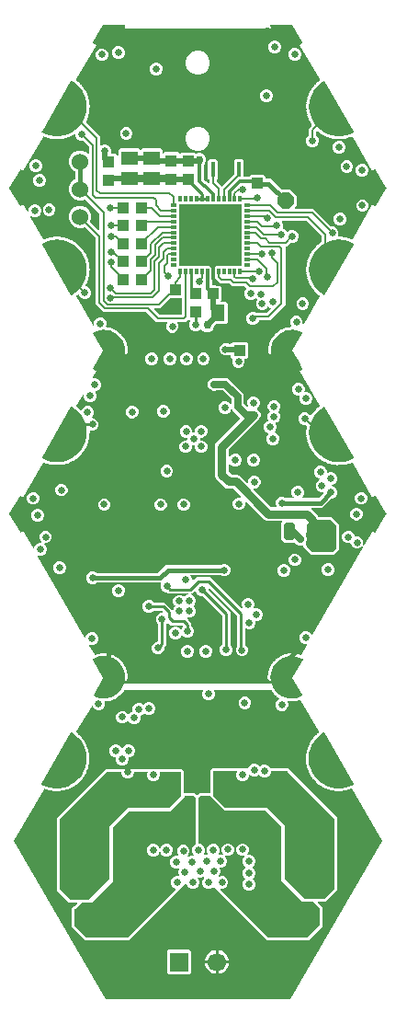
<source format=gbr>
G04 EAGLE Gerber RS-274X export*
G75*
%MOMM*%
%FSLAX34Y34*%
%LPD*%
%INBottom Copper*%
%IPPOS*%
%AMOC8*
5,1,8,0,0,1.08239X$1,22.5*%
G01*
%ADD10R,1.000000X1.100000*%
%ADD11R,1.500000X1.300000*%
%ADD12R,1.100000X1.000000*%
%ADD13R,1.300000X1.500000*%
%ADD14C,1.524000*%
%ADD15P,1.649562X8X22.500000*%
%ADD16R,0.300000X0.550000*%
%ADD17R,0.550000X0.300000*%
%ADD18R,5.600000X5.600000*%
%ADD19R,0.400000X1.399997*%
%ADD20C,0.499997*%
%ADD21R,1.700000X1.700000*%
%ADD22C,1.700000*%
%ADD23R,1.700000X1.700000*%
%ADD24C,1.000000*%
%ADD25C,0.177800*%
%ADD26C,0.660400*%
%ADD27C,0.304800*%
%ADD28C,0.381000*%
%ADD29C,0.756400*%
%ADD30C,0.508000*%
%ADD31C,0.254000*%
%ADD32C,0.812800*%
%ADD33C,0.635000*%
%ADD34C,0.762000*%
%ADD35C,0.203200*%

G36*
X-67106Y150471D02*
X-67106Y150471D01*
X-67101Y150499D01*
X-67103Y150509D01*
X-67102Y150522D01*
X-67345Y153572D01*
X-67354Y153604D01*
X-67358Y153651D01*
X-68086Y156623D01*
X-68101Y156654D01*
X-68112Y156699D01*
X-69308Y159516D01*
X-69327Y159544D01*
X-69345Y159587D01*
X-70977Y162175D01*
X-71001Y162199D01*
X-71025Y162239D01*
X-73052Y164532D01*
X-73079Y164552D01*
X-73110Y164588D01*
X-75478Y166526D01*
X-75508Y166542D01*
X-75544Y166571D01*
X-78192Y168105D01*
X-78224Y168115D01*
X-78264Y168139D01*
X-81124Y169228D01*
X-81157Y169233D01*
X-81201Y169250D01*
X-84198Y169866D01*
X-84232Y169866D01*
X-84278Y169875D01*
X-87335Y170002D01*
X-87369Y169997D01*
X-87416Y169999D01*
X-90454Y169634D01*
X-90486Y169623D01*
X-90532Y169618D01*
X-93472Y168770D01*
X-93502Y168754D01*
X-93548Y168742D01*
X-96314Y167433D01*
X-96336Y167416D01*
X-96363Y167406D01*
X-96415Y167357D01*
X-96473Y167314D01*
X-96487Y167289D01*
X-96508Y167270D01*
X-96537Y167204D01*
X-96573Y167142D01*
X-96576Y167114D01*
X-96588Y167088D01*
X-96589Y167016D01*
X-96598Y166945D01*
X-96590Y166918D01*
X-96591Y166889D01*
X-96555Y166794D01*
X-96544Y166754D01*
X-96537Y166745D01*
X-96533Y166733D01*
X-87176Y150482D01*
X-92400Y141409D01*
X-96533Y134231D01*
X-96542Y134204D01*
X-96558Y134180D01*
X-96573Y134110D01*
X-96596Y134042D01*
X-96593Y134014D01*
X-96599Y133986D01*
X-96586Y133916D01*
X-96580Y133844D01*
X-96567Y133819D01*
X-96561Y133791D01*
X-96521Y133731D01*
X-96488Y133668D01*
X-96466Y133650D01*
X-96450Y133626D01*
X-96367Y133568D01*
X-96335Y133541D01*
X-96324Y133538D01*
X-96314Y133531D01*
X-93613Y132253D01*
X-97134Y126155D01*
X-97140Y126138D01*
X-97151Y126123D01*
X-97178Y126033D01*
X-97210Y125944D01*
X-97210Y125926D01*
X-97215Y125908D01*
X-97208Y125814D01*
X-97208Y125720D01*
X-97201Y125703D01*
X-97200Y125684D01*
X-97161Y125598D01*
X-97127Y125510D01*
X-97115Y125496D01*
X-97108Y125480D01*
X-97042Y125413D01*
X-96979Y125342D01*
X-96963Y125333D01*
X-96950Y125320D01*
X-96865Y125280D01*
X-96782Y125235D01*
X-96764Y125233D01*
X-96747Y125225D01*
X-96653Y125217D01*
X-96559Y125204D01*
X-96542Y125208D01*
X-96523Y125207D01*
X-96459Y125223D01*
X-94088Y125223D01*
X-91940Y124333D01*
X-90297Y122690D01*
X-89407Y120542D01*
X-89407Y118218D01*
X-90297Y116070D01*
X-91940Y114427D01*
X-94088Y113537D01*
X-94091Y113537D01*
X-94179Y113521D01*
X-94268Y113512D01*
X-94289Y113502D01*
X-94312Y113498D01*
X-94389Y113452D01*
X-94469Y113412D01*
X-94485Y113395D01*
X-94505Y113383D01*
X-94562Y113314D01*
X-94623Y113249D01*
X-94632Y113227D01*
X-94647Y113209D01*
X-94675Y113125D01*
X-94710Y113042D01*
X-94711Y113019D01*
X-94718Y112997D01*
X-94716Y112907D01*
X-94720Y112818D01*
X-94713Y112796D01*
X-94712Y112772D01*
X-94678Y112690D01*
X-94651Y112605D01*
X-94639Y112589D01*
X-93725Y110382D01*
X-93725Y108058D01*
X-94615Y105910D01*
X-96258Y104267D01*
X-98406Y103377D01*
X-100730Y103377D01*
X-102878Y104267D01*
X-104521Y105910D01*
X-105411Y108058D01*
X-105411Y109451D01*
X-105421Y109510D01*
X-105422Y109570D01*
X-105441Y109619D01*
X-105450Y109672D01*
X-105481Y109723D01*
X-105502Y109779D01*
X-105537Y109819D01*
X-105565Y109865D01*
X-105611Y109903D01*
X-105650Y109948D01*
X-105697Y109973D01*
X-105739Y110007D01*
X-105795Y110026D01*
X-105848Y110054D01*
X-105901Y110061D01*
X-105951Y110079D01*
X-106011Y110077D01*
X-106070Y110085D01*
X-106122Y110073D01*
X-106176Y110072D01*
X-106231Y110049D01*
X-106289Y110037D01*
X-106334Y110008D01*
X-106383Y109988D01*
X-106427Y109947D01*
X-106478Y109915D01*
X-106517Y109866D01*
X-106549Y109836D01*
X-106565Y109805D01*
X-106594Y109768D01*
X-111986Y100429D01*
X-112022Y100329D01*
X-112060Y100229D01*
X-112060Y100223D01*
X-112062Y100218D01*
X-112061Y100111D01*
X-112062Y100004D01*
X-112060Y99999D01*
X-112060Y99994D01*
X-112021Y99893D01*
X-111985Y99793D01*
X-111981Y99789D01*
X-111980Y99784D01*
X-111958Y99760D01*
X-111868Y99647D01*
X-111198Y99026D01*
X-111164Y99004D01*
X-111124Y98967D01*
X-110310Y98412D01*
X-110301Y98363D01*
X-110262Y98262D01*
X-110226Y98162D01*
X-110222Y98158D01*
X-110221Y98153D01*
X-110200Y98129D01*
X-110109Y98016D01*
X-108922Y96915D01*
X-108832Y96857D01*
X-108742Y96798D01*
X-108737Y96797D01*
X-108733Y96794D01*
X-108702Y96787D01*
X-108561Y96750D01*
X-108511Y96744D01*
X-107999Y96102D01*
X-107904Y96019D01*
X-107830Y95954D01*
X-107735Y95918D01*
X-107621Y95875D01*
X-107620Y95875D01*
X-107620Y95874D01*
X-107514Y95874D01*
X-107396Y95873D01*
X-107283Y95914D01*
X-107185Y95949D01*
X-107103Y96019D01*
X-107014Y96094D01*
X-106917Y96255D01*
X-106489Y97290D01*
X-104845Y98933D01*
X-102698Y99823D01*
X-100373Y99823D01*
X-98226Y98933D01*
X-96582Y97290D01*
X-95693Y95142D01*
X-95693Y92818D01*
X-96582Y90671D01*
X-97523Y89729D01*
X-97574Y89656D01*
X-97630Y89587D01*
X-97638Y89565D01*
X-97651Y89545D01*
X-97674Y89459D01*
X-97702Y89375D01*
X-97701Y89351D01*
X-97707Y89328D01*
X-97698Y89239D01*
X-97696Y89150D01*
X-97687Y89128D01*
X-97684Y89105D01*
X-97645Y89025D01*
X-97611Y88943D01*
X-97595Y88925D01*
X-97585Y88904D01*
X-97520Y88843D01*
X-97460Y88777D01*
X-97439Y88766D01*
X-97421Y88750D01*
X-97339Y88715D01*
X-97260Y88674D01*
X-97234Y88671D01*
X-97215Y88662D01*
X-97164Y88660D01*
X-97075Y88647D01*
X-96120Y88647D01*
X-93972Y87757D01*
X-92329Y86114D01*
X-91439Y83966D01*
X-91439Y81642D01*
X-92329Y79494D01*
X-93972Y77851D01*
X-96120Y76961D01*
X-98444Y76961D01*
X-98878Y77141D01*
X-98931Y77152D01*
X-98980Y77173D01*
X-99039Y77176D01*
X-99097Y77189D01*
X-99150Y77181D01*
X-99204Y77184D01*
X-99261Y77165D01*
X-99319Y77157D01*
X-99366Y77131D01*
X-99418Y77115D01*
X-99464Y77078D01*
X-99516Y77050D01*
X-99552Y77010D01*
X-99594Y76976D01*
X-99625Y76926D01*
X-99664Y76882D01*
X-99683Y76831D01*
X-99711Y76785D01*
X-99727Y76715D01*
X-99744Y76672D01*
X-99744Y76641D01*
X-99753Y76602D01*
X-99832Y75539D01*
X-99828Y75500D01*
X-99832Y75444D01*
X-99758Y74463D01*
X-99791Y74425D01*
X-99845Y74332D01*
X-99901Y74241D01*
X-99903Y74236D01*
X-99905Y74232D01*
X-99911Y74200D01*
X-99943Y74058D01*
X-100063Y72444D01*
X-100052Y72337D01*
X-100043Y72231D01*
X-100041Y72225D01*
X-100040Y72221D01*
X-100026Y72193D01*
X-99968Y72059D01*
X-99941Y72016D01*
X-100160Y71057D01*
X-100161Y71017D01*
X-100174Y70963D01*
X-100247Y69982D01*
X-100285Y69949D01*
X-100352Y69866D01*
X-100421Y69784D01*
X-100423Y69779D01*
X-100426Y69775D01*
X-100437Y69745D01*
X-100489Y69609D01*
X-100849Y68031D01*
X-100854Y67924D01*
X-100861Y67817D01*
X-100859Y67811D01*
X-100860Y67807D01*
X-100850Y67776D01*
X-100812Y67636D01*
X-100792Y67590D01*
X-101151Y66674D01*
X-101159Y66635D01*
X-101179Y66583D01*
X-101398Y65624D01*
X-101440Y65597D01*
X-101519Y65526D01*
X-101600Y65454D01*
X-101603Y65449D01*
X-101606Y65446D01*
X-101620Y65418D01*
X-101693Y65292D01*
X-102284Y63784D01*
X-102305Y63679D01*
X-102328Y63575D01*
X-102327Y63569D01*
X-102328Y63564D01*
X-102323Y63533D01*
X-102306Y63388D01*
X-102293Y63340D01*
X-102785Y62487D01*
X-102799Y62450D01*
X-102826Y62402D01*
X-103185Y61486D01*
X-103231Y61466D01*
X-103320Y61406D01*
X-103410Y61348D01*
X-103414Y61344D01*
X-103418Y61341D01*
X-103436Y61316D01*
X-103527Y61201D01*
X-104336Y59799D01*
X-104372Y59698D01*
X-104410Y59598D01*
X-104411Y59592D01*
X-104412Y59588D01*
X-104412Y59556D01*
X-104417Y59411D01*
X-104411Y59361D01*
X-105025Y58591D01*
X-105044Y58556D01*
X-105078Y58513D01*
X-105570Y57661D01*
X-105618Y57648D01*
X-105715Y57602D01*
X-105813Y57558D01*
X-105817Y57554D01*
X-105821Y57552D01*
X-105843Y57529D01*
X-105950Y57430D01*
X-106959Y56164D01*
X-107010Y56069D01*
X-107062Y55976D01*
X-107063Y55971D01*
X-107066Y55967D01*
X-107070Y55935D01*
X-107097Y55792D01*
X-107099Y55742D01*
X-107820Y55073D01*
X-107844Y55041D01*
X-107884Y55003D01*
X-108498Y54233D01*
X-108548Y54228D01*
X-108650Y54197D01*
X-108753Y54168D01*
X-108758Y54165D01*
X-108763Y54164D01*
X-108788Y54145D01*
X-108908Y54062D01*
X-110095Y52961D01*
X-110159Y52875D01*
X-110225Y52791D01*
X-110226Y52785D01*
X-110229Y52781D01*
X-110238Y52751D01*
X-110286Y52614D01*
X-110296Y52564D01*
X-111108Y52010D01*
X-111137Y51982D01*
X-111183Y51950D01*
X-111904Y51281D01*
X-111954Y51283D01*
X-112059Y51268D01*
X-112166Y51254D01*
X-112171Y51252D01*
X-112176Y51251D01*
X-112204Y51236D01*
X-112335Y51173D01*
X-113672Y50260D01*
X-113749Y50185D01*
X-113826Y50112D01*
X-113829Y50106D01*
X-113832Y50103D01*
X-113846Y50075D01*
X-113914Y49946D01*
X-113930Y49898D01*
X-114817Y49471D01*
X-114849Y49448D01*
X-114899Y49424D01*
X-115712Y48869D01*
X-115761Y48878D01*
X-115868Y48879D01*
X-115975Y48882D01*
X-115981Y48880D01*
X-115985Y48880D01*
X-116015Y48869D01*
X-116154Y48826D01*
X-117613Y48123D01*
X-117700Y48061D01*
X-117787Y47999D01*
X-117790Y47995D01*
X-117794Y47992D01*
X-117812Y47965D01*
X-117898Y47848D01*
X-117922Y47804D01*
X-118862Y47514D01*
X-118897Y47495D01*
X-118950Y47479D01*
X-119837Y47052D01*
X-119884Y47068D01*
X-119990Y47085D01*
X-120095Y47104D01*
X-120101Y47103D01*
X-120106Y47104D01*
X-120136Y47097D01*
X-120281Y47075D01*
X-121828Y46598D01*
X-121923Y46548D01*
X-122019Y46501D01*
X-122023Y46497D01*
X-122027Y46495D01*
X-122048Y46471D01*
X-122151Y46368D01*
X-122181Y46328D01*
X-123154Y46181D01*
X-123191Y46168D01*
X-123246Y46160D01*
X-124186Y45869D01*
X-124231Y45893D01*
X-124333Y45925D01*
X-124434Y45959D01*
X-124440Y45959D01*
X-124445Y45961D01*
X-124476Y45959D01*
X-124622Y45959D01*
X-126223Y45717D01*
X-126323Y45683D01*
X-126426Y45650D01*
X-126431Y45647D01*
X-126435Y45645D01*
X-126459Y45625D01*
X-126577Y45538D01*
X-126612Y45503D01*
X-127596Y45503D01*
X-127635Y45496D01*
X-127691Y45495D01*
X-128664Y45348D01*
X-128704Y45378D01*
X-128801Y45426D01*
X-128895Y45474D01*
X-128901Y45475D01*
X-128905Y45477D01*
X-128937Y45481D01*
X-129081Y45502D01*
X-130700Y45502D01*
X-130805Y45483D01*
X-130911Y45465D01*
X-130916Y45463D01*
X-130921Y45462D01*
X-130948Y45446D01*
X-131077Y45377D01*
X-131117Y45348D01*
X-132090Y45494D01*
X-132130Y45493D01*
X-132185Y45501D01*
X-133169Y45501D01*
X-133204Y45536D01*
X-133292Y45597D01*
X-133379Y45660D01*
X-133385Y45662D01*
X-133388Y45664D01*
X-133420Y45672D01*
X-133558Y45715D01*
X-135159Y45956D01*
X-135266Y45953D01*
X-135373Y45951D01*
X-135379Y45949D01*
X-135384Y45949D01*
X-135413Y45938D01*
X-135550Y45889D01*
X-135595Y45866D01*
X-136535Y46155D01*
X-136574Y46160D01*
X-136627Y46176D01*
X-137601Y46323D01*
X-137631Y46363D01*
X-137709Y46437D01*
X-137785Y46511D01*
X-137790Y46514D01*
X-137794Y46517D01*
X-137823Y46530D01*
X-137954Y46593D01*
X-139501Y47069D01*
X-139607Y47082D01*
X-139714Y47097D01*
X-139719Y47096D01*
X-139724Y47096D01*
X-139754Y47089D01*
X-139898Y47062D01*
X-139945Y47045D01*
X-140832Y47472D01*
X-140870Y47482D01*
X-140920Y47506D01*
X-141673Y47738D01*
X-141812Y47781D01*
X-141918Y47794D01*
X-142024Y47809D01*
X-142029Y47808D01*
X-142035Y47808D01*
X-142139Y47783D01*
X-142243Y47761D01*
X-142248Y47758D01*
X-142253Y47756D01*
X-142342Y47696D01*
X-142432Y47639D01*
X-142435Y47634D01*
X-142440Y47631D01*
X-142459Y47605D01*
X-142548Y47492D01*
X-160920Y15670D01*
X-163416Y17393D01*
X-163443Y17404D01*
X-163465Y17423D01*
X-163534Y17443D01*
X-163599Y17471D01*
X-163628Y17471D01*
X-163656Y17479D01*
X-163727Y17471D01*
X-163798Y17472D01*
X-163825Y17460D01*
X-163854Y17457D01*
X-163916Y17422D01*
X-163981Y17394D01*
X-164002Y17374D01*
X-164027Y17359D01*
X-164090Y17282D01*
X-164120Y17252D01*
X-164124Y17242D01*
X-164133Y17231D01*
X-173633Y731D01*
X-173657Y658D01*
X-173688Y588D01*
X-173688Y564D01*
X-173696Y542D01*
X-173690Y466D01*
X-173691Y389D01*
X-173681Y365D01*
X-173680Y344D01*
X-173659Y305D01*
X-173640Y253D01*
X-173639Y247D01*
X-173637Y245D01*
X-173633Y233D01*
X-164133Y-16267D01*
X-164114Y-16289D01*
X-164101Y-16315D01*
X-164048Y-16363D01*
X-164001Y-16416D01*
X-163975Y-16429D01*
X-163954Y-16448D01*
X-163886Y-16471D01*
X-163822Y-16502D01*
X-163793Y-16504D01*
X-163766Y-16513D01*
X-163694Y-16508D01*
X-163623Y-16511D01*
X-163596Y-16501D01*
X-163567Y-16499D01*
X-163477Y-16457D01*
X-163437Y-16442D01*
X-163429Y-16435D01*
X-163416Y-16429D01*
X-160964Y-14736D01*
X-151875Y-30582D01*
X-151872Y-30585D01*
X-151869Y-30589D01*
X-151844Y-30619D01*
X-151820Y-30662D01*
X-151772Y-30704D01*
X-151731Y-30753D01*
X-151688Y-30778D01*
X-151651Y-30810D01*
X-151591Y-30833D01*
X-151536Y-30864D01*
X-151487Y-30872D01*
X-151442Y-30889D01*
X-151377Y-30890D01*
X-151314Y-30900D01*
X-151266Y-30891D01*
X-151217Y-30891D01*
X-151157Y-30869D01*
X-151094Y-30857D01*
X-151052Y-30831D01*
X-151006Y-30815D01*
X-150957Y-30773D01*
X-150903Y-30739D01*
X-150873Y-30701D01*
X-150835Y-30669D01*
X-150794Y-30601D01*
X-150764Y-30563D01*
X-150757Y-30539D01*
X-150756Y-30538D01*
X-150739Y-30509D01*
X-149987Y-28694D01*
X-148344Y-27051D01*
X-146196Y-26161D01*
X-144669Y-26161D01*
X-144581Y-26146D01*
X-144493Y-26136D01*
X-144471Y-26126D01*
X-144448Y-26122D01*
X-144371Y-26076D01*
X-144292Y-26037D01*
X-144275Y-26020D01*
X-144255Y-26007D01*
X-144199Y-25938D01*
X-144138Y-25874D01*
X-144128Y-25852D01*
X-144113Y-25833D01*
X-144085Y-25749D01*
X-144050Y-25667D01*
X-144049Y-25643D01*
X-144042Y-25621D01*
X-144044Y-25532D01*
X-144040Y-25443D01*
X-144047Y-25420D01*
X-144048Y-25396D01*
X-144082Y-25314D01*
X-144109Y-25229D01*
X-144125Y-25208D01*
X-144132Y-25189D01*
X-144166Y-25151D01*
X-144220Y-25079D01*
X-145415Y-23884D01*
X-146305Y-21736D01*
X-146305Y-19412D01*
X-145415Y-17264D01*
X-143772Y-15621D01*
X-141624Y-14731D01*
X-139300Y-14731D01*
X-137152Y-15621D01*
X-135509Y-17264D01*
X-134619Y-19412D01*
X-134619Y-21736D01*
X-135509Y-23884D01*
X-137152Y-25527D01*
X-139300Y-26417D01*
X-140827Y-26417D01*
X-140915Y-26432D01*
X-141003Y-26442D01*
X-141025Y-26452D01*
X-141048Y-26456D01*
X-141125Y-26502D01*
X-141204Y-26541D01*
X-141221Y-26558D01*
X-141241Y-26571D01*
X-141297Y-26640D01*
X-141358Y-26704D01*
X-141368Y-26726D01*
X-141383Y-26745D01*
X-141411Y-26829D01*
X-141446Y-26911D01*
X-141447Y-26935D01*
X-141454Y-26957D01*
X-141452Y-27046D01*
X-141456Y-27135D01*
X-141449Y-27158D01*
X-141448Y-27182D01*
X-141414Y-27264D01*
X-141387Y-27349D01*
X-141371Y-27370D01*
X-141364Y-27389D01*
X-141330Y-27427D01*
X-141276Y-27499D01*
X-140081Y-28694D01*
X-139191Y-30842D01*
X-139191Y-33166D01*
X-140081Y-35314D01*
X-141724Y-36957D01*
X-143872Y-37847D01*
X-146196Y-37847D01*
X-146460Y-37737D01*
X-146477Y-37734D01*
X-146492Y-37725D01*
X-146586Y-37710D01*
X-146679Y-37690D01*
X-146696Y-37692D01*
X-146713Y-37689D01*
X-146807Y-37708D01*
X-146901Y-37721D01*
X-146917Y-37729D01*
X-146934Y-37733D01*
X-147015Y-37782D01*
X-147099Y-37828D01*
X-147110Y-37841D01*
X-147125Y-37850D01*
X-147183Y-37925D01*
X-147246Y-37997D01*
X-147252Y-38013D01*
X-147263Y-38027D01*
X-147292Y-38118D01*
X-147326Y-38207D01*
X-147326Y-38224D01*
X-147331Y-38240D01*
X-147327Y-38335D01*
X-147328Y-38431D01*
X-147322Y-38447D01*
X-147321Y-38464D01*
X-147253Y-38639D01*
X-104498Y-113170D01*
X-104467Y-113208D01*
X-104444Y-113251D01*
X-104395Y-113293D01*
X-104354Y-113342D01*
X-104311Y-113366D01*
X-104275Y-113398D01*
X-104215Y-113421D01*
X-104159Y-113453D01*
X-104111Y-113461D01*
X-104065Y-113478D01*
X-104001Y-113479D01*
X-103937Y-113489D01*
X-103889Y-113480D01*
X-103841Y-113480D01*
X-103780Y-113458D01*
X-103717Y-113446D01*
X-103676Y-113420D01*
X-103630Y-113403D01*
X-103581Y-113362D01*
X-103526Y-113328D01*
X-103496Y-113290D01*
X-103459Y-113258D01*
X-103418Y-113190D01*
X-103388Y-113152D01*
X-103380Y-113127D01*
X-103362Y-113098D01*
X-102489Y-110990D01*
X-100846Y-109347D01*
X-98698Y-108457D01*
X-96374Y-108457D01*
X-94226Y-109347D01*
X-92583Y-110990D01*
X-91693Y-113138D01*
X-91693Y-115462D01*
X-92583Y-117610D01*
X-94226Y-119253D01*
X-96374Y-120143D01*
X-98698Y-120143D01*
X-99341Y-119876D01*
X-99358Y-119873D01*
X-99373Y-119864D01*
X-99467Y-119849D01*
X-99560Y-119829D01*
X-99578Y-119831D01*
X-99595Y-119828D01*
X-99688Y-119847D01*
X-99783Y-119860D01*
X-99798Y-119868D01*
X-99815Y-119872D01*
X-99896Y-119921D01*
X-99980Y-119967D01*
X-99991Y-119980D01*
X-100006Y-119989D01*
X-100065Y-120064D01*
X-100128Y-120136D01*
X-100134Y-120152D01*
X-100144Y-120165D01*
X-100174Y-120256D01*
X-100207Y-120345D01*
X-100207Y-120363D01*
X-100213Y-120379D01*
X-100208Y-120474D01*
X-100209Y-120570D01*
X-100203Y-120586D01*
X-100202Y-120603D01*
X-100134Y-120778D01*
X-95517Y-128826D01*
X-95452Y-128904D01*
X-95389Y-128985D01*
X-95380Y-128990D01*
X-95373Y-128998D01*
X-95284Y-129048D01*
X-95197Y-129102D01*
X-95187Y-129104D01*
X-95178Y-129109D01*
X-95077Y-129125D01*
X-94977Y-129145D01*
X-94966Y-129143D01*
X-94956Y-129145D01*
X-94914Y-129136D01*
X-94791Y-129120D01*
X-94715Y-129098D01*
X-94678Y-129079D01*
X-94620Y-129062D01*
X-93750Y-128650D01*
X-93680Y-128675D01*
X-93578Y-128692D01*
X-93477Y-128712D01*
X-93467Y-128711D01*
X-93459Y-128712D01*
X-93418Y-128704D01*
X-93291Y-128687D01*
X-92630Y-128497D01*
X-92538Y-128451D01*
X-92443Y-128408D01*
X-92436Y-128401D01*
X-92429Y-128397D01*
X-92401Y-128368D01*
X-92307Y-128279D01*
X-92261Y-128221D01*
X-91305Y-128106D01*
X-91265Y-128094D01*
X-91205Y-128086D01*
X-90280Y-127819D01*
X-90216Y-127855D01*
X-90148Y-127878D01*
X-90117Y-127894D01*
X-90093Y-127897D01*
X-90021Y-127924D01*
X-90011Y-127924D01*
X-90003Y-127927D01*
X-89962Y-127926D01*
X-89833Y-127929D01*
X-89150Y-127847D01*
X-89052Y-127817D01*
X-88952Y-127789D01*
X-88943Y-127784D01*
X-88936Y-127781D01*
X-88903Y-127756D01*
X-88796Y-127684D01*
X-88742Y-127634D01*
X-87780Y-127674D01*
X-87739Y-127668D01*
X-87678Y-127670D01*
X-86722Y-127555D01*
X-86664Y-127601D01*
X-86573Y-127649D01*
X-86483Y-127700D01*
X-86473Y-127702D01*
X-86466Y-127706D01*
X-86426Y-127711D01*
X-86299Y-127736D01*
X-85612Y-127764D01*
X-85509Y-127750D01*
X-85406Y-127739D01*
X-85397Y-127735D01*
X-85389Y-127734D01*
X-85353Y-127714D01*
X-85236Y-127660D01*
X-85175Y-127620D01*
X-84232Y-127813D01*
X-84190Y-127814D01*
X-84130Y-127826D01*
X-83168Y-127866D01*
X-83118Y-127920D01*
X-83036Y-127983D01*
X-82955Y-128047D01*
X-82946Y-128050D01*
X-82940Y-128055D01*
X-82900Y-128067D01*
X-82779Y-128112D01*
X-82105Y-128250D01*
X-82001Y-128253D01*
X-81899Y-128258D01*
X-81889Y-128255D01*
X-81881Y-128256D01*
X-81842Y-128242D01*
X-81718Y-128207D01*
X-81651Y-128177D01*
X-80751Y-128520D01*
X-80736Y-128523D01*
X-80726Y-128528D01*
X-80697Y-128532D01*
X-80653Y-128548D01*
X-79710Y-128742D01*
X-79669Y-128803D01*
X-79598Y-128878D01*
X-79529Y-128955D01*
X-79520Y-128960D01*
X-79515Y-128966D01*
X-79478Y-128984D01*
X-79366Y-129047D01*
X-78722Y-129292D01*
X-78621Y-129311D01*
X-78520Y-129333D01*
X-78510Y-129332D01*
X-78502Y-129333D01*
X-78461Y-129326D01*
X-78333Y-129312D01*
X-78262Y-129293D01*
X-77429Y-129775D01*
X-77389Y-129790D01*
X-77337Y-129819D01*
X-76437Y-130162D01*
X-76407Y-130229D01*
X-76348Y-130314D01*
X-76293Y-130401D01*
X-76285Y-130407D01*
X-76280Y-130414D01*
X-76246Y-130438D01*
X-76146Y-130518D01*
X-75551Y-130863D01*
X-75453Y-130898D01*
X-75357Y-130936D01*
X-75347Y-130937D01*
X-75340Y-130939D01*
X-75298Y-130939D01*
X-75170Y-130945D01*
X-75096Y-130938D01*
X-74351Y-131548D01*
X-74315Y-131568D01*
X-74267Y-131606D01*
X-73434Y-132088D01*
X-73415Y-132159D01*
X-73371Y-132253D01*
X-73330Y-132348D01*
X-73323Y-132355D01*
X-73320Y-132362D01*
X-73291Y-132391D01*
X-73204Y-132487D01*
X-72672Y-132923D01*
X-72581Y-132973D01*
X-72492Y-133026D01*
X-72483Y-133028D01*
X-72476Y-133032D01*
X-72435Y-133038D01*
X-72309Y-133065D01*
X-72236Y-133069D01*
X-71598Y-133791D01*
X-71565Y-133817D01*
X-71524Y-133862D01*
X-70779Y-134471D01*
X-70772Y-134545D01*
X-70744Y-134644D01*
X-70718Y-134744D01*
X-70713Y-134753D01*
X-70711Y-134760D01*
X-70686Y-134794D01*
X-70616Y-134902D01*
X-70161Y-135417D01*
X-70079Y-135481D01*
X-70000Y-135548D01*
X-69991Y-135551D01*
X-69985Y-135556D01*
X-69945Y-135569D01*
X-69825Y-135616D01*
X-69754Y-135632D01*
X-69240Y-136446D01*
X-69211Y-136478D01*
X-69179Y-136528D01*
X-68541Y-137250D01*
X-68546Y-137323D01*
X-68534Y-137425D01*
X-68524Y-137529D01*
X-68521Y-137538D01*
X-68520Y-137546D01*
X-68501Y-137582D01*
X-68449Y-137700D01*
X-68082Y-138282D01*
X-68012Y-138359D01*
X-67944Y-138437D01*
X-67936Y-138442D01*
X-67931Y-138448D01*
X-67894Y-138467D01*
X-67783Y-138532D01*
X-67715Y-138560D01*
X-67338Y-139446D01*
X-67315Y-139481D01*
X-67291Y-139536D01*
X-66777Y-140351D01*
X-66794Y-140423D01*
X-66798Y-140526D01*
X-66806Y-140629D01*
X-66803Y-140639D01*
X-66804Y-140647D01*
X-66791Y-140686D01*
X-66759Y-140811D01*
X-66490Y-141444D01*
X-66433Y-141530D01*
X-66379Y-141619D01*
X-66372Y-141625D01*
X-66367Y-141632D01*
X-66334Y-141656D01*
X-66235Y-141738D01*
X-66172Y-141777D01*
X-65943Y-142712D01*
X-65926Y-142750D01*
X-65910Y-142809D01*
X-65534Y-143695D01*
X-65562Y-143763D01*
X-65583Y-143864D01*
X-65607Y-143965D01*
X-65606Y-143975D01*
X-65608Y-143983D01*
X-65601Y-144024D01*
X-65590Y-144152D01*
X-65426Y-144820D01*
X-65384Y-144915D01*
X-65344Y-145010D01*
X-65338Y-145017D01*
X-65335Y-145025D01*
X-65306Y-145055D01*
X-65221Y-145151D01*
X-65165Y-145199D01*
X-65089Y-146159D01*
X-65078Y-146200D01*
X-65073Y-146260D01*
X-64843Y-147195D01*
X-64882Y-147258D01*
X-64886Y-147268D01*
X-64892Y-147277D01*
X-64918Y-147354D01*
X-64919Y-147355D01*
X-64959Y-147450D01*
X-64959Y-147460D01*
X-64962Y-147467D01*
X-64962Y-147483D01*
X-64964Y-147489D01*
X-64963Y-147520D01*
X-64971Y-147637D01*
X-64935Y-148099D01*
X-64928Y-148124D01*
X-64929Y-148150D01*
X-64900Y-148232D01*
X-64878Y-148316D01*
X-64863Y-148337D01*
X-64854Y-148361D01*
X-64849Y-148368D01*
X-64817Y-149568D01*
X-64814Y-149583D01*
X-64815Y-149601D01*
X-64719Y-150807D01*
X-64738Y-150839D01*
X-64743Y-150865D01*
X-64754Y-150888D01*
X-64755Y-150896D01*
X-65581Y-151768D01*
X-65589Y-151780D01*
X-65603Y-151793D01*
X-66388Y-152713D01*
X-66424Y-152722D01*
X-66445Y-152737D01*
X-66469Y-152746D01*
X-66476Y-152751D01*
X-67551Y-152780D01*
X-67356Y-149778D01*
X-67360Y-149750D01*
X-67355Y-149723D01*
X-67356Y-149719D01*
X-67356Y-149716D01*
X-67357Y-149712D01*
X-67356Y-149706D01*
X-67599Y-146656D01*
X-67608Y-146624D01*
X-67612Y-146577D01*
X-68340Y-143605D01*
X-68355Y-143574D01*
X-68366Y-143529D01*
X-69562Y-140712D01*
X-69581Y-140684D01*
X-69599Y-140641D01*
X-71231Y-138053D01*
X-71255Y-138029D01*
X-71279Y-137989D01*
X-73306Y-135696D01*
X-73333Y-135676D01*
X-73364Y-135640D01*
X-75732Y-133702D01*
X-75762Y-133686D01*
X-75798Y-133657D01*
X-78446Y-132124D01*
X-78478Y-132113D01*
X-78518Y-132089D01*
X-81378Y-131001D01*
X-81411Y-130995D01*
X-81455Y-130978D01*
X-84452Y-130362D01*
X-84486Y-130362D01*
X-84532Y-130353D01*
X-87589Y-130226D01*
X-87623Y-130231D01*
X-87670Y-130229D01*
X-90708Y-130594D01*
X-90740Y-130605D01*
X-90786Y-130610D01*
X-93726Y-131458D01*
X-93756Y-131474D01*
X-93802Y-131486D01*
X-96568Y-132795D01*
X-96589Y-132811D01*
X-96614Y-132820D01*
X-96668Y-132870D01*
X-96727Y-132914D01*
X-96740Y-132937D01*
X-96760Y-132955D01*
X-96790Y-133022D01*
X-96827Y-133086D01*
X-96830Y-133112D01*
X-96841Y-133137D01*
X-96843Y-133210D01*
X-96852Y-133283D01*
X-96845Y-133309D01*
X-96845Y-133336D01*
X-96809Y-133435D01*
X-96798Y-133474D01*
X-96792Y-133481D01*
X-96788Y-133492D01*
X-87186Y-150458D01*
X-96279Y-166251D01*
X-96289Y-166281D01*
X-96307Y-166308D01*
X-96320Y-166375D01*
X-96342Y-166440D01*
X-96339Y-166472D01*
X-96345Y-166503D01*
X-96331Y-166570D01*
X-96326Y-166638D01*
X-96311Y-166666D01*
X-96304Y-166698D01*
X-96265Y-166754D01*
X-96234Y-166814D01*
X-96209Y-166835D01*
X-96191Y-166861D01*
X-96115Y-166913D01*
X-96081Y-166941D01*
X-96067Y-166945D01*
X-96053Y-166954D01*
X-93294Y-168211D01*
X-93261Y-168218D01*
X-93219Y-168238D01*
X-90294Y-169035D01*
X-90261Y-169037D01*
X-90215Y-169050D01*
X-87201Y-169368D01*
X-87167Y-169365D01*
X-87121Y-169370D01*
X-84094Y-169200D01*
X-84061Y-169192D01*
X-84015Y-169189D01*
X-81055Y-168536D01*
X-81024Y-168523D01*
X-80978Y-168513D01*
X-78161Y-167394D01*
X-78133Y-167375D01*
X-78089Y-167358D01*
X-75488Y-165801D01*
X-75463Y-165778D01*
X-75423Y-165755D01*
X-73105Y-163801D01*
X-73084Y-163774D01*
X-73048Y-163744D01*
X-71074Y-161444D01*
X-71058Y-161414D01*
X-71027Y-161379D01*
X-69447Y-158792D01*
X-69436Y-158760D01*
X-69411Y-158720D01*
X-68267Y-155913D01*
X-68261Y-155880D01*
X-68243Y-155837D01*
X-68241Y-155828D01*
X67786Y-155828D01*
X67799Y-155881D01*
X67813Y-155912D01*
X67824Y-155957D01*
X69003Y-158776D01*
X69022Y-158804D01*
X69040Y-158848D01*
X70656Y-161441D01*
X70680Y-161465D01*
X70704Y-161505D01*
X72716Y-163805D01*
X72743Y-163826D01*
X72773Y-163861D01*
X75127Y-165809D01*
X75157Y-165825D01*
X75193Y-165855D01*
X77830Y-167400D01*
X77862Y-167411D01*
X77902Y-167435D01*
X80752Y-168537D01*
X80785Y-168543D01*
X80829Y-168560D01*
X83819Y-169190D01*
X83853Y-169191D01*
X83898Y-169201D01*
X86951Y-169344D01*
X86984Y-169338D01*
X87031Y-169341D01*
X90067Y-168992D01*
X90099Y-168982D01*
X90145Y-168977D01*
X93086Y-168145D01*
X93116Y-168130D01*
X93161Y-168117D01*
X95930Y-166825D01*
X95954Y-166808D01*
X95982Y-166797D01*
X96033Y-166749D01*
X96090Y-166707D01*
X96105Y-166681D01*
X96127Y-166661D01*
X96155Y-166596D01*
X96191Y-166536D01*
X96195Y-166506D01*
X96207Y-166479D01*
X96208Y-166408D01*
X96217Y-166339D01*
X96209Y-166310D01*
X96210Y-166280D01*
X96176Y-166189D01*
X96164Y-166147D01*
X96158Y-166139D01*
X96156Y-166137D01*
X96152Y-166124D01*
X87159Y-150504D01*
X87160Y-150503D01*
X96787Y-133749D01*
X96795Y-133725D01*
X96809Y-133705D01*
X96826Y-133632D01*
X96850Y-133560D01*
X96848Y-133535D01*
X96853Y-133511D01*
X96840Y-133437D01*
X96834Y-133362D01*
X96822Y-133340D01*
X96818Y-133315D01*
X96777Y-133252D01*
X96742Y-133186D01*
X96723Y-133170D01*
X96709Y-133149D01*
X96617Y-133083D01*
X96588Y-133059D01*
X96581Y-133057D01*
X96574Y-133052D01*
X93801Y-131691D01*
X93768Y-131683D01*
X93726Y-131662D01*
X90770Y-130763D01*
X90736Y-130760D01*
X90692Y-130746D01*
X87630Y-130334D01*
X87596Y-130336D01*
X87550Y-130330D01*
X84462Y-130414D01*
X84429Y-130421D01*
X84382Y-130422D01*
X81347Y-131001D01*
X81316Y-131014D01*
X81270Y-131022D01*
X78367Y-132080D01*
X78338Y-132097D01*
X78294Y-132113D01*
X75599Y-133623D01*
X75573Y-133645D01*
X75532Y-133667D01*
X73114Y-135590D01*
X73092Y-135616D01*
X73055Y-135645D01*
X70977Y-137930D01*
X70959Y-137959D01*
X70928Y-137993D01*
X69243Y-140583D01*
X69230Y-140614D01*
X69204Y-140653D01*
X67957Y-143479D01*
X67949Y-143512D01*
X67930Y-143555D01*
X67152Y-146545D01*
X67150Y-146579D01*
X67138Y-146624D01*
X66849Y-149699D01*
X66852Y-149725D01*
X66847Y-149749D01*
X66848Y-149754D01*
X66847Y-149759D01*
X66849Y-149770D01*
X66848Y-149783D01*
X67071Y-152781D01*
X65970Y-152752D01*
X65909Y-152707D01*
X65888Y-152701D01*
X65871Y-152689D01*
X65827Y-152679D01*
X65083Y-151781D01*
X65069Y-151769D01*
X65055Y-151749D01*
X64248Y-150899D01*
X64236Y-150823D01*
X64226Y-150805D01*
X64222Y-150784D01*
X64198Y-150745D01*
X64307Y-149585D01*
X64305Y-149566D01*
X64310Y-149542D01*
X64340Y-148370D01*
X64385Y-148309D01*
X64391Y-148289D01*
X64403Y-148271D01*
X64442Y-148110D01*
X64447Y-148093D01*
X64447Y-148091D01*
X64448Y-148089D01*
X64497Y-147567D01*
X64488Y-147464D01*
X64482Y-147360D01*
X64478Y-147351D01*
X64478Y-147343D01*
X64460Y-147306D01*
X64412Y-147187D01*
X64375Y-147123D01*
X64617Y-146191D01*
X64621Y-146149D01*
X64635Y-146091D01*
X64725Y-145132D01*
X64782Y-145085D01*
X64849Y-145006D01*
X64917Y-144929D01*
X64921Y-144920D01*
X64927Y-144914D01*
X64941Y-144874D01*
X64991Y-144756D01*
X65172Y-144062D01*
X65180Y-143959D01*
X65191Y-143856D01*
X65188Y-143847D01*
X65189Y-143839D01*
X65178Y-143799D01*
X65149Y-143673D01*
X65123Y-143605D01*
X65512Y-142724D01*
X65522Y-142683D01*
X65545Y-142628D01*
X65788Y-141696D01*
X65851Y-141659D01*
X65930Y-141591D01*
X66010Y-141526D01*
X66016Y-141518D01*
X66022Y-141513D01*
X66042Y-141476D01*
X66111Y-141368D01*
X66400Y-140711D01*
X66425Y-140611D01*
X66452Y-140511D01*
X66451Y-140501D01*
X66453Y-140493D01*
X66449Y-140452D01*
X66441Y-140324D01*
X66426Y-140252D01*
X66951Y-139445D01*
X66967Y-139406D01*
X66999Y-139355D01*
X67388Y-138474D01*
X67457Y-138448D01*
X67546Y-138394D01*
X67635Y-138343D01*
X67642Y-138335D01*
X67649Y-138331D01*
X67674Y-138298D01*
X67759Y-138202D01*
X68151Y-137601D01*
X68191Y-137506D01*
X68234Y-137412D01*
X68235Y-137402D01*
X68238Y-137394D01*
X68240Y-137353D01*
X68253Y-137225D01*
X68249Y-137152D01*
X68897Y-136439D01*
X68919Y-136404D01*
X68959Y-136359D01*
X69485Y-135552D01*
X69557Y-135536D01*
X69653Y-135497D01*
X69749Y-135461D01*
X69757Y-135455D01*
X69765Y-135452D01*
X69795Y-135424D01*
X69837Y-135389D01*
X69856Y-135378D01*
X69866Y-135366D01*
X69895Y-135343D01*
X70377Y-134812D01*
X70432Y-134724D01*
X70490Y-134638D01*
X70492Y-134629D01*
X70497Y-134622D01*
X70505Y-134581D01*
X70538Y-134457D01*
X70547Y-134384D01*
X71300Y-133785D01*
X71328Y-133753D01*
X71375Y-133715D01*
X72023Y-133003D01*
X72096Y-132999D01*
X72197Y-132976D01*
X72299Y-132956D01*
X72307Y-132951D01*
X72315Y-132949D01*
X72349Y-132927D01*
X72461Y-132862D01*
X73023Y-132416D01*
X73091Y-132338D01*
X73161Y-132262D01*
X73165Y-132253D01*
X73171Y-132247D01*
X73186Y-132208D01*
X73238Y-132091D01*
X73258Y-132021D01*
X74098Y-131550D01*
X74131Y-131523D01*
X74183Y-131493D01*
X74937Y-130894D01*
X75010Y-130902D01*
X75113Y-130896D01*
X75217Y-130892D01*
X75226Y-130889D01*
X75234Y-130888D01*
X75272Y-130871D01*
X75392Y-130826D01*
X76018Y-130475D01*
X76098Y-130409D01*
X76179Y-130346D01*
X76185Y-130338D01*
X76191Y-130333D01*
X76212Y-130297D01*
X76283Y-130190D01*
X76314Y-130123D01*
X77218Y-129793D01*
X77233Y-129785D01*
X77236Y-129784D01*
X77259Y-129770D01*
X77311Y-129751D01*
X78151Y-129280D01*
X78222Y-129300D01*
X78325Y-129310D01*
X78428Y-129323D01*
X78438Y-129321D01*
X78446Y-129322D01*
X78485Y-129311D01*
X78612Y-129286D01*
X78984Y-129150D01*
X79286Y-129040D01*
X79375Y-128988D01*
X79466Y-128939D01*
X79472Y-128931D01*
X79479Y-128927D01*
X79506Y-128895D01*
X79593Y-128801D01*
X79634Y-128740D01*
X80580Y-128560D01*
X80619Y-128545D01*
X80679Y-128533D01*
X80724Y-128516D01*
X81583Y-128203D01*
X81650Y-128234D01*
X81750Y-128260D01*
X81849Y-128290D01*
X81859Y-128289D01*
X81867Y-128291D01*
X81908Y-128287D01*
X82036Y-128282D01*
X82741Y-128148D01*
X82838Y-128111D01*
X82935Y-128076D01*
X82943Y-128070D01*
X82951Y-128068D01*
X82982Y-128040D01*
X83083Y-127961D01*
X83134Y-127907D01*
X84096Y-127881D01*
X84137Y-127873D01*
X84197Y-127870D01*
X85143Y-127690D01*
X85204Y-127731D01*
X85299Y-127774D01*
X85392Y-127818D01*
X85402Y-127819D01*
X85409Y-127823D01*
X85450Y-127825D01*
X85578Y-127841D01*
X86295Y-127821D01*
X86396Y-127800D01*
X86498Y-127782D01*
X86507Y-127777D01*
X86515Y-127776D01*
X86550Y-127754D01*
X86663Y-127692D01*
X86721Y-127647D01*
X87675Y-127776D01*
X87717Y-127774D01*
X87777Y-127781D01*
X88740Y-127755D01*
X88793Y-127806D01*
X88880Y-127862D01*
X88965Y-127921D01*
X88974Y-127924D01*
X88981Y-127929D01*
X89021Y-127938D01*
X89145Y-127974D01*
X89856Y-128069D01*
X89959Y-128065D01*
X90062Y-128063D01*
X90072Y-128060D01*
X90080Y-128059D01*
X90118Y-128043D01*
X90239Y-128000D01*
X90304Y-127966D01*
X91225Y-128246D01*
X91267Y-128250D01*
X91325Y-128267D01*
X92279Y-128396D01*
X92324Y-128454D01*
X92400Y-128524D01*
X92474Y-128596D01*
X92483Y-128600D01*
X92489Y-128606D01*
X92527Y-128621D01*
X92644Y-128677D01*
X93330Y-128885D01*
X93433Y-128897D01*
X93535Y-128912D01*
X93545Y-128910D01*
X93553Y-128911D01*
X93593Y-128902D01*
X93720Y-128878D01*
X93789Y-128855D01*
X94591Y-129248D01*
X94635Y-129261D01*
X94675Y-129282D01*
X94742Y-129291D01*
X94807Y-129310D01*
X94852Y-129306D01*
X94897Y-129312D01*
X94963Y-129298D01*
X95031Y-129293D01*
X95072Y-129273D01*
X95116Y-129264D01*
X95173Y-129227D01*
X95234Y-129198D01*
X95266Y-129166D01*
X95305Y-129141D01*
X95357Y-129075D01*
X95393Y-129039D01*
X95402Y-129018D01*
X95421Y-128994D01*
X100682Y-119823D01*
X100684Y-119817D01*
X100687Y-119813D01*
X100721Y-119713D01*
X100758Y-119611D01*
X100758Y-119606D01*
X100759Y-119601D01*
X100756Y-119495D01*
X100755Y-119387D01*
X100753Y-119382D01*
X100753Y-119376D01*
X100713Y-119278D01*
X100674Y-119178D01*
X100670Y-119173D01*
X100668Y-119169D01*
X100597Y-119090D01*
X100525Y-119010D01*
X100521Y-119007D01*
X100517Y-119003D01*
X100422Y-118954D01*
X100328Y-118904D01*
X100322Y-118903D01*
X100317Y-118900D01*
X100132Y-118873D01*
X98152Y-118873D01*
X96004Y-117983D01*
X94361Y-116340D01*
X93471Y-114192D01*
X93471Y-111868D01*
X94361Y-109720D01*
X96004Y-108077D01*
X98152Y-107187D01*
X100476Y-107187D01*
X102624Y-108077D01*
X104267Y-109720D01*
X104700Y-110765D01*
X104726Y-110806D01*
X104744Y-110852D01*
X104786Y-110900D01*
X104821Y-110954D01*
X104860Y-110983D01*
X104893Y-111020D01*
X104949Y-111050D01*
X105000Y-111089D01*
X105047Y-111103D01*
X105090Y-111126D01*
X105154Y-111134D01*
X105216Y-111153D01*
X105264Y-111150D01*
X105313Y-111156D01*
X105375Y-111142D01*
X105439Y-111138D01*
X105484Y-111118D01*
X105532Y-111107D01*
X105586Y-111072D01*
X105644Y-111046D01*
X105679Y-111012D01*
X105720Y-110985D01*
X105769Y-110923D01*
X105804Y-110888D01*
X105815Y-110865D01*
X105836Y-110838D01*
X152170Y-30068D01*
X152179Y-30041D01*
X152196Y-30017D01*
X152217Y-29936D01*
X152245Y-29857D01*
X152245Y-29828D01*
X152252Y-29799D01*
X152243Y-29716D01*
X152242Y-29632D01*
X152232Y-29605D01*
X152229Y-29576D01*
X152192Y-29501D01*
X152161Y-29423D01*
X152142Y-29401D01*
X152129Y-29375D01*
X152068Y-29318D01*
X152013Y-29255D01*
X151987Y-29241D01*
X151966Y-29221D01*
X151889Y-29189D01*
X151815Y-29149D01*
X151786Y-29145D01*
X151759Y-29134D01*
X151676Y-29130D01*
X151593Y-29119D01*
X151564Y-29125D01*
X151535Y-29124D01*
X151456Y-29149D01*
X151374Y-29168D01*
X151349Y-29184D01*
X151322Y-29192D01*
X151222Y-29266D01*
X151186Y-29290D01*
X151179Y-29298D01*
X151171Y-29304D01*
X149868Y-30607D01*
X147720Y-31497D01*
X145396Y-31497D01*
X143248Y-30607D01*
X141605Y-28964D01*
X140689Y-26754D01*
X140654Y-26699D01*
X140627Y-26638D01*
X140594Y-26605D01*
X140568Y-26565D01*
X140516Y-26526D01*
X140469Y-26479D01*
X140427Y-26459D01*
X140389Y-26430D01*
X140326Y-26412D01*
X140266Y-26384D01*
X140219Y-26380D01*
X140174Y-26366D01*
X140108Y-26371D01*
X140043Y-26365D01*
X139989Y-26379D01*
X139950Y-26381D01*
X139914Y-26397D01*
X139861Y-26411D01*
X139846Y-26417D01*
X137522Y-26417D01*
X135374Y-25527D01*
X133731Y-23884D01*
X132841Y-21736D01*
X132841Y-19412D01*
X133731Y-17264D01*
X135374Y-15621D01*
X137522Y-14731D01*
X139846Y-14731D01*
X141994Y-15621D01*
X143637Y-17264D01*
X144553Y-19474D01*
X144588Y-19529D01*
X144615Y-19590D01*
X144648Y-19623D01*
X144674Y-19663D01*
X144726Y-19702D01*
X144773Y-19749D01*
X144815Y-19769D01*
X144853Y-19798D01*
X144916Y-19816D01*
X144976Y-19844D01*
X145023Y-19848D01*
X145068Y-19862D01*
X145134Y-19857D01*
X145199Y-19863D01*
X145253Y-19849D01*
X145292Y-19847D01*
X145328Y-19831D01*
X145381Y-19817D01*
X145396Y-19811D01*
X147720Y-19811D01*
X149868Y-20701D01*
X151511Y-22344D01*
X152401Y-24492D01*
X152401Y-26816D01*
X151939Y-27932D01*
X151923Y-28002D01*
X151899Y-28070D01*
X151900Y-28111D01*
X151891Y-28151D01*
X151901Y-28222D01*
X151902Y-28294D01*
X151917Y-28333D01*
X151922Y-28373D01*
X151957Y-28436D01*
X151983Y-28504D01*
X152010Y-28534D01*
X152029Y-28570D01*
X152083Y-28618D01*
X152131Y-28672D01*
X152167Y-28691D01*
X152198Y-28718D01*
X152265Y-28744D01*
X152329Y-28778D01*
X152370Y-28783D01*
X152408Y-28798D01*
X152480Y-28798D01*
X152551Y-28808D01*
X152591Y-28799D01*
X152632Y-28799D01*
X152700Y-28775D01*
X152770Y-28759D01*
X152805Y-28737D01*
X152843Y-28723D01*
X152898Y-28676D01*
X152959Y-28637D01*
X152988Y-28600D01*
X153014Y-28578D01*
X153042Y-28532D01*
X153075Y-28490D01*
X160964Y-14736D01*
X163416Y-16429D01*
X163443Y-16440D01*
X163465Y-16459D01*
X163534Y-16479D01*
X163599Y-16507D01*
X163628Y-16507D01*
X163656Y-16515D01*
X163727Y-16507D01*
X163798Y-16508D01*
X163825Y-16496D01*
X163854Y-16493D01*
X163916Y-16458D01*
X163981Y-16430D01*
X164002Y-16410D01*
X164027Y-16395D01*
X164090Y-16318D01*
X164120Y-16288D01*
X164124Y-16278D01*
X164133Y-16267D01*
X173633Y233D01*
X173643Y265D01*
X173652Y278D01*
X173656Y302D01*
X173657Y306D01*
X173688Y376D01*
X173688Y400D01*
X173696Y422D01*
X173690Y498D01*
X173691Y575D01*
X173681Y599D01*
X173680Y620D01*
X173659Y659D01*
X173633Y731D01*
X164133Y17231D01*
X164114Y17253D01*
X164101Y17279D01*
X164048Y17327D01*
X164001Y17380D01*
X163975Y17393D01*
X163954Y17412D01*
X163886Y17435D01*
X163822Y17466D01*
X163793Y17468D01*
X163766Y17477D01*
X163694Y17472D01*
X163623Y17475D01*
X163596Y17465D01*
X163567Y17463D01*
X163477Y17421D01*
X163437Y17406D01*
X163429Y17399D01*
X163416Y17393D01*
X160920Y15670D01*
X142548Y47492D01*
X142479Y47574D01*
X142412Y47657D01*
X142407Y47659D01*
X142404Y47664D01*
X142311Y47716D01*
X142219Y47770D01*
X142213Y47771D01*
X142208Y47774D01*
X142103Y47791D01*
X141998Y47809D01*
X141992Y47809D01*
X141987Y47809D01*
X141954Y47803D01*
X141812Y47781D01*
X140920Y47506D01*
X140885Y47488D01*
X140832Y47472D01*
X139945Y47045D01*
X139898Y47062D01*
X139792Y47079D01*
X139687Y47097D01*
X139681Y47097D01*
X139676Y47097D01*
X139645Y47091D01*
X139501Y47069D01*
X137954Y46593D01*
X137859Y46543D01*
X137763Y46496D01*
X137759Y46492D01*
X137755Y46490D01*
X137733Y46466D01*
X137631Y46363D01*
X137601Y46323D01*
X136627Y46176D01*
X136590Y46164D01*
X136535Y46155D01*
X135595Y45866D01*
X135550Y45889D01*
X135448Y45922D01*
X135347Y45956D01*
X135341Y45956D01*
X135337Y45957D01*
X135305Y45956D01*
X135159Y45956D01*
X133558Y45715D01*
X133456Y45680D01*
X133355Y45648D01*
X133350Y45644D01*
X133346Y45643D01*
X133321Y45622D01*
X133204Y45536D01*
X133169Y45501D01*
X132185Y45501D01*
X132146Y45494D01*
X132090Y45494D01*
X131117Y45348D01*
X131077Y45377D01*
X130981Y45425D01*
X130885Y45474D01*
X130880Y45475D01*
X130875Y45477D01*
X130844Y45480D01*
X130700Y45502D01*
X129081Y45502D01*
X128975Y45483D01*
X128870Y45466D01*
X128865Y45463D01*
X128860Y45462D01*
X128833Y45446D01*
X128704Y45378D01*
X128664Y45348D01*
X127691Y45495D01*
X127651Y45494D01*
X127596Y45503D01*
X126612Y45503D01*
X126577Y45538D01*
X126489Y45600D01*
X126402Y45662D01*
X126396Y45664D01*
X126392Y45667D01*
X126362Y45675D01*
X126223Y45717D01*
X124622Y45959D01*
X124515Y45956D01*
X124408Y45955D01*
X124402Y45953D01*
X124397Y45953D01*
X124368Y45941D01*
X124231Y45893D01*
X124186Y45869D01*
X123246Y46160D01*
X123207Y46164D01*
X123154Y46181D01*
X122181Y46328D01*
X122151Y46368D01*
X122073Y46442D01*
X121997Y46517D01*
X121991Y46519D01*
X121988Y46522D01*
X121959Y46535D01*
X121828Y46598D01*
X120281Y47075D01*
X120174Y47088D01*
X120068Y47103D01*
X120063Y47102D01*
X120058Y47103D01*
X120027Y47095D01*
X119884Y47068D01*
X119837Y47052D01*
X118950Y47479D01*
X118912Y47490D01*
X118862Y47514D01*
X118134Y47738D01*
X117922Y47804D01*
X117898Y47848D01*
X117832Y47932D01*
X117768Y48018D01*
X117763Y48021D01*
X117760Y48025D01*
X117733Y48042D01*
X117613Y48123D01*
X116154Y48826D01*
X116052Y48855D01*
X115948Y48886D01*
X115942Y48885D01*
X115938Y48887D01*
X115907Y48884D01*
X115761Y48878D01*
X115712Y48869D01*
X114899Y49424D01*
X114863Y49440D01*
X114817Y49471D01*
X113930Y49898D01*
X113914Y49946D01*
X113861Y50039D01*
X113810Y50133D01*
X113806Y50137D01*
X113803Y50141D01*
X113779Y50161D01*
X113672Y50260D01*
X112335Y51173D01*
X112237Y51217D01*
X112140Y51262D01*
X112134Y51263D01*
X112130Y51265D01*
X112099Y51267D01*
X111954Y51283D01*
X111904Y51281D01*
X111183Y51950D01*
X111149Y51972D01*
X111108Y52010D01*
X110296Y52564D01*
X110286Y52614D01*
X110248Y52713D01*
X110212Y52814D01*
X110208Y52819D01*
X110206Y52823D01*
X110185Y52847D01*
X110095Y52961D01*
X108908Y54062D01*
X108818Y54120D01*
X108729Y54179D01*
X108723Y54181D01*
X108719Y54183D01*
X108688Y54190D01*
X108548Y54228D01*
X108498Y54233D01*
X107884Y55003D01*
X107855Y55029D01*
X107820Y55073D01*
X107099Y55742D01*
X107097Y55792D01*
X107074Y55897D01*
X107053Y56002D01*
X107050Y56007D01*
X107049Y56011D01*
X107032Y56038D01*
X106959Y56164D01*
X105950Y57430D01*
X105870Y57501D01*
X105790Y57573D01*
X105785Y57575D01*
X105781Y57578D01*
X105752Y57590D01*
X105618Y57648D01*
X105570Y57661D01*
X105078Y58513D01*
X105053Y58543D01*
X105025Y58591D01*
X104411Y59361D01*
X104417Y59411D01*
X104410Y59518D01*
X104405Y59625D01*
X104403Y59630D01*
X104402Y59635D01*
X104390Y59663D01*
X104336Y59799D01*
X103527Y61201D01*
X103457Y61284D01*
X103390Y61366D01*
X103385Y61369D01*
X103382Y61373D01*
X103355Y61389D01*
X103231Y61466D01*
X103185Y61486D01*
X102826Y62402D01*
X102805Y62436D01*
X102785Y62487D01*
X102293Y63340D01*
X102306Y63388D01*
X102315Y63495D01*
X102326Y63602D01*
X102325Y63607D01*
X102325Y63612D01*
X102317Y63642D01*
X102284Y63784D01*
X101693Y65292D01*
X101637Y65383D01*
X101583Y65475D01*
X101578Y65479D01*
X101576Y65483D01*
X101551Y65502D01*
X101440Y65597D01*
X101398Y65624D01*
X101179Y66583D01*
X101164Y66620D01*
X101151Y66674D01*
X100792Y67590D01*
X100812Y67636D01*
X100837Y67740D01*
X100863Y67844D01*
X100863Y67850D01*
X100864Y67854D01*
X100860Y67885D01*
X100849Y68031D01*
X100489Y69609D01*
X100448Y69708D01*
X100407Y69807D01*
X100404Y69812D01*
X100402Y69816D01*
X100380Y69839D01*
X100285Y69949D01*
X100247Y69982D01*
X100174Y70963D01*
X100164Y71002D01*
X100160Y71057D01*
X99941Y72016D01*
X99968Y72059D01*
X100008Y72159D01*
X100049Y72257D01*
X100050Y72263D01*
X100052Y72267D01*
X100052Y72299D01*
X100063Y72444D01*
X99943Y74058D01*
X99916Y74162D01*
X99891Y74266D01*
X99888Y74271D01*
X99887Y74276D01*
X99868Y74302D01*
X99791Y74425D01*
X99758Y74463D01*
X99832Y75444D01*
X99828Y75484D01*
X99832Y75539D01*
X99759Y76520D01*
X99792Y76558D01*
X99829Y76622D01*
X99840Y76635D01*
X99844Y76647D01*
X99846Y76650D01*
X99902Y76742D01*
X99903Y76748D01*
X99906Y76752D01*
X99911Y76782D01*
X99944Y76925D01*
X100065Y78539D01*
X100054Y78647D01*
X100045Y78752D01*
X100043Y78758D01*
X100042Y78762D01*
X100028Y78791D01*
X99970Y78924D01*
X99943Y78967D01*
X100162Y79926D01*
X100164Y79966D01*
X100177Y80020D01*
X100270Y81258D01*
X100263Y81324D01*
X100266Y81390D01*
X100252Y81434D01*
X100247Y81481D01*
X100217Y81540D01*
X100197Y81603D01*
X100165Y81647D01*
X100147Y81682D01*
X100119Y81709D01*
X100086Y81754D01*
X99730Y82110D01*
X99695Y82134D01*
X99667Y82165D01*
X99604Y82197D01*
X99546Y82238D01*
X99505Y82248D01*
X99467Y82268D01*
X99377Y82281D01*
X99329Y82294D01*
X99308Y82291D01*
X99282Y82295D01*
X97136Y82295D01*
X94988Y83185D01*
X93345Y84828D01*
X92455Y86976D01*
X92455Y89300D01*
X93345Y91448D01*
X94988Y93091D01*
X97136Y93981D01*
X99460Y93981D01*
X101608Y93091D01*
X103324Y91375D01*
X103407Y91317D01*
X103488Y91256D01*
X103499Y91253D01*
X103508Y91246D01*
X103606Y91221D01*
X103703Y91193D01*
X103714Y91193D01*
X103726Y91191D01*
X103826Y91201D01*
X103927Y91208D01*
X103937Y91213D01*
X103949Y91214D01*
X104039Y91258D01*
X104131Y91300D01*
X104141Y91309D01*
X104150Y91313D01*
X104181Y91346D01*
X104269Y91427D01*
X105036Y92389D01*
X105054Y92423D01*
X105089Y92467D01*
X105581Y93319D01*
X105630Y93332D01*
X105726Y93377D01*
X105824Y93421D01*
X105829Y93425D01*
X105833Y93427D01*
X105855Y93450D01*
X105962Y93549D01*
X106972Y94815D01*
X107022Y94909D01*
X107075Y95002D01*
X107076Y95008D01*
X107078Y95012D01*
X107083Y95043D01*
X107110Y95186D01*
X107111Y95237D01*
X107833Y95905D01*
X107857Y95937D01*
X107897Y95975D01*
X108511Y96744D01*
X108561Y96750D01*
X108663Y96780D01*
X108767Y96809D01*
X108772Y96813D01*
X108776Y96814D01*
X108802Y96833D01*
X108922Y96915D01*
X110109Y98016D01*
X110173Y98102D01*
X110239Y98186D01*
X110241Y98191D01*
X110244Y98195D01*
X110253Y98226D01*
X110301Y98363D01*
X110310Y98412D01*
X111124Y98967D01*
X111152Y98994D01*
X111198Y99026D01*
X111868Y99647D01*
X111932Y99732D01*
X111998Y99817D01*
X112000Y99822D01*
X112003Y99826D01*
X112034Y99929D01*
X112066Y100031D01*
X112065Y100036D01*
X112067Y100041D01*
X112060Y100148D01*
X112055Y100255D01*
X112053Y100260D01*
X112052Y100265D01*
X112039Y100294D01*
X111986Y100429D01*
X93613Y132253D01*
X96314Y133531D01*
X96336Y133548D01*
X96363Y133558D01*
X96415Y133607D01*
X96473Y133650D01*
X96487Y133675D01*
X96508Y133694D01*
X96537Y133760D01*
X96573Y133822D01*
X96576Y133850D01*
X96588Y133876D01*
X96589Y133948D01*
X96598Y134019D01*
X96590Y134046D01*
X96591Y134075D01*
X96555Y134170D01*
X96544Y134210D01*
X96537Y134219D01*
X96533Y134231D01*
X92400Y141409D01*
X87176Y150482D01*
X96533Y166733D01*
X96542Y166760D01*
X96558Y166784D01*
X96573Y166854D01*
X96596Y166922D01*
X96593Y166950D01*
X96599Y166978D01*
X96586Y167049D01*
X96580Y167120D01*
X96567Y167145D01*
X96561Y167173D01*
X96521Y167233D01*
X96488Y167296D01*
X96466Y167314D01*
X96450Y167338D01*
X96367Y167396D01*
X96335Y167423D01*
X96324Y167426D01*
X96314Y167433D01*
X93548Y168742D01*
X93515Y168750D01*
X93472Y168770D01*
X90532Y169618D01*
X90498Y169621D01*
X90454Y169634D01*
X87416Y169999D01*
X87382Y169996D01*
X87335Y170002D01*
X84278Y169875D01*
X84245Y169867D01*
X84198Y169866D01*
X81201Y169250D01*
X81170Y169237D01*
X81124Y169228D01*
X78264Y168139D01*
X78236Y168121D01*
X78192Y168105D01*
X75544Y166571D01*
X75518Y166549D01*
X75478Y166526D01*
X73110Y164588D01*
X73088Y164561D01*
X73052Y164532D01*
X71025Y162239D01*
X71009Y162210D01*
X70977Y162175D01*
X69345Y159587D01*
X69333Y159555D01*
X69308Y159516D01*
X68112Y156699D01*
X68105Y156666D01*
X68102Y156659D01*
X68098Y156653D01*
X68097Y156647D01*
X68086Y156623D01*
X67358Y153651D01*
X67356Y153617D01*
X67345Y153572D01*
X67102Y150522D01*
X67106Y150493D01*
X67101Y150465D01*
X67103Y150455D01*
X67102Y150442D01*
X67341Y147441D01*
X66312Y147441D01*
X66302Y147448D01*
X66223Y147502D01*
X66206Y147507D01*
X66192Y147516D01*
X66119Y147533D01*
X65381Y148398D01*
X65364Y148412D01*
X65347Y148435D01*
X64539Y149242D01*
X64536Y149255D01*
X64520Y149349D01*
X64511Y149364D01*
X64507Y149380D01*
X64467Y149444D01*
X64557Y150578D01*
X64555Y150600D01*
X64559Y150628D01*
X64559Y151770D01*
X64566Y151781D01*
X64620Y151859D01*
X64625Y151875D01*
X64634Y151890D01*
X64676Y152073D01*
X64717Y152591D01*
X64707Y152694D01*
X64700Y152797D01*
X64696Y152806D01*
X64695Y152814D01*
X64677Y152852D01*
X64628Y152970D01*
X64589Y153033D01*
X64819Y153968D01*
X64821Y154010D01*
X64835Y154069D01*
X64911Y155029D01*
X64967Y155077D01*
X65033Y155156D01*
X65101Y155235D01*
X65104Y155244D01*
X65110Y155250D01*
X65123Y155289D01*
X65172Y155408D01*
X65336Y156076D01*
X65337Y156104D01*
X65346Y156129D01*
X65344Y156198D01*
X65351Y156283D01*
X65349Y156292D01*
X65350Y156300D01*
X65340Y156333D01*
X65339Y156353D01*
X65328Y156381D01*
X65308Y156465D01*
X65280Y156533D01*
X65656Y157419D01*
X65666Y157460D01*
X65689Y157516D01*
X65918Y158451D01*
X65981Y158490D01*
X66058Y158558D01*
X66138Y158624D01*
X66143Y158633D01*
X66149Y158638D01*
X66169Y158674D01*
X66236Y158784D01*
X66505Y159417D01*
X66528Y159518D01*
X66554Y159619D01*
X66553Y159628D01*
X66555Y159636D01*
X66549Y159677D01*
X66540Y159805D01*
X66523Y159877D01*
X67037Y160692D01*
X67053Y160731D01*
X67084Y160782D01*
X67461Y161668D01*
X67529Y161696D01*
X67617Y161751D01*
X67706Y161804D01*
X67712Y161811D01*
X67719Y161815D01*
X67744Y161848D01*
X67828Y161946D01*
X68195Y162528D01*
X68234Y162624D01*
X68275Y162718D01*
X68276Y162728D01*
X68279Y162736D01*
X68280Y162777D01*
X68292Y162905D01*
X68287Y162978D01*
X68925Y163700D01*
X68946Y163736D01*
X68986Y163782D01*
X69500Y164596D01*
X69571Y164612D01*
X69667Y164653D01*
X69763Y164690D01*
X69770Y164697D01*
X69778Y164700D01*
X69808Y164728D01*
X69907Y164811D01*
X70362Y165326D01*
X70400Y165389D01*
X70434Y165430D01*
X70442Y165455D01*
X70472Y165502D01*
X70474Y165511D01*
X70479Y165518D01*
X70486Y165559D01*
X70518Y165683D01*
X70525Y165757D01*
X71270Y166366D01*
X71298Y166398D01*
X71344Y166437D01*
X71982Y167159D01*
X72055Y167163D01*
X72155Y167188D01*
X72257Y167209D01*
X72265Y167215D01*
X72273Y167216D01*
X72307Y167239D01*
X72418Y167305D01*
X72950Y167741D01*
X73017Y167820D01*
X73087Y167897D01*
X73091Y167906D01*
X73096Y167912D01*
X73110Y167951D01*
X73161Y168069D01*
X73180Y168140D01*
X74013Y168622D01*
X74045Y168649D01*
X74097Y168680D01*
X74842Y169290D01*
X74916Y169283D01*
X75019Y169291D01*
X75122Y169296D01*
X75131Y169300D01*
X75139Y169300D01*
X75177Y169318D01*
X75297Y169365D01*
X75892Y169710D01*
X75971Y169777D01*
X76052Y169841D01*
X76057Y169849D01*
X76063Y169855D01*
X76084Y169891D01*
X76153Y169999D01*
X76183Y170066D01*
X77083Y170409D01*
X77119Y170430D01*
X77175Y170453D01*
X78008Y170935D01*
X78079Y170916D01*
X78183Y170908D01*
X78285Y170896D01*
X78295Y170898D01*
X78303Y170898D01*
X78343Y170909D01*
X78468Y170936D01*
X79112Y171181D01*
X79200Y171234D01*
X79290Y171285D01*
X79297Y171292D01*
X79304Y171297D01*
X79330Y171329D01*
X79415Y171425D01*
X79456Y171486D01*
X80399Y171680D01*
X80438Y171695D01*
X80497Y171708D01*
X81397Y172051D01*
X81464Y172021D01*
X81565Y171995D01*
X81664Y171968D01*
X81674Y171968D01*
X81682Y171966D01*
X81723Y171971D01*
X81851Y171978D01*
X82525Y172116D01*
X82622Y172155D01*
X82719Y172191D01*
X82726Y172197D01*
X82734Y172200D01*
X82764Y172227D01*
X82864Y172308D01*
X82914Y172362D01*
X83876Y172402D01*
X83917Y172412D01*
X83978Y172415D01*
X84921Y172608D01*
X84982Y172568D01*
X85078Y172527D01*
X85171Y172484D01*
X85181Y172483D01*
X85188Y172480D01*
X85229Y172478D01*
X85358Y172464D01*
X85480Y172469D01*
X85554Y172485D01*
X85630Y172493D01*
X85663Y172510D01*
X85699Y172518D01*
X85763Y172559D01*
X85831Y172593D01*
X85856Y172620D01*
X85887Y172640D01*
X85933Y172701D01*
X85985Y172756D01*
X85999Y172790D01*
X86021Y172820D01*
X86043Y172893D01*
X86072Y172963D01*
X86074Y173000D01*
X86084Y173035D01*
X86079Y173111D01*
X86082Y173187D01*
X86071Y173222D01*
X86068Y173259D01*
X86037Y173328D01*
X86014Y173400D01*
X85989Y173434D01*
X85975Y173463D01*
X85943Y173496D01*
X85902Y173551D01*
X85725Y173728D01*
X84835Y175876D01*
X84835Y178200D01*
X85725Y180348D01*
X87368Y181991D01*
X89516Y182881D01*
X91840Y182881D01*
X93988Y181991D01*
X95631Y180348D01*
X96521Y178200D01*
X96521Y176114D01*
X96531Y176056D01*
X96532Y175996D01*
X96551Y175946D01*
X96560Y175894D01*
X96591Y175842D01*
X96612Y175787D01*
X96647Y175746D01*
X96675Y175700D01*
X96721Y175663D01*
X96760Y175618D01*
X96807Y175593D01*
X96849Y175559D01*
X96905Y175540D01*
X96958Y175512D01*
X97011Y175504D01*
X97061Y175487D01*
X97121Y175489D01*
X97180Y175481D01*
X97232Y175492D01*
X97286Y175494D01*
X97341Y175516D01*
X97399Y175529D01*
X97444Y175558D01*
X97493Y175578D01*
X97537Y175618D01*
X97588Y175651D01*
X97627Y175700D01*
X97659Y175729D01*
X97675Y175760D01*
X97704Y175797D01*
X111986Y200535D01*
X112022Y200635D01*
X112060Y200735D01*
X112060Y200741D01*
X112062Y200746D01*
X112061Y200853D01*
X112062Y200960D01*
X112060Y200965D01*
X112060Y200970D01*
X112021Y201071D01*
X111985Y201171D01*
X111981Y201175D01*
X111980Y201180D01*
X111958Y201204D01*
X111868Y201317D01*
X111198Y201938D01*
X111164Y201960D01*
X111124Y201997D01*
X110310Y202552D01*
X110301Y202601D01*
X110262Y202702D01*
X110226Y202802D01*
X110222Y202806D01*
X110221Y202811D01*
X110200Y202835D01*
X110109Y202948D01*
X108922Y204049D01*
X108832Y204107D01*
X108742Y204166D01*
X108737Y204167D01*
X108733Y204170D01*
X108702Y204177D01*
X108561Y204214D01*
X108511Y204220D01*
X107897Y204989D01*
X107868Y205015D01*
X107833Y205059D01*
X107111Y205727D01*
X107110Y205778D01*
X107087Y205883D01*
X107066Y205987D01*
X107063Y205992D01*
X107062Y205997D01*
X107044Y206024D01*
X106972Y206149D01*
X105962Y207415D01*
X105881Y207486D01*
X105802Y207557D01*
X105797Y207560D01*
X105793Y207563D01*
X105763Y207574D01*
X105630Y207632D01*
X105581Y207645D01*
X105089Y208497D01*
X105063Y208527D01*
X105035Y208575D01*
X104422Y209345D01*
X104427Y209395D01*
X104420Y209501D01*
X104415Y209608D01*
X104413Y209614D01*
X104413Y209618D01*
X104400Y209647D01*
X104346Y209783D01*
X103536Y211185D01*
X103467Y211267D01*
X103399Y211349D01*
X103394Y211352D01*
X103391Y211356D01*
X103364Y211372D01*
X103240Y211449D01*
X103194Y211469D01*
X102835Y212385D01*
X102814Y212418D01*
X102793Y212470D01*
X102301Y213322D01*
X102314Y213371D01*
X102323Y213477D01*
X102334Y213584D01*
X102332Y213590D01*
X102333Y213594D01*
X102324Y213625D01*
X102292Y213767D01*
X101700Y215274D01*
X101644Y215365D01*
X101589Y215457D01*
X101585Y215461D01*
X101582Y215465D01*
X101557Y215484D01*
X101447Y215579D01*
X101404Y215605D01*
X101185Y216565D01*
X101169Y216601D01*
X101157Y216655D01*
X100797Y217571D01*
X100817Y217617D01*
X100842Y217722D01*
X100868Y217825D01*
X100868Y217831D01*
X100869Y217836D01*
X100865Y217867D01*
X100854Y218012D01*
X100493Y219591D01*
X100451Y219689D01*
X100411Y219788D01*
X100407Y219793D01*
X100405Y219797D01*
X100384Y219820D01*
X100288Y219930D01*
X100250Y219963D01*
X100177Y220944D01*
X100167Y220983D01*
X100162Y221038D01*
X99943Y221997D01*
X99970Y222040D01*
X100010Y222139D01*
X100051Y222238D01*
X100052Y222243D01*
X100054Y222248D01*
X100054Y222280D01*
X100065Y222425D01*
X99944Y224039D01*
X99917Y224143D01*
X99892Y224247D01*
X99889Y224252D01*
X99887Y224256D01*
X99870Y224282D01*
X99792Y224406D01*
X99759Y224444D01*
X99832Y225425D01*
X99828Y225464D01*
X99832Y225520D01*
X99758Y226501D01*
X99791Y226539D01*
X99845Y226632D01*
X99901Y226723D01*
X99903Y226728D01*
X99905Y226732D01*
X99910Y226763D01*
X99943Y226906D01*
X100063Y228520D01*
X100052Y228627D01*
X100043Y228733D01*
X100041Y228739D01*
X100040Y228743D01*
X100026Y228772D01*
X99968Y228905D01*
X99941Y228947D01*
X100160Y229907D01*
X100161Y229947D01*
X100174Y230001D01*
X100247Y230982D01*
X100285Y231015D01*
X100352Y231098D01*
X100421Y231180D01*
X100423Y231185D01*
X100426Y231189D01*
X100437Y231219D01*
X100489Y231355D01*
X100849Y232933D01*
X100854Y233040D01*
X100861Y233147D01*
X100859Y233153D01*
X100860Y233157D01*
X100850Y233188D01*
X100812Y233328D01*
X100792Y233374D01*
X101151Y234290D01*
X101159Y234329D01*
X101179Y234381D01*
X101398Y235340D01*
X101440Y235367D01*
X101519Y235438D01*
X101600Y235510D01*
X101603Y235515D01*
X101606Y235518D01*
X101621Y235546D01*
X101693Y235672D01*
X102284Y237180D01*
X102299Y237252D01*
X102319Y237313D01*
X102318Y237346D01*
X102328Y237389D01*
X102327Y237395D01*
X102328Y237400D01*
X102323Y237431D01*
X102313Y237514D01*
X102313Y237537D01*
X102310Y237544D01*
X102306Y237576D01*
X102293Y237624D01*
X102785Y238477D01*
X102799Y238514D01*
X102826Y238562D01*
X103185Y239478D01*
X103231Y239498D01*
X103320Y239558D01*
X103410Y239616D01*
X103414Y239620D01*
X103418Y239623D01*
X103436Y239648D01*
X103527Y239763D01*
X104336Y241165D01*
X104372Y241266D01*
X104410Y241366D01*
X104411Y241372D01*
X104412Y241376D01*
X104412Y241408D01*
X104417Y241553D01*
X104411Y241603D01*
X105025Y242373D01*
X105044Y242408D01*
X105078Y242451D01*
X105570Y243303D01*
X105618Y243316D01*
X105715Y243362D01*
X105813Y243406D01*
X105817Y243410D01*
X105821Y243412D01*
X105843Y243435D01*
X105950Y243534D01*
X106959Y244800D01*
X107010Y244894D01*
X107062Y244988D01*
X107063Y244993D01*
X107066Y244997D01*
X107070Y245029D01*
X107097Y245172D01*
X107099Y245222D01*
X107820Y245891D01*
X107844Y245923D01*
X107884Y245961D01*
X108498Y246731D01*
X108548Y246736D01*
X108650Y246767D01*
X108753Y246796D01*
X108758Y246799D01*
X108763Y246800D01*
X108788Y246819D01*
X108908Y246902D01*
X110095Y248003D01*
X110159Y248089D01*
X110225Y248173D01*
X110226Y248179D01*
X110229Y248183D01*
X110238Y248213D01*
X110286Y248350D01*
X110296Y248400D01*
X111108Y248954D01*
X111127Y248973D01*
X111135Y248977D01*
X111141Y248985D01*
X111183Y249014D01*
X111904Y249683D01*
X111954Y249681D01*
X112059Y249696D01*
X112166Y249710D01*
X112171Y249712D01*
X112176Y249713D01*
X112203Y249728D01*
X112335Y249791D01*
X113641Y250683D01*
X113714Y250754D01*
X113788Y250822D01*
X113793Y250832D01*
X113802Y250840D01*
X113844Y250931D01*
X113891Y251021D01*
X113892Y251034D01*
X113897Y251043D01*
X113901Y251088D01*
X113918Y251206D01*
X113918Y256127D01*
X113911Y256168D01*
X113913Y256211D01*
X113891Y256278D01*
X113879Y256347D01*
X113857Y256384D01*
X113844Y256424D01*
X113790Y256497D01*
X113764Y256541D01*
X113748Y256554D01*
X113732Y256575D01*
X99857Y270450D01*
X99822Y270475D01*
X99794Y270506D01*
X99731Y270538D01*
X99673Y270579D01*
X99632Y270589D01*
X99594Y270609D01*
X99504Y270622D01*
X99456Y270635D01*
X99435Y270632D01*
X99409Y270636D01*
X77740Y270636D01*
X77652Y270621D01*
X77564Y270611D01*
X77542Y270601D01*
X77519Y270597D01*
X77442Y270551D01*
X77362Y270512D01*
X77346Y270495D01*
X77326Y270482D01*
X77270Y270413D01*
X77209Y270349D01*
X77199Y270327D01*
X77184Y270308D01*
X77156Y270224D01*
X77121Y270142D01*
X77120Y270118D01*
X77113Y270096D01*
X77115Y270007D01*
X77111Y269918D01*
X77118Y269895D01*
X77119Y269871D01*
X77153Y269789D01*
X77180Y269704D01*
X77196Y269683D01*
X77203Y269664D01*
X77237Y269626D01*
X77291Y269554D01*
X77809Y269036D01*
X78699Y266888D01*
X78699Y264564D01*
X78408Y263862D01*
X78394Y263798D01*
X78371Y263737D01*
X78370Y263689D01*
X78360Y263643D01*
X78370Y263578D01*
X78369Y263512D01*
X78385Y263468D01*
X78392Y263421D01*
X78423Y263363D01*
X78446Y263301D01*
X78476Y263265D01*
X78499Y263224D01*
X78548Y263180D01*
X78591Y263130D01*
X78638Y263102D01*
X78667Y263076D01*
X78704Y263062D01*
X78751Y263034D01*
X80018Y262509D01*
X81661Y260866D01*
X81744Y260665D01*
X81786Y260600D01*
X81820Y260531D01*
X81846Y260506D01*
X81865Y260476D01*
X81927Y260430D01*
X81984Y260377D01*
X82016Y260363D01*
X82045Y260342D01*
X82119Y260320D01*
X82190Y260289D01*
X82226Y260288D01*
X82260Y260278D01*
X82337Y260283D01*
X82414Y260279D01*
X82448Y260290D01*
X82484Y260293D01*
X82554Y260324D01*
X82628Y260348D01*
X82660Y260372D01*
X82688Y260385D01*
X82721Y260417D01*
X82779Y260460D01*
X83304Y260985D01*
X85452Y261875D01*
X87776Y261875D01*
X89924Y260985D01*
X91567Y259342D01*
X92457Y257194D01*
X92457Y254870D01*
X91567Y252722D01*
X89924Y251079D01*
X87776Y250189D01*
X85630Y250189D01*
X85589Y250182D01*
X85546Y250184D01*
X85479Y250162D01*
X85410Y250150D01*
X85373Y250128D01*
X85333Y250115D01*
X85260Y250061D01*
X85216Y250035D01*
X85203Y250019D01*
X85182Y250003D01*
X81939Y246760D01*
X81153Y246760D01*
X81088Y246749D01*
X81022Y246747D01*
X80979Y246729D01*
X80932Y246721D01*
X80875Y246687D01*
X80815Y246662D01*
X80780Y246631D01*
X80739Y246606D01*
X80697Y246555D01*
X80649Y246511D01*
X80627Y246469D01*
X80598Y246432D01*
X80577Y246370D01*
X80546Y246311D01*
X80538Y246257D01*
X80526Y246220D01*
X80527Y246180D01*
X80519Y246126D01*
X80519Y193016D01*
X68386Y180883D01*
X68385Y180883D01*
X66191Y178688D01*
X56632Y178688D01*
X56578Y178679D01*
X56524Y178679D01*
X56469Y178659D01*
X56411Y178649D01*
X56364Y178621D01*
X56313Y178603D01*
X56268Y178564D01*
X56217Y178534D01*
X56183Y178492D01*
X56142Y178457D01*
X56105Y178396D01*
X56076Y178360D01*
X56066Y178331D01*
X56046Y178297D01*
X55626Y177284D01*
X53983Y175641D01*
X51835Y174751D01*
X49511Y174751D01*
X47363Y175641D01*
X45720Y177284D01*
X44830Y179432D01*
X44830Y181756D01*
X45720Y183904D01*
X47363Y185547D01*
X49511Y186437D01*
X51835Y186437D01*
X53865Y185596D01*
X53895Y185589D01*
X53922Y185575D01*
X54039Y185558D01*
X54084Y185548D01*
X54095Y185550D01*
X54108Y185548D01*
X63087Y185548D01*
X63128Y185555D01*
X63171Y185553D01*
X63238Y185575D01*
X63308Y185587D01*
X63344Y185609D01*
X63384Y185622D01*
X63457Y185676D01*
X63501Y185702D01*
X63514Y185718D01*
X63535Y185734D01*
X66944Y189142D01*
X66988Y189206D01*
X67039Y189264D01*
X67052Y189297D01*
X67072Y189326D01*
X67091Y189401D01*
X67119Y189474D01*
X67119Y189509D01*
X67128Y189544D01*
X67120Y189621D01*
X67120Y189698D01*
X67108Y189732D01*
X67105Y189767D01*
X67070Y189836D01*
X67044Y189909D01*
X67021Y189936D01*
X67005Y189968D01*
X66949Y190021D01*
X66899Y190080D01*
X66864Y190101D01*
X66842Y190122D01*
X66799Y190140D01*
X66738Y190177D01*
X65651Y190627D01*
X65219Y191060D01*
X65164Y191097D01*
X65117Y191142D01*
X65073Y191161D01*
X65034Y191188D01*
X64971Y191204D01*
X64910Y191230D01*
X64863Y191232D01*
X64817Y191244D01*
X64752Y191237D01*
X64686Y191240D01*
X64641Y191225D01*
X64594Y191220D01*
X64535Y191191D01*
X64472Y191171D01*
X64428Y191138D01*
X64393Y191121D01*
X64366Y191092D01*
X64322Y191060D01*
X62619Y189357D01*
X60471Y188467D01*
X58147Y188467D01*
X55999Y189357D01*
X54356Y191000D01*
X53466Y193148D01*
X53466Y195472D01*
X54301Y197487D01*
X54312Y197540D01*
X54333Y197589D01*
X54336Y197648D01*
X54349Y197706D01*
X54341Y197760D01*
X54343Y197814D01*
X54325Y197870D01*
X54317Y197928D01*
X54291Y197976D01*
X54275Y198027D01*
X54232Y198084D01*
X54210Y198125D01*
X54187Y198146D01*
X54163Y198178D01*
X53661Y198680D01*
X53607Y198717D01*
X53560Y198762D01*
X53516Y198781D01*
X53477Y198808D01*
X53414Y198824D01*
X53353Y198850D01*
X53306Y198852D01*
X53260Y198864D01*
X53195Y198857D01*
X53129Y198860D01*
X53084Y198845D01*
X53037Y198840D01*
X52978Y198811D01*
X52915Y198791D01*
X52871Y198758D01*
X52836Y198741D01*
X52809Y198712D01*
X52764Y198680D01*
X52332Y198247D01*
X50184Y197357D01*
X47860Y197357D01*
X45712Y198247D01*
X44069Y199890D01*
X43179Y202038D01*
X43179Y204362D01*
X44069Y206510D01*
X44811Y207252D01*
X44848Y207306D01*
X44894Y207354D01*
X44912Y207397D01*
X44939Y207436D01*
X44955Y207500D01*
X44981Y207560D01*
X44983Y207608D01*
X44995Y207653D01*
X44988Y207719D01*
X44991Y207784D01*
X44977Y207829D01*
X44972Y207876D01*
X44943Y207935D01*
X44922Y207998D01*
X44890Y208042D01*
X44872Y208078D01*
X44844Y208105D01*
X44811Y208149D01*
X44136Y208823D01*
X43215Y209744D01*
X43180Y209769D01*
X43152Y209800D01*
X43089Y209832D01*
X43031Y209873D01*
X42990Y209883D01*
X42952Y209903D01*
X42862Y209916D01*
X42814Y209929D01*
X42793Y209926D01*
X42767Y209930D01*
X31599Y209930D01*
X28737Y212792D01*
X28702Y212817D01*
X28674Y212848D01*
X28611Y212880D01*
X28553Y212921D01*
X28512Y212931D01*
X28474Y212951D01*
X28384Y212964D01*
X28336Y212977D01*
X28315Y212974D01*
X28289Y212978D01*
X19915Y212978D01*
X15502Y217391D01*
X15502Y218699D01*
X15495Y218741D01*
X15497Y218783D01*
X15475Y218850D01*
X15463Y218920D01*
X15441Y218956D01*
X15428Y218997D01*
X15374Y219069D01*
X15348Y219113D01*
X15332Y219126D01*
X15316Y219147D01*
X14891Y219573D01*
X14891Y227177D01*
X16380Y228666D01*
X39305Y228666D01*
X39370Y228677D01*
X39436Y228679D01*
X39479Y228697D01*
X39526Y228705D01*
X39583Y228739D01*
X39643Y228764D01*
X39678Y228795D01*
X39719Y228820D01*
X39761Y228871D01*
X39809Y228915D01*
X39831Y228957D01*
X39860Y228994D01*
X39881Y229056D01*
X39912Y229115D01*
X39920Y229169D01*
X39932Y229206D01*
X39931Y229246D01*
X39939Y229300D01*
X39939Y285050D01*
X39928Y285115D01*
X39926Y285181D01*
X39908Y285224D01*
X39900Y285271D01*
X39866Y285328D01*
X39841Y285388D01*
X39810Y285423D01*
X39785Y285464D01*
X39734Y285506D01*
X39690Y285554D01*
X39648Y285576D01*
X39611Y285605D01*
X39549Y285626D01*
X39490Y285657D01*
X39436Y285665D01*
X39399Y285677D01*
X39359Y285676D01*
X39305Y285684D01*
X-16445Y285684D01*
X-16510Y285673D01*
X-16576Y285671D01*
X-16619Y285653D01*
X-16666Y285645D01*
X-16723Y285611D01*
X-16783Y285586D01*
X-16818Y285555D01*
X-16859Y285530D01*
X-16901Y285479D01*
X-16949Y285435D01*
X-16971Y285393D01*
X-17000Y285356D01*
X-17021Y285294D01*
X-17052Y285235D01*
X-17060Y285181D01*
X-17072Y285144D01*
X-17071Y285104D01*
X-17079Y285050D01*
X-17079Y229300D01*
X-17068Y229235D01*
X-17066Y229169D01*
X-17048Y229126D01*
X-17040Y229079D01*
X-17006Y229022D01*
X-16981Y228962D01*
X-16950Y228927D01*
X-16925Y228886D01*
X-16874Y228844D01*
X-16830Y228796D01*
X-16788Y228774D01*
X-16751Y228745D01*
X-16689Y228724D01*
X-16630Y228693D01*
X-16576Y228685D01*
X-16539Y228673D01*
X-16499Y228674D01*
X-16445Y228666D01*
X11481Y228666D01*
X12970Y227177D01*
X12970Y225345D01*
X12977Y225304D01*
X12975Y225261D01*
X12983Y225238D01*
X12983Y225225D01*
X12994Y225200D01*
X12994Y211375D01*
X13005Y211310D01*
X13007Y211244D01*
X13025Y211201D01*
X13033Y211154D01*
X13067Y211097D01*
X13092Y211037D01*
X13123Y211002D01*
X13148Y210961D01*
X13199Y210919D01*
X13243Y210871D01*
X13285Y210849D01*
X13322Y210820D01*
X13384Y210799D01*
X13443Y210768D01*
X13497Y210760D01*
X13534Y210748D01*
X13574Y210749D01*
X13628Y210741D01*
X20182Y210741D01*
X21670Y209252D01*
X21670Y197148D01*
X21098Y196575D01*
X21047Y196502D01*
X20991Y196433D01*
X20984Y196411D01*
X20970Y196391D01*
X20948Y196305D01*
X20919Y196220D01*
X20920Y196197D01*
X20914Y196174D01*
X20923Y196085D01*
X20926Y195996D01*
X20935Y195974D01*
X20937Y195951D01*
X20977Y195871D01*
X21010Y195788D01*
X21026Y195771D01*
X21037Y195749D01*
X21102Y195688D01*
X21162Y195623D01*
X21183Y195612D01*
X21200Y195596D01*
X21282Y195561D01*
X21361Y195520D01*
X21387Y195516D01*
X21407Y195508D01*
X21457Y195506D01*
X21547Y195492D01*
X25834Y195492D01*
X27322Y194004D01*
X27322Y176899D01*
X25834Y175411D01*
X17117Y175411D01*
X17075Y175404D01*
X17033Y175405D01*
X16966Y175384D01*
X16896Y175371D01*
X16860Y175350D01*
X16819Y175337D01*
X16747Y175283D01*
X16703Y175257D01*
X16690Y175241D01*
X16669Y175225D01*
X15074Y173631D01*
X15050Y173596D01*
X15019Y173567D01*
X14986Y173504D01*
X14946Y173447D01*
X14936Y173405D01*
X14916Y173368D01*
X14903Y173278D01*
X14890Y173229D01*
X14892Y173209D01*
X14888Y173182D01*
X14888Y173050D01*
X13926Y170726D01*
X12147Y168947D01*
X9823Y167985D01*
X7308Y167985D01*
X4984Y168947D01*
X3281Y170651D01*
X3252Y170671D01*
X3243Y170680D01*
X3226Y170689D01*
X3179Y170734D01*
X3135Y170752D01*
X3096Y170779D01*
X3033Y170795D01*
X2972Y170821D01*
X2925Y170823D01*
X2879Y170835D01*
X2814Y170828D01*
X2748Y170831D01*
X2703Y170817D01*
X2656Y170812D01*
X2597Y170782D01*
X2534Y170762D01*
X2490Y170730D01*
X2455Y170712D01*
X2428Y170684D01*
X2384Y170651D01*
X1278Y169545D01*
X-870Y168655D01*
X-3194Y168655D01*
X-5342Y169545D01*
X-6985Y171188D01*
X-7875Y173336D01*
X-7875Y175660D01*
X-7026Y177710D01*
X-7009Y177785D01*
X-6984Y177859D01*
X-6985Y177894D01*
X-6978Y177929D01*
X-6989Y178006D01*
X-6991Y178083D01*
X-7004Y178116D01*
X-7009Y178151D01*
X-7046Y178219D01*
X-7075Y178291D01*
X-7099Y178317D01*
X-7116Y178348D01*
X-7174Y178399D01*
X-7227Y178457D01*
X-7258Y178473D01*
X-7285Y178496D01*
X-7357Y178524D01*
X-7426Y178559D01*
X-7466Y178565D01*
X-7495Y178576D01*
X-7541Y178576D01*
X-7612Y178587D01*
X-8299Y178587D01*
X-8756Y179044D01*
X-8810Y179082D01*
X-8858Y179127D01*
X-8902Y179146D01*
X-8940Y179172D01*
X-9004Y179189D01*
X-9065Y179215D01*
X-9112Y179217D01*
X-9158Y179228D01*
X-9223Y179222D01*
X-9289Y179225D01*
X-9334Y179210D01*
X-9381Y179205D01*
X-9440Y179176D01*
X-9503Y179156D01*
X-9547Y179123D01*
X-9582Y179106D01*
X-9609Y179077D01*
X-9653Y179044D01*
X-9841Y178857D01*
X-9841Y178856D01*
X-11533Y177164D01*
X-17979Y177164D01*
X-18055Y177151D01*
X-18133Y177145D01*
X-18165Y177131D01*
X-18200Y177125D01*
X-18267Y177085D01*
X-18337Y177053D01*
X-18363Y177029D01*
X-18393Y177010D01*
X-18442Y176950D01*
X-18497Y176896D01*
X-18512Y176864D01*
X-18535Y176836D01*
X-18559Y176763D01*
X-18592Y176693D01*
X-18595Y176657D01*
X-18606Y176624D01*
X-18604Y176546D01*
X-18610Y176469D01*
X-18601Y176430D01*
X-18600Y176399D01*
X-18582Y176356D01*
X-18565Y176287D01*
X-17779Y174390D01*
X-17779Y172066D01*
X-18669Y169918D01*
X-20312Y168275D01*
X-22460Y167385D01*
X-24784Y167385D01*
X-26932Y168275D01*
X-28575Y169918D01*
X-29465Y172066D01*
X-29465Y174390D01*
X-28679Y176287D01*
X-28662Y176363D01*
X-28638Y176436D01*
X-28639Y176472D01*
X-28631Y176507D01*
X-28642Y176583D01*
X-28644Y176661D01*
X-28658Y176693D01*
X-28663Y176729D01*
X-28699Y176797D01*
X-28729Y176868D01*
X-28752Y176895D01*
X-28769Y176926D01*
X-28828Y176977D01*
X-28880Y177034D01*
X-28912Y177050D01*
X-28938Y177074D01*
X-29011Y177101D01*
X-29080Y177137D01*
X-29119Y177143D01*
X-29148Y177153D01*
X-29194Y177154D01*
X-29265Y177164D01*
X-38505Y177164D01*
X-47463Y186122D01*
X-47498Y186147D01*
X-47526Y186178D01*
X-47589Y186210D01*
X-47647Y186251D01*
X-47688Y186261D01*
X-47726Y186281D01*
X-47816Y186294D01*
X-47864Y186307D01*
X-47885Y186304D01*
X-47911Y186308D01*
X-86968Y186308D01*
X-89162Y188503D01*
X-89163Y188503D01*
X-91913Y191254D01*
X-94108Y193448D01*
X-94108Y254349D01*
X-94115Y254390D01*
X-94113Y254433D01*
X-94135Y254500D01*
X-94147Y254570D01*
X-94169Y254606D01*
X-94182Y254646D01*
X-94236Y254719D01*
X-94262Y254763D01*
X-94278Y254776D01*
X-94294Y254797D01*
X-104043Y264547D01*
X-104087Y264577D01*
X-104125Y264616D01*
X-104179Y264641D01*
X-104227Y264675D01*
X-104280Y264688D01*
X-104329Y264711D01*
X-104387Y264716D01*
X-104444Y264731D01*
X-104498Y264725D01*
X-104552Y264729D01*
X-104621Y264712D01*
X-104668Y264707D01*
X-104695Y264694D01*
X-104734Y264684D01*
X-106691Y263874D01*
X-110733Y263874D01*
X-114468Y265420D01*
X-117326Y268279D01*
X-118873Y272013D01*
X-118873Y276055D01*
X-117326Y279790D01*
X-114468Y282648D01*
X-110733Y284195D01*
X-106691Y284195D01*
X-102956Y282648D01*
X-100098Y279790D01*
X-98551Y276055D01*
X-98551Y272013D01*
X-99343Y270101D01*
X-99355Y270048D01*
X-99376Y269998D01*
X-99378Y269940D01*
X-99391Y269882D01*
X-99383Y269828D01*
X-99386Y269774D01*
X-99368Y269718D01*
X-99360Y269660D01*
X-99334Y269612D01*
X-99317Y269561D01*
X-99275Y269504D01*
X-99253Y269463D01*
X-99230Y269442D01*
X-99206Y269410D01*
X-91634Y261839D01*
X-91561Y261788D01*
X-91492Y261732D01*
X-91470Y261724D01*
X-91450Y261711D01*
X-91364Y261689D01*
X-91280Y261660D01*
X-91256Y261661D01*
X-91233Y261655D01*
X-91144Y261664D01*
X-91055Y261667D01*
X-91033Y261676D01*
X-91010Y261678D01*
X-90930Y261718D01*
X-90848Y261751D01*
X-90830Y261767D01*
X-90809Y261777D01*
X-90748Y261842D01*
X-90682Y261902D01*
X-90671Y261923D01*
X-90655Y261941D01*
X-90620Y262023D01*
X-90579Y262102D01*
X-90576Y262128D01*
X-90567Y262147D01*
X-90565Y262198D01*
X-90552Y262287D01*
X-90552Y276161D01*
X-90559Y276203D01*
X-90557Y276245D01*
X-90579Y276312D01*
X-90591Y276382D01*
X-90613Y276418D01*
X-90626Y276459D01*
X-90680Y276531D01*
X-90706Y276575D01*
X-90722Y276588D01*
X-90738Y276609D01*
X-104065Y289937D01*
X-104110Y289968D01*
X-104148Y290007D01*
X-104201Y290032D01*
X-104250Y290065D01*
X-104302Y290079D01*
X-104351Y290102D01*
X-104410Y290107D01*
X-104467Y290121D01*
X-104521Y290116D01*
X-104575Y290120D01*
X-104644Y290103D01*
X-104690Y290098D01*
X-104717Y290085D01*
X-104757Y290075D01*
X-106691Y289274D01*
X-110733Y289274D01*
X-114468Y290820D01*
X-117326Y293679D01*
X-118873Y297413D01*
X-118873Y301455D01*
X-117326Y305190D01*
X-114468Y308048D01*
X-113549Y308428D01*
X-113504Y308458D01*
X-113454Y308478D01*
X-113410Y308518D01*
X-113360Y308550D01*
X-113328Y308593D01*
X-113288Y308629D01*
X-113261Y308682D01*
X-113226Y308729D01*
X-113210Y308781D01*
X-113185Y308829D01*
X-113175Y308899D01*
X-113162Y308944D01*
X-113164Y308975D01*
X-113158Y309014D01*
X-113158Y315254D01*
X-113167Y315307D01*
X-113167Y315361D01*
X-113187Y315417D01*
X-113197Y315475D01*
X-113225Y315521D01*
X-113243Y315572D01*
X-113282Y315617D01*
X-113312Y315668D01*
X-113354Y315702D01*
X-113389Y315743D01*
X-113450Y315780D01*
X-113486Y315809D01*
X-113515Y315819D01*
X-113549Y315840D01*
X-114468Y316220D01*
X-117326Y319079D01*
X-118873Y322813D01*
X-118873Y326855D01*
X-117326Y330590D01*
X-114468Y333448D01*
X-110733Y334995D01*
X-106691Y334995D01*
X-102956Y333448D01*
X-101540Y332032D01*
X-101467Y331981D01*
X-101398Y331925D01*
X-101376Y331918D01*
X-101356Y331904D01*
X-101270Y331882D01*
X-101186Y331853D01*
X-101162Y331854D01*
X-101139Y331848D01*
X-101050Y331857D01*
X-100961Y331860D01*
X-100939Y331869D01*
X-100916Y331871D01*
X-100836Y331911D01*
X-100754Y331944D01*
X-100736Y331960D01*
X-100715Y331971D01*
X-100654Y332036D01*
X-100588Y332096D01*
X-100577Y332117D01*
X-100561Y332134D01*
X-100526Y332216D01*
X-100485Y332295D01*
X-100482Y332321D01*
X-100473Y332341D01*
X-100471Y332391D01*
X-100458Y332481D01*
X-100458Y338169D01*
X-100465Y338210D01*
X-100463Y338253D01*
X-100485Y338320D01*
X-100497Y338390D01*
X-100519Y338426D01*
X-100532Y338466D01*
X-100586Y338539D01*
X-100612Y338583D01*
X-100628Y338596D01*
X-100644Y338617D01*
X-105609Y343582D01*
X-105644Y343607D01*
X-105672Y343638D01*
X-105735Y343670D01*
X-105793Y343711D01*
X-105834Y343721D01*
X-105872Y343741D01*
X-105962Y343754D01*
X-106010Y343766D01*
X-106031Y343764D01*
X-106057Y343768D01*
X-108080Y343768D01*
X-110227Y344658D01*
X-111871Y346301D01*
X-112760Y348449D01*
X-112760Y349509D01*
X-112761Y349515D01*
X-112760Y349522D01*
X-112781Y349626D01*
X-112800Y349730D01*
X-112803Y349735D01*
X-112804Y349742D01*
X-112860Y349832D01*
X-112914Y349923D01*
X-112919Y349927D01*
X-112922Y349933D01*
X-113006Y349998D01*
X-113088Y350065D01*
X-113094Y350067D01*
X-113099Y350071D01*
X-113200Y350102D01*
X-113301Y350136D01*
X-113307Y350136D01*
X-113313Y350138D01*
X-113420Y350133D01*
X-113525Y350130D01*
X-113531Y350128D01*
X-113537Y350127D01*
X-113635Y350085D01*
X-113733Y350046D01*
X-113737Y350041D01*
X-113743Y350039D01*
X-113820Y349966D01*
X-113853Y349935D01*
X-114817Y349471D01*
X-114849Y349448D01*
X-114899Y349424D01*
X-115712Y348869D01*
X-115761Y348878D01*
X-115868Y348879D01*
X-115975Y348882D01*
X-115981Y348880D01*
X-115985Y348880D01*
X-116015Y348869D01*
X-116154Y348826D01*
X-117613Y348123D01*
X-117700Y348061D01*
X-117787Y347999D01*
X-117790Y347995D01*
X-117794Y347992D01*
X-117812Y347965D01*
X-117898Y347848D01*
X-117922Y347804D01*
X-118862Y347514D01*
X-118897Y347495D01*
X-118950Y347479D01*
X-119837Y347052D01*
X-119884Y347068D01*
X-119990Y347085D01*
X-120095Y347104D01*
X-120101Y347103D01*
X-120106Y347104D01*
X-120136Y347097D01*
X-120281Y347075D01*
X-121828Y346598D01*
X-121923Y346548D01*
X-122019Y346501D01*
X-122023Y346497D01*
X-122027Y346495D01*
X-122048Y346471D01*
X-122151Y346368D01*
X-122181Y346328D01*
X-123154Y346181D01*
X-123191Y346168D01*
X-123246Y346160D01*
X-124186Y345869D01*
X-124231Y345893D01*
X-124333Y345925D01*
X-124434Y345959D01*
X-124440Y345959D01*
X-124445Y345961D01*
X-124476Y345959D01*
X-124622Y345959D01*
X-126223Y345717D01*
X-126323Y345683D01*
X-126426Y345650D01*
X-126431Y345647D01*
X-126435Y345645D01*
X-126459Y345625D01*
X-126577Y345538D01*
X-126612Y345503D01*
X-127596Y345503D01*
X-127635Y345496D01*
X-127691Y345495D01*
X-128664Y345348D01*
X-128704Y345378D01*
X-128801Y345426D01*
X-128895Y345474D01*
X-128901Y345475D01*
X-128905Y345477D01*
X-128937Y345481D01*
X-129081Y345502D01*
X-130700Y345502D01*
X-130805Y345483D01*
X-130911Y345465D01*
X-130916Y345463D01*
X-130921Y345462D01*
X-130948Y345446D01*
X-131077Y345377D01*
X-131117Y345348D01*
X-132090Y345494D01*
X-132130Y345493D01*
X-132185Y345501D01*
X-133169Y345501D01*
X-133204Y345536D01*
X-133292Y345597D01*
X-133379Y345660D01*
X-133385Y345662D01*
X-133388Y345664D01*
X-133420Y345672D01*
X-133558Y345715D01*
X-135159Y345956D01*
X-135266Y345953D01*
X-135373Y345951D01*
X-135379Y345949D01*
X-135384Y345949D01*
X-135413Y345938D01*
X-135550Y345889D01*
X-135595Y345866D01*
X-136535Y346155D01*
X-136574Y346160D01*
X-136627Y346176D01*
X-137601Y346323D01*
X-137631Y346363D01*
X-137709Y346437D01*
X-137785Y346511D01*
X-137790Y346514D01*
X-137794Y346517D01*
X-137823Y346530D01*
X-137954Y346593D01*
X-139501Y347069D01*
X-139607Y347082D01*
X-139714Y347097D01*
X-139719Y347096D01*
X-139724Y347096D01*
X-139754Y347089D01*
X-139898Y347062D01*
X-139945Y347045D01*
X-140832Y347472D01*
X-140870Y347482D01*
X-140920Y347506D01*
X-141674Y347739D01*
X-141812Y347781D01*
X-141918Y347794D01*
X-142024Y347809D01*
X-142029Y347808D01*
X-142035Y347808D01*
X-142139Y347783D01*
X-142243Y347761D01*
X-142248Y347758D01*
X-142253Y347756D01*
X-142342Y347696D01*
X-142432Y347639D01*
X-142435Y347634D01*
X-142440Y347631D01*
X-142459Y347605D01*
X-142548Y347492D01*
X-160920Y315670D01*
X-163416Y317393D01*
X-163443Y317404D01*
X-163465Y317423D01*
X-163534Y317443D01*
X-163599Y317471D01*
X-163628Y317471D01*
X-163656Y317479D01*
X-163727Y317471D01*
X-163798Y317472D01*
X-163825Y317460D01*
X-163854Y317457D01*
X-163916Y317422D01*
X-163981Y317394D01*
X-164002Y317374D01*
X-164027Y317359D01*
X-164090Y317282D01*
X-164120Y317252D01*
X-164124Y317242D01*
X-164133Y317231D01*
X-173633Y300731D01*
X-173657Y300658D01*
X-173688Y300588D01*
X-173688Y300564D01*
X-173696Y300542D01*
X-173690Y300466D01*
X-173691Y300389D01*
X-173681Y300365D01*
X-173680Y300344D01*
X-173659Y300305D01*
X-173640Y300253D01*
X-173639Y300247D01*
X-173637Y300245D01*
X-173633Y300233D01*
X-164133Y283733D01*
X-164114Y283711D01*
X-164101Y283685D01*
X-164048Y283637D01*
X-164001Y283584D01*
X-163975Y283571D01*
X-163954Y283552D01*
X-163886Y283529D01*
X-163822Y283498D01*
X-163793Y283497D01*
X-163766Y283487D01*
X-163694Y283492D01*
X-163623Y283489D01*
X-163596Y283499D01*
X-163567Y283501D01*
X-163477Y283543D01*
X-163437Y283558D01*
X-163429Y283565D01*
X-163416Y283571D01*
X-160920Y285294D01*
X-157140Y278746D01*
X-157102Y278701D01*
X-157071Y278650D01*
X-157030Y278616D01*
X-156995Y278575D01*
X-156944Y278546D01*
X-156897Y278508D01*
X-156847Y278491D01*
X-156800Y278465D01*
X-156741Y278455D01*
X-156685Y278436D01*
X-156631Y278438D01*
X-156579Y278429D01*
X-156520Y278441D01*
X-156460Y278443D01*
X-156411Y278463D01*
X-156359Y278473D01*
X-156308Y278505D01*
X-156253Y278527D01*
X-156213Y278563D01*
X-156168Y278591D01*
X-156131Y278638D01*
X-156087Y278679D01*
X-156062Y278726D01*
X-156030Y278768D01*
X-156012Y278825D01*
X-155984Y278878D01*
X-155975Y278941D01*
X-155962Y278982D01*
X-155964Y279017D01*
X-155957Y279064D01*
X-155957Y280816D01*
X-155067Y282964D01*
X-153424Y284607D01*
X-151276Y285497D01*
X-148952Y285497D01*
X-146804Y284607D01*
X-145161Y282964D01*
X-144271Y280816D01*
X-144271Y278492D01*
X-145161Y276344D01*
X-146804Y274701D01*
X-148952Y273811D01*
X-151276Y273811D01*
X-153512Y274738D01*
X-153530Y274741D01*
X-153546Y274750D01*
X-153639Y274765D01*
X-153732Y274785D01*
X-153750Y274783D01*
X-153768Y274786D01*
X-153860Y274767D01*
X-153954Y274754D01*
X-153970Y274745D01*
X-153988Y274742D01*
X-154068Y274692D01*
X-154151Y274647D01*
X-154163Y274633D01*
X-154178Y274624D01*
X-154236Y274549D01*
X-154299Y274478D01*
X-154305Y274461D01*
X-154316Y274447D01*
X-154345Y274357D01*
X-154378Y274268D01*
X-154379Y274250D01*
X-154384Y274233D01*
X-154379Y274139D01*
X-154380Y274044D01*
X-154374Y274027D01*
X-154373Y274009D01*
X-154304Y273834D01*
X-142548Y253472D01*
X-142479Y253390D01*
X-142412Y253307D01*
X-142407Y253305D01*
X-142404Y253300D01*
X-142311Y253248D01*
X-142219Y253194D01*
X-142213Y253193D01*
X-142208Y253190D01*
X-142103Y253173D01*
X-141998Y253155D01*
X-141992Y253155D01*
X-141987Y253155D01*
X-141954Y253161D01*
X-141812Y253183D01*
X-140920Y253458D01*
X-140885Y253476D01*
X-140832Y253492D01*
X-139945Y253919D01*
X-139898Y253902D01*
X-139792Y253885D01*
X-139687Y253867D01*
X-139681Y253867D01*
X-139676Y253867D01*
X-139645Y253873D01*
X-139501Y253895D01*
X-137954Y254371D01*
X-137859Y254421D01*
X-137763Y254468D01*
X-137759Y254472D01*
X-137755Y254474D01*
X-137733Y254498D01*
X-137631Y254601D01*
X-137601Y254641D01*
X-136627Y254788D01*
X-136590Y254800D01*
X-136535Y254809D01*
X-135595Y255098D01*
X-135550Y255075D01*
X-135448Y255042D01*
X-135347Y255008D01*
X-135341Y255008D01*
X-135337Y255007D01*
X-135305Y255008D01*
X-135159Y255008D01*
X-133558Y255249D01*
X-133457Y255283D01*
X-133355Y255316D01*
X-133350Y255320D01*
X-133346Y255321D01*
X-133321Y255341D01*
X-133204Y255428D01*
X-133169Y255463D01*
X-132185Y255463D01*
X-132146Y255470D01*
X-132090Y255470D01*
X-131117Y255616D01*
X-131077Y255587D01*
X-130981Y255539D01*
X-130885Y255490D01*
X-130880Y255489D01*
X-130875Y255487D01*
X-130844Y255484D01*
X-130700Y255462D01*
X-129081Y255462D01*
X-128975Y255481D01*
X-128870Y255498D01*
X-128865Y255501D01*
X-128860Y255502D01*
X-128833Y255518D01*
X-128704Y255586D01*
X-128664Y255616D01*
X-127691Y255469D01*
X-127651Y255470D01*
X-127596Y255461D01*
X-126612Y255461D01*
X-126577Y255426D01*
X-126488Y255364D01*
X-126402Y255302D01*
X-126396Y255300D01*
X-126392Y255297D01*
X-126362Y255289D01*
X-126223Y255247D01*
X-124622Y255005D01*
X-124515Y255008D01*
X-124408Y255009D01*
X-124402Y255011D01*
X-124397Y255011D01*
X-124368Y255023D01*
X-124231Y255071D01*
X-124186Y255095D01*
X-123246Y254804D01*
X-123207Y254800D01*
X-123154Y254783D01*
X-122181Y254636D01*
X-122151Y254596D01*
X-122073Y254522D01*
X-121996Y254447D01*
X-121991Y254445D01*
X-121988Y254442D01*
X-121959Y254429D01*
X-121828Y254366D01*
X-120398Y253925D01*
X-120281Y253889D01*
X-120175Y253876D01*
X-120068Y253861D01*
X-120063Y253862D01*
X-120058Y253861D01*
X-120027Y253869D01*
X-119884Y253896D01*
X-119837Y253912D01*
X-118950Y253485D01*
X-118912Y253474D01*
X-118862Y253450D01*
X-118345Y253291D01*
X-118344Y253291D01*
X-117922Y253160D01*
X-117898Y253116D01*
X-117832Y253032D01*
X-117768Y252946D01*
X-117763Y252943D01*
X-117760Y252939D01*
X-117733Y252922D01*
X-117613Y252841D01*
X-116154Y252138D01*
X-116052Y252109D01*
X-115948Y252078D01*
X-115942Y252079D01*
X-115938Y252077D01*
X-115907Y252080D01*
X-115761Y252086D01*
X-115712Y252095D01*
X-114899Y251540D01*
X-114863Y251524D01*
X-114817Y251493D01*
X-113930Y251066D01*
X-113914Y251018D01*
X-113861Y250925D01*
X-113810Y250831D01*
X-113806Y250827D01*
X-113803Y250823D01*
X-113779Y250803D01*
X-113672Y250704D01*
X-112335Y249791D01*
X-112237Y249747D01*
X-112140Y249702D01*
X-112134Y249701D01*
X-112130Y249699D01*
X-112099Y249697D01*
X-111954Y249681D01*
X-111904Y249683D01*
X-111183Y249014D01*
X-111149Y248992D01*
X-111108Y248954D01*
X-110296Y248400D01*
X-110286Y248350D01*
X-110248Y248251D01*
X-110212Y248150D01*
X-110208Y248145D01*
X-110206Y248141D01*
X-110185Y248117D01*
X-110095Y248003D01*
X-108908Y246902D01*
X-108818Y246844D01*
X-108729Y246785D01*
X-108723Y246783D01*
X-108719Y246781D01*
X-108688Y246774D01*
X-108548Y246736D01*
X-108498Y246731D01*
X-107884Y245961D01*
X-107855Y245935D01*
X-107820Y245891D01*
X-107099Y245222D01*
X-107097Y245172D01*
X-107074Y245067D01*
X-107053Y244962D01*
X-107050Y244957D01*
X-107049Y244953D01*
X-107032Y244926D01*
X-106959Y244800D01*
X-105950Y243534D01*
X-105870Y243463D01*
X-105790Y243391D01*
X-105785Y243389D01*
X-105781Y243386D01*
X-105752Y243374D01*
X-105618Y243316D01*
X-105570Y243303D01*
X-105078Y242451D01*
X-105053Y242421D01*
X-105025Y242373D01*
X-104411Y241603D01*
X-104417Y241553D01*
X-104410Y241446D01*
X-104405Y241339D01*
X-104403Y241334D01*
X-104402Y241329D01*
X-104390Y241301D01*
X-104336Y241165D01*
X-103527Y239763D01*
X-103457Y239680D01*
X-103390Y239598D01*
X-103385Y239595D01*
X-103382Y239591D01*
X-103355Y239575D01*
X-103231Y239498D01*
X-103185Y239478D01*
X-102826Y238562D01*
X-102805Y238528D01*
X-102785Y238477D01*
X-102293Y237624D01*
X-102306Y237576D01*
X-102310Y237527D01*
X-102319Y237500D01*
X-102318Y237446D01*
X-102326Y237362D01*
X-102325Y237357D01*
X-102325Y237352D01*
X-102317Y237322D01*
X-102314Y237308D01*
X-102313Y237276D01*
X-102298Y237240D01*
X-102284Y237180D01*
X-101693Y235672D01*
X-101638Y235582D01*
X-101583Y235489D01*
X-101578Y235485D01*
X-101576Y235481D01*
X-101551Y235462D01*
X-101440Y235367D01*
X-101398Y235340D01*
X-101179Y234381D01*
X-101164Y234344D01*
X-101151Y234290D01*
X-100792Y233374D01*
X-100812Y233328D01*
X-100837Y233224D01*
X-100863Y233120D01*
X-100863Y233114D01*
X-100864Y233110D01*
X-100860Y233079D01*
X-100849Y232933D01*
X-100489Y231355D01*
X-100448Y231256D01*
X-100407Y231157D01*
X-100404Y231152D01*
X-100402Y231148D01*
X-100380Y231125D01*
X-100285Y231015D01*
X-100247Y230982D01*
X-100174Y230001D01*
X-100164Y229962D01*
X-100160Y229907D01*
X-99941Y228948D01*
X-99968Y228905D01*
X-100008Y228805D01*
X-100049Y228707D01*
X-100050Y228701D01*
X-100052Y228697D01*
X-100052Y228665D01*
X-100063Y228520D01*
X-99943Y226906D01*
X-99916Y226802D01*
X-99891Y226698D01*
X-99888Y226693D01*
X-99887Y226688D01*
X-99868Y226662D01*
X-99791Y226539D01*
X-99758Y226501D01*
X-99832Y225520D01*
X-99828Y225480D01*
X-99832Y225425D01*
X-99759Y224444D01*
X-99792Y224406D01*
X-99846Y224314D01*
X-99902Y224222D01*
X-99903Y224216D01*
X-99906Y224212D01*
X-99911Y224181D01*
X-99944Y224039D01*
X-100065Y222425D01*
X-100054Y222317D01*
X-100045Y222212D01*
X-100043Y222206D01*
X-100042Y222202D01*
X-100028Y222173D01*
X-99970Y222040D01*
X-99943Y221997D01*
X-100162Y221038D01*
X-100163Y221021D01*
X-100167Y221010D01*
X-100166Y220989D01*
X-100177Y220944D01*
X-100250Y219963D01*
X-100288Y219930D01*
X-100356Y219847D01*
X-100425Y219765D01*
X-100427Y219760D01*
X-100430Y219756D01*
X-100440Y219726D01*
X-100493Y219591D01*
X-100854Y218012D01*
X-100859Y217905D01*
X-100866Y217798D01*
X-100864Y217793D01*
X-100865Y217788D01*
X-100855Y217758D01*
X-100817Y217617D01*
X-100797Y217571D01*
X-101157Y216655D01*
X-101165Y216617D01*
X-101185Y216565D01*
X-101404Y215605D01*
X-101447Y215579D01*
X-101525Y215507D01*
X-101606Y215436D01*
X-101609Y215431D01*
X-101613Y215428D01*
X-101627Y215400D01*
X-101700Y215274D01*
X-102292Y213767D01*
X-102313Y213661D01*
X-102335Y213557D01*
X-102335Y213551D01*
X-102336Y213547D01*
X-102331Y213515D01*
X-102314Y213371D01*
X-102301Y213322D01*
X-102793Y212470D01*
X-102807Y212433D01*
X-102835Y212385D01*
X-103194Y211469D01*
X-103240Y211449D01*
X-103329Y211390D01*
X-103420Y211331D01*
X-103423Y211327D01*
X-103427Y211324D01*
X-103445Y211299D01*
X-103536Y211185D01*
X-103784Y210756D01*
X-103786Y210750D01*
X-103790Y210745D01*
X-103824Y210645D01*
X-103860Y210545D01*
X-103860Y210539D01*
X-103862Y210533D01*
X-103859Y210427D01*
X-103858Y210321D01*
X-103855Y210315D01*
X-103855Y210308D01*
X-103816Y210211D01*
X-103778Y210111D01*
X-103773Y210106D01*
X-103771Y210101D01*
X-103700Y210023D01*
X-103629Y209943D01*
X-103624Y209940D01*
X-103619Y209935D01*
X-103525Y209887D01*
X-103432Y209836D01*
X-103426Y209835D01*
X-103420Y209832D01*
X-103234Y209805D01*
X-102978Y209805D01*
X-100830Y208915D01*
X-99187Y207272D01*
X-98297Y205124D01*
X-98297Y202800D01*
X-99187Y200652D01*
X-100830Y199009D01*
X-102978Y198119D01*
X-105302Y198119D01*
X-107450Y199009D01*
X-109093Y200652D01*
X-109676Y202060D01*
X-109686Y202075D01*
X-109691Y202093D01*
X-109746Y202169D01*
X-109797Y202249D01*
X-109812Y202260D01*
X-109823Y202274D01*
X-109901Y202327D01*
X-109977Y202383D01*
X-109994Y202389D01*
X-110009Y202399D01*
X-110101Y202420D01*
X-110192Y202447D01*
X-110210Y202446D01*
X-110228Y202450D01*
X-110321Y202439D01*
X-110416Y202432D01*
X-110432Y202425D01*
X-110450Y202423D01*
X-110619Y202341D01*
X-111124Y201997D01*
X-111152Y201970D01*
X-111198Y201938D01*
X-111868Y201317D01*
X-111932Y201231D01*
X-111998Y201147D01*
X-112000Y201142D01*
X-112003Y201138D01*
X-112034Y201035D01*
X-112066Y200933D01*
X-112065Y200928D01*
X-112067Y200923D01*
X-112060Y200816D01*
X-112055Y200709D01*
X-112053Y200704D01*
X-112052Y200699D01*
X-112039Y200670D01*
X-111986Y200535D01*
X-96942Y174477D01*
X-96904Y174432D01*
X-96873Y174380D01*
X-96832Y174347D01*
X-96797Y174306D01*
X-96746Y174277D01*
X-96699Y174239D01*
X-96649Y174222D01*
X-96602Y174196D01*
X-96543Y174186D01*
X-96487Y174167D01*
X-96433Y174169D01*
X-96381Y174160D01*
X-96322Y174172D01*
X-96262Y174174D01*
X-96213Y174194D01*
X-96161Y174204D01*
X-96110Y174236D01*
X-96055Y174258D01*
X-96015Y174294D01*
X-95970Y174322D01*
X-95933Y174369D01*
X-95889Y174410D01*
X-95864Y174457D01*
X-95832Y174499D01*
X-95814Y174556D01*
X-95786Y174609D01*
X-95777Y174672D01*
X-95764Y174713D01*
X-95766Y174748D01*
X-95759Y174795D01*
X-95759Y176930D01*
X-94869Y179078D01*
X-93226Y180721D01*
X-91078Y181611D01*
X-88754Y181611D01*
X-86606Y180721D01*
X-84963Y179078D01*
X-84073Y176930D01*
X-84073Y174606D01*
X-84608Y173314D01*
X-84611Y173301D01*
X-84618Y173289D01*
X-84635Y173192D01*
X-84656Y173095D01*
X-84654Y173082D01*
X-84657Y173068D01*
X-84639Y172971D01*
X-84625Y172873D01*
X-84618Y172861D01*
X-84616Y172848D01*
X-84565Y172762D01*
X-84518Y172676D01*
X-84508Y172667D01*
X-84501Y172655D01*
X-84423Y172593D01*
X-84349Y172528D01*
X-84336Y172523D01*
X-84326Y172515D01*
X-84150Y172450D01*
X-83978Y172415D01*
X-83936Y172414D01*
X-83876Y172402D01*
X-82914Y172362D01*
X-82864Y172308D01*
X-82782Y172245D01*
X-82701Y172181D01*
X-82692Y172178D01*
X-82686Y172173D01*
X-82646Y172161D01*
X-82525Y172116D01*
X-81851Y171978D01*
X-81747Y171975D01*
X-81645Y171970D01*
X-81635Y171973D01*
X-81627Y171972D01*
X-81588Y171986D01*
X-81464Y172021D01*
X-81397Y172051D01*
X-80497Y171708D01*
X-80456Y171701D01*
X-80399Y171680D01*
X-79456Y171486D01*
X-79415Y171425D01*
X-79344Y171350D01*
X-79275Y171273D01*
X-79266Y171268D01*
X-79261Y171262D01*
X-79224Y171244D01*
X-79112Y171181D01*
X-78468Y170936D01*
X-78367Y170917D01*
X-78266Y170895D01*
X-78256Y170896D01*
X-78248Y170895D01*
X-78207Y170902D01*
X-78079Y170916D01*
X-78008Y170935D01*
X-77175Y170453D01*
X-77135Y170438D01*
X-77083Y170409D01*
X-76183Y170066D01*
X-76153Y169999D01*
X-76095Y169914D01*
X-76039Y169827D01*
X-76031Y169821D01*
X-76026Y169814D01*
X-75992Y169790D01*
X-75892Y169710D01*
X-75297Y169365D01*
X-75199Y169330D01*
X-75103Y169292D01*
X-75093Y169292D01*
X-75086Y169289D01*
X-75044Y169289D01*
X-74916Y169283D01*
X-74842Y169290D01*
X-74097Y168680D01*
X-74061Y168660D01*
X-74013Y168622D01*
X-73180Y168140D01*
X-73161Y168069D01*
X-73117Y167975D01*
X-73076Y167880D01*
X-73069Y167873D01*
X-73066Y167866D01*
X-73037Y167837D01*
X-72950Y167741D01*
X-72418Y167305D01*
X-72327Y167255D01*
X-72238Y167202D01*
X-72229Y167200D01*
X-72222Y167196D01*
X-72181Y167190D01*
X-72055Y167163D01*
X-71982Y167159D01*
X-71344Y166437D01*
X-71311Y166411D01*
X-71270Y166366D01*
X-70525Y165757D01*
X-70518Y165683D01*
X-70499Y165617D01*
X-70499Y165606D01*
X-70489Y165583D01*
X-70464Y165484D01*
X-70459Y165475D01*
X-70457Y165468D01*
X-70432Y165434D01*
X-70424Y165422D01*
X-70414Y165398D01*
X-70394Y165376D01*
X-70362Y165326D01*
X-69907Y164811D01*
X-69825Y164747D01*
X-69746Y164680D01*
X-69737Y164677D01*
X-69731Y164672D01*
X-69691Y164659D01*
X-69571Y164612D01*
X-69500Y164596D01*
X-68986Y163782D01*
X-68957Y163750D01*
X-68925Y163700D01*
X-68287Y162978D01*
X-68292Y162905D01*
X-68280Y162803D01*
X-68270Y162699D01*
X-68267Y162690D01*
X-68266Y162682D01*
X-68247Y162646D01*
X-68195Y162528D01*
X-67828Y161946D01*
X-67758Y161869D01*
X-67690Y161791D01*
X-67682Y161786D01*
X-67677Y161780D01*
X-67640Y161761D01*
X-67529Y161696D01*
X-67461Y161668D01*
X-67084Y160782D01*
X-67061Y160747D01*
X-67037Y160692D01*
X-66523Y159877D01*
X-66540Y159805D01*
X-66544Y159702D01*
X-66552Y159599D01*
X-66549Y159589D01*
X-66550Y159581D01*
X-66537Y159542D01*
X-66505Y159417D01*
X-66236Y158784D01*
X-66179Y158698D01*
X-66125Y158609D01*
X-66118Y158603D01*
X-66113Y158596D01*
X-66080Y158572D01*
X-65981Y158490D01*
X-65918Y158451D01*
X-65689Y157516D01*
X-65672Y157478D01*
X-65656Y157419D01*
X-65280Y156533D01*
X-65308Y156465D01*
X-65327Y156371D01*
X-65346Y156316D01*
X-65345Y156296D01*
X-65353Y156263D01*
X-65352Y156253D01*
X-65354Y156245D01*
X-65347Y156204D01*
X-65340Y156125D01*
X-65339Y156092D01*
X-65336Y156086D01*
X-65336Y156076D01*
X-65172Y155408D01*
X-65130Y155313D01*
X-65090Y155218D01*
X-65084Y155211D01*
X-65081Y155203D01*
X-65052Y155173D01*
X-64967Y155077D01*
X-64911Y155029D01*
X-64835Y154069D01*
X-64824Y154028D01*
X-64819Y153968D01*
X-64589Y153033D01*
X-64628Y152970D01*
X-64665Y152874D01*
X-64705Y152778D01*
X-64705Y152768D01*
X-64708Y152761D01*
X-64709Y152720D01*
X-64717Y152591D01*
X-64676Y152073D01*
X-64672Y152056D01*
X-64673Y152039D01*
X-64643Y151948D01*
X-64619Y151856D01*
X-64609Y151842D01*
X-64604Y151825D01*
X-64559Y151765D01*
X-64559Y150628D01*
X-64555Y150606D01*
X-64557Y150577D01*
X-64467Y149440D01*
X-64473Y149428D01*
X-64521Y149346D01*
X-64524Y149329D01*
X-64532Y149313D01*
X-64543Y149239D01*
X-65347Y148435D01*
X-65360Y148417D01*
X-65381Y148398D01*
X-66122Y147529D01*
X-66134Y147525D01*
X-66226Y147501D01*
X-66240Y147491D01*
X-66257Y147486D01*
X-66317Y147441D01*
X-67341Y147441D01*
X-67102Y150442D01*
X-67106Y150471D01*
G37*
G36*
X84246Y-446423D02*
X84246Y-446423D01*
X84257Y-446425D01*
X84355Y-446404D01*
X84455Y-446386D01*
X84465Y-446380D01*
X84476Y-446377D01*
X84561Y-446323D01*
X84649Y-446271D01*
X84656Y-446263D01*
X84665Y-446257D01*
X84783Y-446110D01*
X169499Y-300792D01*
X169504Y-300779D01*
X169513Y-300768D01*
X169542Y-300675D01*
X169576Y-300582D01*
X169576Y-300568D01*
X169580Y-300554D01*
X169576Y-300456D01*
X169575Y-300357D01*
X169570Y-300344D01*
X169569Y-300330D01*
X169501Y-300156D01*
X142012Y-252543D01*
X141943Y-252461D01*
X141876Y-252378D01*
X141871Y-252376D01*
X141867Y-252371D01*
X141774Y-252319D01*
X141682Y-252265D01*
X141677Y-252264D01*
X141672Y-252261D01*
X141567Y-252244D01*
X141461Y-252226D01*
X141455Y-252226D01*
X141450Y-252226D01*
X141418Y-252232D01*
X141276Y-252254D01*
X140666Y-252442D01*
X140631Y-252460D01*
X140578Y-252476D01*
X139691Y-252903D01*
X139644Y-252886D01*
X139538Y-252869D01*
X139433Y-252851D01*
X139427Y-252851D01*
X139422Y-252851D01*
X139391Y-252857D01*
X139247Y-252879D01*
X137700Y-253355D01*
X137605Y-253405D01*
X137509Y-253452D01*
X137505Y-253456D01*
X137501Y-253458D01*
X137479Y-253482D01*
X137377Y-253585D01*
X137347Y-253625D01*
X136373Y-253772D01*
X136336Y-253784D01*
X136281Y-253793D01*
X135341Y-254082D01*
X135296Y-254059D01*
X135194Y-254026D01*
X135093Y-253992D01*
X135087Y-253992D01*
X135083Y-253991D01*
X135051Y-253992D01*
X134905Y-253992D01*
X133304Y-254233D01*
X133203Y-254267D01*
X133101Y-254300D01*
X133096Y-254304D01*
X133092Y-254305D01*
X133067Y-254325D01*
X132969Y-254398D01*
X132963Y-254401D01*
X132961Y-254404D01*
X132950Y-254412D01*
X132915Y-254447D01*
X131931Y-254447D01*
X131892Y-254454D01*
X131836Y-254454D01*
X130863Y-254600D01*
X130823Y-254571D01*
X130727Y-254523D01*
X130631Y-254474D01*
X130626Y-254473D01*
X130621Y-254471D01*
X130590Y-254468D01*
X130446Y-254446D01*
X128827Y-254446D01*
X128721Y-254465D01*
X128616Y-254482D01*
X128611Y-254485D01*
X128606Y-254486D01*
X128579Y-254502D01*
X128450Y-254570D01*
X128410Y-254600D01*
X127437Y-254453D01*
X127397Y-254454D01*
X127342Y-254445D01*
X126358Y-254445D01*
X126323Y-254410D01*
X126293Y-254389D01*
X126283Y-254378D01*
X126260Y-254366D01*
X126235Y-254348D01*
X126148Y-254286D01*
X126142Y-254284D01*
X126138Y-254281D01*
X126108Y-254273D01*
X125969Y-254231D01*
X124368Y-253989D01*
X124261Y-253992D01*
X124154Y-253993D01*
X124148Y-253995D01*
X124143Y-253995D01*
X124114Y-254007D01*
X123977Y-254055D01*
X123932Y-254079D01*
X122992Y-253788D01*
X122953Y-253784D01*
X122900Y-253767D01*
X121927Y-253620D01*
X121897Y-253580D01*
X121819Y-253506D01*
X121742Y-253431D01*
X121737Y-253429D01*
X121734Y-253426D01*
X121705Y-253413D01*
X121574Y-253350D01*
X120461Y-253007D01*
X120027Y-252873D01*
X119921Y-252860D01*
X119814Y-252845D01*
X119809Y-252846D01*
X119804Y-252845D01*
X119773Y-252853D01*
X119630Y-252880D01*
X119583Y-252896D01*
X118696Y-252469D01*
X118658Y-252458D01*
X118608Y-252434D01*
X118407Y-252372D01*
X117668Y-252144D01*
X117644Y-252100D01*
X117578Y-252016D01*
X117514Y-251930D01*
X117509Y-251927D01*
X117506Y-251923D01*
X117479Y-251906D01*
X117359Y-251825D01*
X115900Y-251122D01*
X115858Y-251110D01*
X115847Y-251104D01*
X115826Y-251101D01*
X115798Y-251093D01*
X115694Y-251062D01*
X115688Y-251063D01*
X115684Y-251061D01*
X115653Y-251064D01*
X115507Y-251070D01*
X115458Y-251079D01*
X114645Y-250524D01*
X114609Y-250508D01*
X114563Y-250477D01*
X113676Y-250050D01*
X113660Y-250002D01*
X113607Y-249909D01*
X113556Y-249815D01*
X113552Y-249811D01*
X113549Y-249807D01*
X113525Y-249787D01*
X113418Y-249688D01*
X112081Y-248775D01*
X111983Y-248731D01*
X111886Y-248686D01*
X111880Y-248685D01*
X111876Y-248683D01*
X111845Y-248681D01*
X111700Y-248665D01*
X111650Y-248667D01*
X110929Y-247998D01*
X110895Y-247976D01*
X110854Y-247938D01*
X110042Y-247384D01*
X110032Y-247334D01*
X109994Y-247235D01*
X109958Y-247134D01*
X109954Y-247129D01*
X109952Y-247125D01*
X109931Y-247101D01*
X109841Y-246987D01*
X108654Y-245886D01*
X108564Y-245828D01*
X108475Y-245769D01*
X108469Y-245767D01*
X108465Y-245765D01*
X108434Y-245758D01*
X108294Y-245720D01*
X108244Y-245715D01*
X107630Y-244945D01*
X107601Y-244919D01*
X107566Y-244875D01*
X106845Y-244206D01*
X106843Y-244156D01*
X106820Y-244051D01*
X106799Y-243946D01*
X106796Y-243941D01*
X106795Y-243937D01*
X106778Y-243910D01*
X106705Y-243784D01*
X105696Y-242518D01*
X105616Y-242447D01*
X105536Y-242375D01*
X105531Y-242373D01*
X105527Y-242370D01*
X105498Y-242358D01*
X105364Y-242300D01*
X105316Y-242287D01*
X104824Y-241435D01*
X104799Y-241405D01*
X104771Y-241357D01*
X104157Y-240587D01*
X104163Y-240537D01*
X104156Y-240430D01*
X104151Y-240323D01*
X104149Y-240318D01*
X104148Y-240313D01*
X104136Y-240285D01*
X104082Y-240149D01*
X103273Y-238747D01*
X103203Y-238664D01*
X103136Y-238582D01*
X103131Y-238579D01*
X103128Y-238575D01*
X103101Y-238559D01*
X102977Y-238482D01*
X102931Y-238462D01*
X102572Y-237546D01*
X102551Y-237512D01*
X102531Y-237461D01*
X102039Y-236608D01*
X102052Y-236560D01*
X102061Y-236454D01*
X102072Y-236346D01*
X102071Y-236341D01*
X102071Y-236336D01*
X102063Y-236306D01*
X102030Y-236164D01*
X101439Y-234656D01*
X101384Y-234566D01*
X101329Y-234473D01*
X101324Y-234469D01*
X101322Y-234465D01*
X101297Y-234446D01*
X101186Y-234351D01*
X101144Y-234324D01*
X100925Y-233365D01*
X100910Y-233328D01*
X100897Y-233274D01*
X100538Y-232358D01*
X100558Y-232312D01*
X100583Y-232208D01*
X100592Y-232171D01*
X100602Y-232142D01*
X100602Y-232134D01*
X100609Y-232104D01*
X100609Y-232098D01*
X100610Y-232094D01*
X100606Y-232063D01*
X100595Y-231917D01*
X100235Y-230339D01*
X100194Y-230240D01*
X100153Y-230141D01*
X100150Y-230136D01*
X100148Y-230132D01*
X100126Y-230109D01*
X100031Y-229999D01*
X99993Y-229966D01*
X99920Y-228985D01*
X99910Y-228946D01*
X99906Y-228891D01*
X99687Y-227932D01*
X99714Y-227889D01*
X99754Y-227790D01*
X99795Y-227691D01*
X99796Y-227685D01*
X99798Y-227681D01*
X99798Y-227649D01*
X99809Y-227504D01*
X99689Y-225890D01*
X99662Y-225786D01*
X99637Y-225682D01*
X99634Y-225677D01*
X99633Y-225672D01*
X99614Y-225646D01*
X99537Y-225523D01*
X99504Y-225485D01*
X99578Y-224504D01*
X99574Y-224464D01*
X99578Y-224409D01*
X99505Y-223428D01*
X99538Y-223390D01*
X99592Y-223297D01*
X99648Y-223206D01*
X99649Y-223200D01*
X99652Y-223196D01*
X99657Y-223165D01*
X99690Y-223023D01*
X99811Y-221409D01*
X99800Y-221302D01*
X99791Y-221196D01*
X99789Y-221190D01*
X99788Y-221186D01*
X99774Y-221157D01*
X99716Y-221024D01*
X99689Y-220981D01*
X99908Y-220022D01*
X99910Y-219982D01*
X99923Y-219928D01*
X99996Y-218947D01*
X100034Y-218914D01*
X100102Y-218831D01*
X100171Y-218749D01*
X100173Y-218744D01*
X100176Y-218740D01*
X100186Y-218710D01*
X100239Y-218575D01*
X100600Y-216996D01*
X100605Y-216889D01*
X100612Y-216782D01*
X100610Y-216777D01*
X100611Y-216772D01*
X100601Y-216742D01*
X100590Y-216702D01*
X100590Y-216696D01*
X100586Y-216685D01*
X100563Y-216601D01*
X100543Y-216555D01*
X100903Y-215639D01*
X100911Y-215601D01*
X100931Y-215549D01*
X101150Y-214589D01*
X101193Y-214563D01*
X101271Y-214491D01*
X101352Y-214420D01*
X101355Y-214415D01*
X101359Y-214412D01*
X101373Y-214384D01*
X101446Y-214258D01*
X102038Y-212751D01*
X102059Y-212645D01*
X102081Y-212541D01*
X102081Y-212535D01*
X102082Y-212531D01*
X102077Y-212499D01*
X102060Y-212355D01*
X102047Y-212306D01*
X102539Y-211454D01*
X102548Y-211431D01*
X102553Y-211425D01*
X102559Y-211406D01*
X102581Y-211369D01*
X102940Y-210453D01*
X102986Y-210433D01*
X103076Y-210373D01*
X103148Y-210330D01*
X103154Y-210322D01*
X103165Y-210315D01*
X103169Y-210311D01*
X103173Y-210308D01*
X103192Y-210282D01*
X103282Y-210169D01*
X104092Y-208767D01*
X104129Y-208666D01*
X104166Y-208566D01*
X104167Y-208560D01*
X104168Y-208556D01*
X104168Y-208524D01*
X104173Y-208379D01*
X104168Y-208329D01*
X104782Y-207559D01*
X104800Y-207524D01*
X104835Y-207481D01*
X105327Y-206629D01*
X105376Y-206616D01*
X105472Y-206571D01*
X105570Y-206527D01*
X105575Y-206523D01*
X105579Y-206521D01*
X105601Y-206498D01*
X105708Y-206399D01*
X106718Y-205133D01*
X106742Y-205088D01*
X106747Y-205082D01*
X106749Y-205075D01*
X106768Y-205039D01*
X106821Y-204946D01*
X106822Y-204940D01*
X106824Y-204936D01*
X106829Y-204905D01*
X106856Y-204762D01*
X106857Y-204711D01*
X107579Y-204043D01*
X107603Y-204011D01*
X107643Y-203973D01*
X108257Y-203204D01*
X108307Y-203198D01*
X108409Y-203168D01*
X108513Y-203139D01*
X108518Y-203135D01*
X108522Y-203134D01*
X108548Y-203115D01*
X108668Y-203033D01*
X109855Y-201932D01*
X109919Y-201846D01*
X109985Y-201762D01*
X109987Y-201757D01*
X109990Y-201753D01*
X109999Y-201722D01*
X110047Y-201585D01*
X110056Y-201536D01*
X110870Y-200981D01*
X110898Y-200954D01*
X110944Y-200922D01*
X111397Y-200502D01*
X111462Y-200416D01*
X111527Y-200332D01*
X111529Y-200327D01*
X111532Y-200323D01*
X111563Y-200220D01*
X111595Y-200118D01*
X111595Y-200113D01*
X111596Y-200108D01*
X111589Y-200001D01*
X111584Y-199894D01*
X111582Y-199888D01*
X111582Y-199884D01*
X111569Y-199855D01*
X111515Y-199720D01*
X94816Y-170795D01*
X94752Y-170719D01*
X94691Y-170640D01*
X94680Y-170633D01*
X94671Y-170623D01*
X94585Y-170574D01*
X94500Y-170522D01*
X94487Y-170520D01*
X94476Y-170513D01*
X94378Y-170497D01*
X94281Y-170478D01*
X94266Y-170480D01*
X94254Y-170478D01*
X94208Y-170487D01*
X94159Y-170493D01*
X94147Y-170493D01*
X94134Y-170496D01*
X94095Y-170501D01*
X94063Y-170510D01*
X94043Y-170520D01*
X94034Y-170522D01*
X94021Y-170530D01*
X93967Y-170546D01*
X93094Y-170953D01*
X93025Y-170928D01*
X92922Y-170910D01*
X92822Y-170890D01*
X92812Y-170891D01*
X92804Y-170890D01*
X92763Y-170897D01*
X92636Y-170914D01*
X91978Y-171100D01*
X91885Y-171145D01*
X91791Y-171188D01*
X91783Y-171194D01*
X91776Y-171198D01*
X91748Y-171228D01*
X91654Y-171316D01*
X91608Y-171373D01*
X90651Y-171483D01*
X90611Y-171495D01*
X90551Y-171503D01*
X89625Y-171765D01*
X89560Y-171729D01*
X89463Y-171695D01*
X89366Y-171659D01*
X89356Y-171658D01*
X89348Y-171656D01*
X89307Y-171657D01*
X89178Y-171652D01*
X88499Y-171730D01*
X88400Y-171760D01*
X88300Y-171787D01*
X88292Y-171793D01*
X88284Y-171795D01*
X88251Y-171820D01*
X88144Y-171891D01*
X88090Y-171941D01*
X87128Y-171896D01*
X87086Y-171902D01*
X87026Y-171900D01*
X86070Y-172009D01*
X86012Y-171964D01*
X85920Y-171914D01*
X85831Y-171863D01*
X85822Y-171861D01*
X85814Y-171857D01*
X85773Y-171852D01*
X85647Y-171827D01*
X84964Y-171795D01*
X84958Y-171796D01*
X84954Y-171795D01*
X84933Y-171795D01*
X84856Y-171809D01*
X84759Y-171819D01*
X84750Y-171823D01*
X84742Y-171824D01*
X84727Y-171832D01*
X84712Y-171835D01*
X84671Y-171859D01*
X84588Y-171897D01*
X84527Y-171937D01*
X83585Y-171738D01*
X83543Y-171737D01*
X83483Y-171726D01*
X83153Y-171710D01*
X83062Y-171722D01*
X82970Y-171728D01*
X82952Y-171737D01*
X82931Y-171739D01*
X82850Y-171782D01*
X82766Y-171820D01*
X82751Y-171835D01*
X82733Y-171844D01*
X82671Y-171913D01*
X82606Y-171978D01*
X82597Y-171996D01*
X82583Y-172012D01*
X82550Y-172098D01*
X82511Y-172181D01*
X82509Y-172201D01*
X82502Y-172221D01*
X82500Y-172313D01*
X82493Y-172404D01*
X82498Y-172427D01*
X82498Y-172445D01*
X82515Y-172493D01*
X82538Y-172586D01*
X83059Y-173844D01*
X83059Y-176168D01*
X82169Y-178316D01*
X80526Y-179959D01*
X78378Y-180849D01*
X76054Y-180849D01*
X73906Y-179959D01*
X72263Y-178316D01*
X71373Y-176168D01*
X71373Y-173844D01*
X72263Y-171696D01*
X73906Y-170053D01*
X74508Y-169804D01*
X74598Y-169746D01*
X74689Y-169690D01*
X74692Y-169685D01*
X74697Y-169682D01*
X74761Y-169597D01*
X74827Y-169513D01*
X74828Y-169507D01*
X74832Y-169503D01*
X74862Y-169400D01*
X74894Y-169299D01*
X74894Y-169293D01*
X74896Y-169288D01*
X74889Y-169181D01*
X74883Y-169075D01*
X74881Y-169070D01*
X74881Y-169064D01*
X74837Y-168966D01*
X74795Y-168868D01*
X74791Y-168864D01*
X74789Y-168859D01*
X74766Y-168836D01*
X74670Y-168729D01*
X73736Y-167957D01*
X73699Y-167936D01*
X73652Y-167898D01*
X72822Y-167411D01*
X72803Y-167340D01*
X72760Y-167247D01*
X72719Y-167151D01*
X72712Y-167144D01*
X72709Y-167136D01*
X72680Y-167107D01*
X72594Y-167011D01*
X72067Y-166576D01*
X71977Y-166525D01*
X71888Y-166471D01*
X71878Y-166469D01*
X71871Y-166465D01*
X71831Y-166459D01*
X71705Y-166431D01*
X71631Y-166426D01*
X70998Y-165702D01*
X70965Y-165675D01*
X70924Y-165630D01*
X70183Y-165017D01*
X70176Y-164944D01*
X70148Y-164844D01*
X70123Y-164743D01*
X70118Y-164735D01*
X70115Y-164727D01*
X70091Y-164694D01*
X70022Y-164586D01*
X69572Y-164071D01*
X69491Y-164006D01*
X69412Y-163939D01*
X69403Y-163936D01*
X69396Y-163931D01*
X69357Y-163918D01*
X69237Y-163871D01*
X69166Y-163854D01*
X68656Y-163037D01*
X68628Y-163006D01*
X68596Y-162955D01*
X67962Y-162230D01*
X67967Y-162157D01*
X67955Y-162054D01*
X67947Y-161951D01*
X67943Y-161942D01*
X67942Y-161934D01*
X67923Y-161897D01*
X67872Y-161779D01*
X67675Y-161462D01*
X67674Y-161461D01*
X67673Y-161460D01*
X67601Y-161381D01*
X67525Y-161296D01*
X67523Y-161295D01*
X67522Y-161294D01*
X67424Y-161244D01*
X67326Y-161192D01*
X67324Y-161192D01*
X67322Y-161191D01*
X67137Y-161164D01*
X15597Y-161164D01*
X15521Y-161177D01*
X15443Y-161183D01*
X15411Y-161197D01*
X15376Y-161203D01*
X15309Y-161243D01*
X15239Y-161275D01*
X15213Y-161299D01*
X15183Y-161318D01*
X15134Y-161378D01*
X15079Y-161432D01*
X15064Y-161464D01*
X15041Y-161492D01*
X15017Y-161565D01*
X14984Y-161635D01*
X14981Y-161671D01*
X14970Y-161704D01*
X14972Y-161782D01*
X14966Y-161859D01*
X14975Y-161898D01*
X14976Y-161929D01*
X14994Y-161972D01*
X15011Y-162041D01*
X15831Y-164020D01*
X15831Y-166344D01*
X14941Y-168492D01*
X13298Y-170135D01*
X11150Y-171025D01*
X8826Y-171025D01*
X6678Y-170135D01*
X5035Y-168492D01*
X4145Y-166344D01*
X4145Y-164020D01*
X4965Y-162041D01*
X4981Y-161965D01*
X5006Y-161892D01*
X5005Y-161856D01*
X5013Y-161822D01*
X5002Y-161745D01*
X5000Y-161667D01*
X4986Y-161635D01*
X4981Y-161599D01*
X4944Y-161531D01*
X4915Y-161460D01*
X4891Y-161433D01*
X4874Y-161402D01*
X4816Y-161351D01*
X4764Y-161294D01*
X4732Y-161278D01*
X4706Y-161254D01*
X4633Y-161227D01*
X4564Y-161191D01*
X4524Y-161185D01*
X4496Y-161175D01*
X4449Y-161174D01*
X4379Y-161164D01*
X-67562Y-161164D01*
X-67566Y-161165D01*
X-67571Y-161164D01*
X-67677Y-161185D01*
X-67783Y-161203D01*
X-67787Y-161206D01*
X-67791Y-161207D01*
X-67884Y-161263D01*
X-67976Y-161318D01*
X-67979Y-161321D01*
X-67983Y-161324D01*
X-68103Y-161468D01*
X-68240Y-161691D01*
X-68277Y-161788D01*
X-68317Y-161883D01*
X-68318Y-161893D01*
X-68321Y-161900D01*
X-68322Y-161942D01*
X-68331Y-162070D01*
X-68325Y-162143D01*
X-68952Y-162874D01*
X-68973Y-162910D01*
X-69012Y-162957D01*
X-69514Y-163778D01*
X-69586Y-163796D01*
X-69680Y-163837D01*
X-69776Y-163876D01*
X-69784Y-163883D01*
X-69791Y-163886D01*
X-69820Y-163915D01*
X-69918Y-163999D01*
X-70347Y-164499D01*
X-70400Y-164589D01*
X-70455Y-164676D01*
X-70457Y-164686D01*
X-70461Y-164693D01*
X-70468Y-164734D01*
X-70498Y-164859D01*
X-70504Y-164932D01*
X-71240Y-165553D01*
X-71267Y-165585D01*
X-71313Y-165625D01*
X-71940Y-166355D01*
X-72013Y-166361D01*
X-72113Y-166387D01*
X-72214Y-166410D01*
X-72223Y-166415D01*
X-72230Y-166417D01*
X-72264Y-166441D01*
X-72374Y-166508D01*
X-72878Y-166933D01*
X-72944Y-167013D01*
X-73012Y-167091D01*
X-73016Y-167100D01*
X-73021Y-167106D01*
X-73035Y-167145D01*
X-73084Y-167264D01*
X-73102Y-167335D01*
X-73928Y-167830D01*
X-73960Y-167857D01*
X-74011Y-167889D01*
X-74747Y-168509D01*
X-74821Y-168503D01*
X-74924Y-168513D01*
X-75027Y-168520D01*
X-75036Y-168523D01*
X-75044Y-168524D01*
X-75081Y-168542D01*
X-75200Y-168591D01*
X-75766Y-168930D01*
X-75844Y-168998D01*
X-75924Y-169063D01*
X-75929Y-169072D01*
X-75935Y-169077D01*
X-75955Y-169113D01*
X-76023Y-169223D01*
X-76052Y-169290D01*
X-76947Y-169646D01*
X-76983Y-169668D01*
X-77038Y-169691D01*
X-77864Y-170185D01*
X-77936Y-170168D01*
X-78039Y-170161D01*
X-78142Y-170151D01*
X-78152Y-170153D01*
X-78160Y-170152D01*
X-78199Y-170164D01*
X-78325Y-170193D01*
X-78937Y-170437D01*
X-79025Y-170491D01*
X-79115Y-170544D01*
X-79121Y-170551D01*
X-79128Y-170555D01*
X-79153Y-170588D01*
X-79238Y-170685D01*
X-79277Y-170747D01*
X-80218Y-170954D01*
X-80257Y-170971D01*
X-80315Y-170984D01*
X-81210Y-171340D01*
X-81277Y-171311D01*
X-81378Y-171287D01*
X-81478Y-171261D01*
X-81488Y-171261D01*
X-81496Y-171260D01*
X-81537Y-171265D01*
X-81665Y-171274D01*
X-82309Y-171416D01*
X-82405Y-171456D01*
X-82501Y-171493D01*
X-82509Y-171499D01*
X-82516Y-171502D01*
X-82547Y-171530D01*
X-82645Y-171612D01*
X-82694Y-171667D01*
X-83656Y-171721D01*
X-83697Y-171731D01*
X-83757Y-171735D01*
X-84697Y-171943D01*
X-84759Y-171903D01*
X-84856Y-171863D01*
X-84949Y-171821D01*
X-84959Y-171821D01*
X-84967Y-171817D01*
X-85008Y-171816D01*
X-85136Y-171804D01*
X-85314Y-171814D01*
X-85372Y-171828D01*
X-85432Y-171832D01*
X-85481Y-171854D01*
X-85533Y-171866D01*
X-85582Y-171899D01*
X-85637Y-171924D01*
X-85675Y-171961D01*
X-85719Y-171991D01*
X-85754Y-172039D01*
X-85797Y-172081D01*
X-85819Y-172130D01*
X-85850Y-172173D01*
X-85866Y-172231D01*
X-85892Y-172285D01*
X-85896Y-172338D01*
X-85910Y-172389D01*
X-85905Y-172449D01*
X-85910Y-172508D01*
X-85895Y-172569D01*
X-85891Y-172613D01*
X-85876Y-172644D01*
X-85865Y-172690D01*
X-85597Y-173336D01*
X-85597Y-175660D01*
X-86487Y-177808D01*
X-88130Y-179451D01*
X-90278Y-180341D01*
X-92602Y-180341D01*
X-94750Y-179451D01*
X-96393Y-177808D01*
X-96934Y-176503D01*
X-96959Y-176463D01*
X-96977Y-176418D01*
X-97020Y-176369D01*
X-97055Y-176314D01*
X-97093Y-176285D01*
X-97125Y-176249D01*
X-97182Y-176219D01*
X-97234Y-176179D01*
X-97280Y-176166D01*
X-97322Y-176143D01*
X-97387Y-176134D01*
X-97449Y-176116D01*
X-97497Y-176119D01*
X-97544Y-176112D01*
X-97608Y-176126D01*
X-97673Y-176130D01*
X-97717Y-176150D01*
X-97764Y-176160D01*
X-97818Y-176196D01*
X-97878Y-176222D01*
X-97912Y-176256D01*
X-97952Y-176282D01*
X-98002Y-176345D01*
X-98038Y-176380D01*
X-98048Y-176403D01*
X-98069Y-176429D01*
X-111693Y-200026D01*
X-111693Y-200029D01*
X-111695Y-200030D01*
X-111705Y-200060D01*
X-111728Y-200126D01*
X-111767Y-200227D01*
X-111767Y-200232D01*
X-111769Y-200237D01*
X-111768Y-200344D01*
X-111768Y-200451D01*
X-111766Y-200456D01*
X-111766Y-200462D01*
X-111728Y-200562D01*
X-111692Y-200662D01*
X-111688Y-200667D01*
X-111686Y-200671D01*
X-111665Y-200695D01*
X-111574Y-200809D01*
X-111452Y-200922D01*
X-111418Y-200944D01*
X-111378Y-200981D01*
X-110564Y-201536D01*
X-110555Y-201585D01*
X-110516Y-201685D01*
X-110480Y-201786D01*
X-110476Y-201790D01*
X-110475Y-201795D01*
X-110454Y-201818D01*
X-110363Y-201932D01*
X-109176Y-203033D01*
X-109086Y-203090D01*
X-108996Y-203150D01*
X-108991Y-203151D01*
X-108987Y-203154D01*
X-108956Y-203161D01*
X-108815Y-203198D01*
X-108765Y-203204D01*
X-108151Y-203973D01*
X-108122Y-203999D01*
X-108087Y-204043D01*
X-107365Y-204711D01*
X-107364Y-204762D01*
X-107340Y-204868D01*
X-107319Y-204971D01*
X-107317Y-204976D01*
X-107316Y-204981D01*
X-107298Y-205008D01*
X-107226Y-205133D01*
X-106216Y-206399D01*
X-106134Y-206470D01*
X-106056Y-206541D01*
X-106050Y-206544D01*
X-106047Y-206547D01*
X-106017Y-206558D01*
X-105884Y-206616D01*
X-105835Y-206629D01*
X-105343Y-207481D01*
X-105317Y-207511D01*
X-105290Y-207559D01*
X-104676Y-208329D01*
X-104681Y-208379D01*
X-104674Y-208485D01*
X-104669Y-208592D01*
X-104667Y-208598D01*
X-104667Y-208602D01*
X-104654Y-208631D01*
X-104600Y-208767D01*
X-103790Y-210169D01*
X-103783Y-210178D01*
X-103778Y-210188D01*
X-103717Y-210255D01*
X-103653Y-210333D01*
X-103648Y-210336D01*
X-103645Y-210340D01*
X-103634Y-210347D01*
X-103627Y-210354D01*
X-103589Y-210373D01*
X-103494Y-210433D01*
X-103448Y-210453D01*
X-103089Y-211369D01*
X-103068Y-211402D01*
X-103047Y-211454D01*
X-102555Y-212306D01*
X-102568Y-212355D01*
X-102577Y-212461D01*
X-102588Y-212568D01*
X-102586Y-212574D01*
X-102587Y-212578D01*
X-102578Y-212609D01*
X-102546Y-212751D01*
X-101954Y-214258D01*
X-101898Y-214349D01*
X-101843Y-214441D01*
X-101839Y-214445D01*
X-101836Y-214449D01*
X-101811Y-214468D01*
X-101701Y-214563D01*
X-101658Y-214589D01*
X-101439Y-215549D01*
X-101423Y-215585D01*
X-101411Y-215639D01*
X-101051Y-216555D01*
X-101071Y-216601D01*
X-101096Y-216706D01*
X-101097Y-216711D01*
X-101105Y-216733D01*
X-101105Y-216740D01*
X-101122Y-216809D01*
X-101122Y-216815D01*
X-101123Y-216820D01*
X-101119Y-216851D01*
X-101108Y-216996D01*
X-100747Y-218575D01*
X-100705Y-218673D01*
X-100665Y-218772D01*
X-100661Y-218777D01*
X-100659Y-218781D01*
X-100638Y-218804D01*
X-100542Y-218914D01*
X-100504Y-218947D01*
X-100431Y-219928D01*
X-100421Y-219967D01*
X-100416Y-220022D01*
X-100197Y-220981D01*
X-100224Y-221024D01*
X-100264Y-221123D01*
X-100305Y-221222D01*
X-100306Y-221227D01*
X-100308Y-221232D01*
X-100308Y-221264D01*
X-100319Y-221409D01*
X-100198Y-223023D01*
X-100171Y-223127D01*
X-100146Y-223231D01*
X-100143Y-223236D01*
X-100141Y-223240D01*
X-100124Y-223266D01*
X-100046Y-223390D01*
X-100013Y-223428D01*
X-100086Y-224409D01*
X-100082Y-224448D01*
X-100086Y-224504D01*
X-100012Y-225485D01*
X-100045Y-225523D01*
X-100099Y-225616D01*
X-100155Y-225707D01*
X-100157Y-225712D01*
X-100159Y-225716D01*
X-100165Y-225748D01*
X-100197Y-225890D01*
X-100317Y-227504D01*
X-100306Y-227611D01*
X-100297Y-227717D01*
X-100295Y-227723D01*
X-100294Y-227727D01*
X-100280Y-227755D01*
X-100222Y-227889D01*
X-100195Y-227932D01*
X-100414Y-228891D01*
X-100415Y-228931D01*
X-100428Y-228985D01*
X-100501Y-229966D01*
X-100539Y-229999D01*
X-100606Y-230082D01*
X-100675Y-230164D01*
X-100677Y-230169D01*
X-100680Y-230173D01*
X-100691Y-230203D01*
X-100743Y-230339D01*
X-101103Y-231917D01*
X-101104Y-231938D01*
X-101110Y-231955D01*
X-101108Y-232021D01*
X-101108Y-232025D01*
X-101115Y-232131D01*
X-101113Y-232137D01*
X-101114Y-232141D01*
X-101104Y-232172D01*
X-101104Y-232173D01*
X-101103Y-232179D01*
X-101099Y-232190D01*
X-101066Y-232312D01*
X-101046Y-232358D01*
X-101405Y-233274D01*
X-101413Y-233313D01*
X-101433Y-233365D01*
X-101652Y-234324D01*
X-101694Y-234351D01*
X-101773Y-234422D01*
X-101854Y-234494D01*
X-101857Y-234499D01*
X-101860Y-234502D01*
X-101875Y-234530D01*
X-101947Y-234656D01*
X-102538Y-236164D01*
X-102559Y-236268D01*
X-102582Y-236373D01*
X-102581Y-236379D01*
X-102582Y-236384D01*
X-102577Y-236415D01*
X-102560Y-236560D01*
X-102547Y-236608D01*
X-103039Y-237461D01*
X-103053Y-237498D01*
X-103080Y-237546D01*
X-103439Y-238462D01*
X-103485Y-238482D01*
X-103574Y-238542D01*
X-103664Y-238600D01*
X-103668Y-238604D01*
X-103672Y-238607D01*
X-103690Y-238632D01*
X-103781Y-238747D01*
X-104590Y-240149D01*
X-104626Y-240250D01*
X-104664Y-240350D01*
X-104665Y-240356D01*
X-104666Y-240360D01*
X-104666Y-240392D01*
X-104671Y-240537D01*
X-104665Y-240587D01*
X-105279Y-241357D01*
X-105298Y-241392D01*
X-105332Y-241435D01*
X-105824Y-242287D01*
X-105872Y-242300D01*
X-105969Y-242346D01*
X-106067Y-242390D01*
X-106071Y-242394D01*
X-106075Y-242396D01*
X-106097Y-242419D01*
X-106204Y-242518D01*
X-107213Y-243784D01*
X-107264Y-243879D01*
X-107316Y-243972D01*
X-107317Y-243977D01*
X-107320Y-243981D01*
X-107324Y-244013D01*
X-107351Y-244156D01*
X-107353Y-244206D01*
X-108074Y-244875D01*
X-108098Y-244907D01*
X-108138Y-244945D01*
X-108752Y-245715D01*
X-108802Y-245720D01*
X-108904Y-245751D01*
X-109007Y-245780D01*
X-109012Y-245783D01*
X-109017Y-245784D01*
X-109042Y-245803D01*
X-109162Y-245886D01*
X-110349Y-246987D01*
X-110413Y-247073D01*
X-110479Y-247157D01*
X-110480Y-247163D01*
X-110483Y-247167D01*
X-110492Y-247197D01*
X-110540Y-247334D01*
X-110550Y-247384D01*
X-111362Y-247938D01*
X-111391Y-247966D01*
X-111437Y-247998D01*
X-112158Y-248667D01*
X-112208Y-248665D01*
X-112313Y-248680D01*
X-112420Y-248694D01*
X-112425Y-248696D01*
X-112430Y-248697D01*
X-112458Y-248712D01*
X-112589Y-248775D01*
X-113926Y-249688D01*
X-114003Y-249763D01*
X-114080Y-249836D01*
X-114083Y-249842D01*
X-114086Y-249845D01*
X-114100Y-249873D01*
X-114168Y-250002D01*
X-114184Y-250050D01*
X-115071Y-250477D01*
X-115103Y-250500D01*
X-115153Y-250524D01*
X-115966Y-251079D01*
X-116015Y-251070D01*
X-116122Y-251069D01*
X-116229Y-251066D01*
X-116235Y-251068D01*
X-116239Y-251068D01*
X-116269Y-251079D01*
X-116390Y-251116D01*
X-116408Y-251122D01*
X-117867Y-251825D01*
X-117954Y-251887D01*
X-118041Y-251949D01*
X-118044Y-251953D01*
X-118048Y-251956D01*
X-118066Y-251983D01*
X-118152Y-252100D01*
X-118176Y-252144D01*
X-119116Y-252434D01*
X-119151Y-252453D01*
X-119204Y-252469D01*
X-120091Y-252896D01*
X-120138Y-252880D01*
X-120243Y-252863D01*
X-120349Y-252844D01*
X-120355Y-252845D01*
X-120360Y-252844D01*
X-120391Y-252851D01*
X-120535Y-252873D01*
X-122082Y-253350D01*
X-122177Y-253400D01*
X-122273Y-253447D01*
X-122277Y-253451D01*
X-122281Y-253453D01*
X-122302Y-253477D01*
X-122405Y-253580D01*
X-122435Y-253620D01*
X-123408Y-253767D01*
X-123445Y-253780D01*
X-123500Y-253788D01*
X-124440Y-254079D01*
X-124485Y-254055D01*
X-124587Y-254023D01*
X-124688Y-253989D01*
X-124694Y-253989D01*
X-124699Y-253987D01*
X-124730Y-253989D01*
X-124876Y-253989D01*
X-126477Y-254231D01*
X-126577Y-254265D01*
X-126680Y-254298D01*
X-126685Y-254301D01*
X-126689Y-254303D01*
X-126713Y-254323D01*
X-126818Y-254400D01*
X-126820Y-254401D01*
X-126820Y-254402D01*
X-126831Y-254410D01*
X-126866Y-254445D01*
X-127850Y-254445D01*
X-127889Y-254452D01*
X-127945Y-254453D01*
X-128918Y-254600D01*
X-128958Y-254570D01*
X-129055Y-254522D01*
X-129149Y-254474D01*
X-129155Y-254473D01*
X-129159Y-254471D01*
X-129191Y-254467D01*
X-129335Y-254446D01*
X-130954Y-254446D01*
X-131059Y-254465D01*
X-131165Y-254483D01*
X-131170Y-254485D01*
X-131175Y-254486D01*
X-131202Y-254502D01*
X-131331Y-254571D01*
X-131371Y-254600D01*
X-132344Y-254454D01*
X-132384Y-254455D01*
X-132439Y-254447D01*
X-133423Y-254447D01*
X-133458Y-254412D01*
X-133488Y-254391D01*
X-133500Y-254378D01*
X-133527Y-254364D01*
X-133546Y-254351D01*
X-133633Y-254288D01*
X-133639Y-254286D01*
X-133642Y-254284D01*
X-133674Y-254276D01*
X-133812Y-254233D01*
X-135413Y-253992D01*
X-135520Y-253995D01*
X-135628Y-253997D01*
X-135633Y-253999D01*
X-135638Y-253999D01*
X-135667Y-254010D01*
X-135804Y-254059D01*
X-135849Y-254082D01*
X-136789Y-253793D01*
X-136828Y-253788D01*
X-136881Y-253772D01*
X-137855Y-253625D01*
X-137885Y-253585D01*
X-137963Y-253511D01*
X-138039Y-253437D01*
X-138044Y-253434D01*
X-138048Y-253431D01*
X-138077Y-253418D01*
X-138208Y-253355D01*
X-139340Y-253007D01*
X-139755Y-252879D01*
X-139861Y-252866D01*
X-139968Y-252851D01*
X-139973Y-252852D01*
X-139978Y-252852D01*
X-140008Y-252859D01*
X-140152Y-252886D01*
X-140199Y-252903D01*
X-141086Y-252476D01*
X-141124Y-252466D01*
X-141174Y-252442D01*
X-141353Y-252387D01*
X-141458Y-252374D01*
X-141564Y-252359D01*
X-141570Y-252360D01*
X-141575Y-252359D01*
X-141679Y-252384D01*
X-141783Y-252407D01*
X-141788Y-252410D01*
X-141794Y-252412D01*
X-141883Y-252472D01*
X-141972Y-252529D01*
X-141976Y-252534D01*
X-141980Y-252536D01*
X-141999Y-252563D01*
X-142089Y-252676D01*
X-169501Y-300156D01*
X-169505Y-300169D01*
X-169514Y-300180D01*
X-169543Y-300274D01*
X-169577Y-300367D01*
X-169577Y-300381D01*
X-169581Y-300394D01*
X-169575Y-300493D01*
X-169574Y-300591D01*
X-169569Y-300604D01*
X-169569Y-300618D01*
X-169499Y-300792D01*
X-84783Y-446110D01*
X-84775Y-446119D01*
X-84771Y-446129D01*
X-84703Y-446204D01*
X-84637Y-446281D01*
X-84627Y-446287D01*
X-84620Y-446295D01*
X-84529Y-446342D01*
X-84441Y-446391D01*
X-84430Y-446392D01*
X-84420Y-446398D01*
X-84235Y-446425D01*
X84235Y-446425D01*
X84246Y-446423D01*
G37*
%LPC*%
G36*
X-103677Y-392050D02*
X-103677Y-392050D01*
X-116460Y-379267D01*
X-116460Y-362413D01*
X-114598Y-360550D01*
X-114566Y-360545D01*
X-114524Y-360547D01*
X-114457Y-360525D01*
X-114387Y-360513D01*
X-114351Y-360491D01*
X-114310Y-360478D01*
X-114237Y-360424D01*
X-114194Y-360398D01*
X-114181Y-360382D01*
X-114160Y-360367D01*
X-111620Y-357826D01*
X-111569Y-357753D01*
X-111513Y-357684D01*
X-111505Y-357662D01*
X-111492Y-357642D01*
X-111469Y-357556D01*
X-111441Y-357472D01*
X-111442Y-357448D01*
X-111436Y-357425D01*
X-111445Y-357336D01*
X-111447Y-357247D01*
X-111456Y-357225D01*
X-111459Y-357202D01*
X-111498Y-357122D01*
X-111532Y-357040D01*
X-111548Y-357022D01*
X-111558Y-357001D01*
X-111623Y-356940D01*
X-111683Y-356874D01*
X-111704Y-356863D01*
X-111722Y-356847D01*
X-111803Y-356812D01*
X-111883Y-356771D01*
X-111909Y-356768D01*
X-111928Y-356759D01*
X-111979Y-356757D01*
X-112068Y-356744D01*
X-119171Y-356744D01*
X-130176Y-345739D01*
X-130176Y-279101D01*
X-85135Y-234060D01*
X-14941Y-234060D01*
X-13080Y-235921D01*
X-13080Y-256032D01*
X-13069Y-256097D01*
X-13067Y-256163D01*
X-13049Y-256206D01*
X-13041Y-256253D01*
X-13007Y-256310D01*
X-12982Y-256370D01*
X-12951Y-256405D01*
X-12926Y-256446D01*
X-12875Y-256488D01*
X-12831Y-256536D01*
X-12789Y-256558D01*
X-12752Y-256587D01*
X-12690Y-256608D01*
X-12631Y-256639D01*
X-12577Y-256647D01*
X-12540Y-256659D01*
X-12500Y-256658D01*
X-12446Y-256666D01*
X-2749Y-256666D01*
X-1338Y-258077D01*
X-1283Y-258115D01*
X-1236Y-258160D01*
X-1192Y-258178D01*
X-1153Y-258205D01*
X-1090Y-258222D01*
X-1029Y-258247D01*
X-982Y-258250D01*
X-936Y-258261D01*
X-871Y-258255D01*
X-805Y-258257D01*
X-760Y-258243D01*
X-713Y-258238D01*
X-654Y-258209D01*
X-591Y-258189D01*
X-547Y-258156D01*
X-512Y-258139D01*
X-485Y-258110D01*
X-441Y-258077D01*
X1479Y-256158D01*
X10668Y-256158D01*
X10733Y-256147D01*
X10799Y-256145D01*
X10842Y-256127D01*
X10889Y-256119D01*
X10946Y-256085D01*
X11006Y-256060D01*
X11041Y-256029D01*
X11082Y-256004D01*
X11124Y-255953D01*
X11172Y-255909D01*
X11194Y-255867D01*
X11223Y-255830D01*
X11244Y-255768D01*
X11275Y-255709D01*
X11283Y-255655D01*
X11295Y-255618D01*
X11295Y-255610D01*
X11294Y-255577D01*
X11302Y-255524D01*
X11302Y-235667D01*
X13163Y-233806D01*
X45542Y-233806D01*
X45595Y-233797D01*
X45649Y-233797D01*
X45705Y-233777D01*
X45763Y-233767D01*
X45809Y-233739D01*
X45860Y-233721D01*
X45905Y-233682D01*
X45956Y-233652D01*
X45990Y-233610D01*
X46031Y-233575D01*
X46068Y-233514D01*
X46097Y-233478D01*
X46107Y-233449D01*
X46128Y-233415D01*
X46863Y-231640D01*
X48506Y-229997D01*
X50654Y-229107D01*
X52978Y-229107D01*
X55126Y-229997D01*
X56701Y-231573D01*
X56756Y-231610D01*
X56803Y-231655D01*
X56847Y-231674D01*
X56886Y-231701D01*
X56949Y-231717D01*
X57010Y-231743D01*
X57057Y-231745D01*
X57103Y-231757D01*
X57168Y-231750D01*
X57234Y-231753D01*
X57279Y-231738D01*
X57326Y-231733D01*
X57385Y-231704D01*
X57448Y-231684D01*
X57492Y-231651D01*
X57527Y-231634D01*
X57554Y-231605D01*
X57598Y-231573D01*
X57904Y-231267D01*
X60052Y-230377D01*
X62376Y-230377D01*
X64524Y-231267D01*
X66167Y-232910D01*
X66376Y-233415D01*
X66405Y-233460D01*
X66426Y-233510D01*
X66465Y-233554D01*
X66497Y-233604D01*
X66541Y-233636D01*
X66577Y-233676D01*
X66630Y-233703D01*
X66677Y-233738D01*
X66729Y-233754D01*
X66777Y-233779D01*
X66847Y-233789D01*
X66892Y-233802D01*
X66922Y-233800D01*
X66962Y-233806D01*
X83357Y-233806D01*
X128398Y-278847D01*
X128398Y-345485D01*
X117393Y-356490D01*
X111052Y-356490D01*
X110964Y-356506D01*
X110876Y-356515D01*
X110855Y-356525D01*
X110831Y-356529D01*
X110755Y-356575D01*
X110675Y-356614D01*
X110659Y-356631D01*
X110638Y-356644D01*
X110582Y-356713D01*
X110521Y-356777D01*
X110512Y-356799D01*
X110497Y-356818D01*
X110468Y-356902D01*
X110433Y-356984D01*
X110432Y-357008D01*
X110425Y-357030D01*
X110427Y-357119D01*
X110423Y-357208D01*
X110431Y-357231D01*
X110431Y-357255D01*
X110465Y-357337D01*
X110492Y-357422D01*
X110508Y-357443D01*
X110516Y-357462D01*
X110550Y-357500D01*
X110604Y-357572D01*
X112890Y-359859D01*
X112925Y-359883D01*
X112953Y-359914D01*
X113016Y-359946D01*
X113074Y-359987D01*
X113115Y-359997D01*
X113153Y-360017D01*
X113242Y-360030D01*
X113291Y-360043D01*
X113312Y-360040D01*
X113328Y-360043D01*
X115190Y-361905D01*
X115190Y-378759D01*
X102407Y-391542D01*
X62947Y-391542D01*
X14526Y-343122D01*
X14472Y-343084D01*
X14424Y-343039D01*
X14381Y-343020D01*
X14342Y-342993D01*
X14278Y-342977D01*
X14218Y-342951D01*
X14171Y-342949D01*
X14125Y-342937D01*
X14059Y-342944D01*
X13994Y-342941D01*
X13949Y-342956D01*
X13902Y-342961D01*
X13843Y-342990D01*
X13780Y-343010D01*
X13736Y-343043D01*
X13701Y-343060D01*
X13674Y-343089D01*
X13629Y-343122D01*
X12962Y-343789D01*
X10814Y-344679D01*
X8490Y-344679D01*
X6342Y-343789D01*
X4699Y-342146D01*
X3809Y-339998D01*
X3809Y-337674D01*
X4699Y-335526D01*
X5366Y-334859D01*
X5404Y-334805D01*
X5449Y-334757D01*
X5468Y-334713D01*
X5495Y-334674D01*
X5511Y-334611D01*
X5537Y-334550D01*
X5539Y-334503D01*
X5551Y-334457D01*
X5544Y-334392D01*
X5547Y-334326D01*
X5532Y-334281D01*
X5527Y-334234D01*
X5498Y-334175D01*
X5478Y-334112D01*
X5445Y-334068D01*
X5428Y-334033D01*
X5399Y-334006D01*
X5366Y-333962D01*
X5244Y-333839D01*
X5200Y-333809D01*
X5162Y-333770D01*
X5108Y-333745D01*
X5060Y-333711D01*
X5008Y-333698D01*
X4959Y-333675D01*
X4900Y-333670D01*
X4843Y-333655D01*
X4789Y-333661D01*
X4735Y-333657D01*
X4666Y-333674D01*
X4620Y-333679D01*
X4592Y-333692D01*
X4553Y-333702D01*
X3194Y-334265D01*
X870Y-334265D01*
X828Y-334247D01*
X730Y-334226D01*
X632Y-334201D01*
X620Y-334202D01*
X609Y-334200D01*
X509Y-334214D01*
X409Y-334224D01*
X398Y-334229D01*
X387Y-334231D01*
X298Y-334279D01*
X208Y-334324D01*
X200Y-334332D01*
X189Y-334338D01*
X123Y-334414D01*
X54Y-334487D01*
X49Y-334498D01*
X41Y-334507D01*
X6Y-334601D01*
X-34Y-334694D01*
X-34Y-334705D01*
X-38Y-334716D01*
X-39Y-334817D01*
X-44Y-334918D01*
X-40Y-334929D01*
X-40Y-334941D01*
X-6Y-335035D01*
X25Y-335131D01*
X33Y-335142D01*
X37Y-335152D01*
X66Y-335186D01*
X124Y-335265D01*
X1017Y-337420D01*
X1017Y-339744D01*
X127Y-341892D01*
X-1516Y-343535D01*
X-3664Y-344425D01*
X-5988Y-344425D01*
X-8136Y-343535D01*
X-9779Y-341892D01*
X-10669Y-339743D01*
X-10711Y-339678D01*
X-10745Y-339608D01*
X-10771Y-339584D01*
X-10790Y-339554D01*
X-10852Y-339507D01*
X-10909Y-339454D01*
X-10941Y-339440D01*
X-10970Y-339419D01*
X-11044Y-339397D01*
X-11115Y-339367D01*
X-11151Y-339365D01*
X-11185Y-339355D01*
X-11262Y-339360D01*
X-11339Y-339357D01*
X-11373Y-339368D01*
X-11409Y-339370D01*
X-11479Y-339402D01*
X-11553Y-339425D01*
X-11586Y-339449D01*
X-11613Y-339462D01*
X-11647Y-339495D01*
X-11704Y-339537D01*
X-64217Y-392050D01*
X-103677Y-392050D01*
G37*
%LPD*%
G36*
X142029Y253156D02*
X142029Y253156D01*
X142035Y253156D01*
X142139Y253181D01*
X142243Y253203D01*
X142248Y253206D01*
X142253Y253208D01*
X142342Y253268D01*
X142432Y253325D01*
X142435Y253330D01*
X142440Y253333D01*
X142459Y253359D01*
X142548Y253472D01*
X160920Y285294D01*
X163416Y283571D01*
X163443Y283560D01*
X163465Y283541D01*
X163534Y283521D01*
X163599Y283493D01*
X163628Y283493D01*
X163656Y283485D01*
X163727Y283493D01*
X163798Y283493D01*
X163825Y283504D01*
X163854Y283507D01*
X163916Y283542D01*
X163981Y283570D01*
X164002Y283590D01*
X164027Y283605D01*
X164090Y283682D01*
X164120Y283712D01*
X164124Y283722D01*
X164133Y283733D01*
X173633Y300233D01*
X173643Y300265D01*
X173652Y300278D01*
X173656Y300302D01*
X173657Y300306D01*
X173688Y300376D01*
X173688Y300400D01*
X173696Y300422D01*
X173690Y300498D01*
X173691Y300575D01*
X173681Y300599D01*
X173680Y300620D01*
X173659Y300659D01*
X173633Y300731D01*
X164133Y317231D01*
X164114Y317253D01*
X164101Y317279D01*
X164048Y317327D01*
X164001Y317380D01*
X163975Y317393D01*
X163954Y317412D01*
X163886Y317435D01*
X163822Y317466D01*
X163793Y317468D01*
X163766Y317477D01*
X163694Y317472D01*
X163623Y317475D01*
X163596Y317465D01*
X163567Y317463D01*
X163477Y317421D01*
X163437Y317406D01*
X163429Y317399D01*
X163416Y317393D01*
X160920Y315670D01*
X142548Y347492D01*
X142479Y347574D01*
X142412Y347657D01*
X142407Y347659D01*
X142404Y347664D01*
X142311Y347716D01*
X142219Y347770D01*
X142213Y347771D01*
X142208Y347774D01*
X142103Y347791D01*
X141998Y347809D01*
X141992Y347809D01*
X141987Y347809D01*
X141954Y347803D01*
X141812Y347781D01*
X140920Y347506D01*
X140885Y347488D01*
X140832Y347472D01*
X139945Y347045D01*
X139898Y347062D01*
X139792Y347079D01*
X139687Y347097D01*
X139681Y347097D01*
X139676Y347097D01*
X139645Y347091D01*
X139501Y347069D01*
X137954Y346593D01*
X137859Y346543D01*
X137763Y346496D01*
X137759Y346492D01*
X137755Y346490D01*
X137733Y346466D01*
X137631Y346363D01*
X137601Y346323D01*
X136627Y346176D01*
X136590Y346164D01*
X136535Y346155D01*
X135595Y345866D01*
X135550Y345889D01*
X135448Y345922D01*
X135347Y345956D01*
X135341Y345956D01*
X135337Y345957D01*
X135305Y345956D01*
X135159Y345956D01*
X133558Y345715D01*
X133457Y345681D01*
X133355Y345648D01*
X133350Y345644D01*
X133346Y345643D01*
X133321Y345623D01*
X133204Y345536D01*
X133169Y345501D01*
X132185Y345501D01*
X132146Y345494D01*
X132090Y345494D01*
X131117Y345348D01*
X131077Y345377D01*
X130981Y345425D01*
X130885Y345474D01*
X130880Y345475D01*
X130875Y345477D01*
X130844Y345480D01*
X130700Y345502D01*
X129081Y345502D01*
X128975Y345483D01*
X128870Y345466D01*
X128865Y345463D01*
X128860Y345462D01*
X128833Y345446D01*
X128704Y345378D01*
X128664Y345348D01*
X127691Y345495D01*
X127651Y345494D01*
X127596Y345503D01*
X126612Y345503D01*
X126577Y345538D01*
X126489Y345599D01*
X126402Y345662D01*
X126396Y345664D01*
X126392Y345667D01*
X126362Y345674D01*
X126223Y345717D01*
X124622Y345959D01*
X124515Y345956D01*
X124408Y345955D01*
X124402Y345953D01*
X124397Y345953D01*
X124368Y345941D01*
X124231Y345893D01*
X124186Y345869D01*
X123246Y346160D01*
X123207Y346164D01*
X123154Y346181D01*
X122181Y346328D01*
X122151Y346368D01*
X122073Y346442D01*
X121996Y346517D01*
X121991Y346519D01*
X121988Y346522D01*
X121958Y346535D01*
X121828Y346598D01*
X120281Y347075D01*
X120174Y347088D01*
X120068Y347103D01*
X120063Y347102D01*
X120058Y347103D01*
X120027Y347095D01*
X119884Y347068D01*
X119837Y347052D01*
X118950Y347479D01*
X118912Y347490D01*
X118862Y347514D01*
X118133Y347739D01*
X117922Y347804D01*
X117898Y347848D01*
X117832Y347932D01*
X117768Y348018D01*
X117763Y348021D01*
X117760Y348025D01*
X117733Y348042D01*
X117613Y348123D01*
X116154Y348826D01*
X116052Y348855D01*
X115948Y348886D01*
X115942Y348885D01*
X115938Y348887D01*
X115907Y348884D01*
X115761Y348878D01*
X115712Y348869D01*
X114899Y349424D01*
X114863Y349440D01*
X114817Y349471D01*
X113930Y349898D01*
X113914Y349946D01*
X113861Y350039D01*
X113810Y350133D01*
X113806Y350137D01*
X113803Y350141D01*
X113779Y350161D01*
X113672Y350260D01*
X112335Y351173D01*
X112237Y351217D01*
X112140Y351262D01*
X112134Y351263D01*
X112130Y351265D01*
X112099Y351267D01*
X111954Y351283D01*
X111904Y351281D01*
X111183Y351950D01*
X111149Y351972D01*
X111108Y352010D01*
X110157Y352659D01*
X110151Y352661D01*
X110146Y352666D01*
X110049Y352707D01*
X109953Y352750D01*
X109946Y352751D01*
X109940Y352753D01*
X109834Y352758D01*
X109729Y352765D01*
X109722Y352763D01*
X109716Y352763D01*
X109615Y352731D01*
X109514Y352701D01*
X109508Y352697D01*
X109502Y352694D01*
X109351Y352583D01*
X109279Y352511D01*
X109255Y352476D01*
X109224Y352448D01*
X109192Y352385D01*
X109151Y352327D01*
X109141Y352286D01*
X109121Y352248D01*
X109108Y352158D01*
X109095Y352109D01*
X109098Y352089D01*
X109094Y352063D01*
X109094Y349266D01*
X109101Y349224D01*
X109099Y349182D01*
X109121Y349115D01*
X109133Y349045D01*
X109155Y349008D01*
X109168Y348968D01*
X109222Y348895D01*
X109248Y348852D01*
X109264Y348839D01*
X109280Y348817D01*
X110617Y347480D01*
X111507Y345332D01*
X111507Y343008D01*
X110617Y340860D01*
X108974Y339217D01*
X106826Y338327D01*
X104502Y338327D01*
X102354Y339217D01*
X100711Y340860D01*
X99821Y343008D01*
X99821Y345332D01*
X100711Y347480D01*
X102048Y348817D01*
X102073Y348852D01*
X102104Y348881D01*
X102136Y348944D01*
X102177Y349002D01*
X102187Y349043D01*
X102207Y349080D01*
X102220Y349170D01*
X102233Y349219D01*
X102230Y349240D01*
X102234Y349266D01*
X102234Y355167D01*
X104905Y357838D01*
X104923Y357863D01*
X104946Y357882D01*
X104986Y357954D01*
X105033Y358022D01*
X105041Y358051D01*
X105056Y358078D01*
X105069Y358159D01*
X105089Y358239D01*
X105086Y358269D01*
X105091Y358299D01*
X105075Y358380D01*
X105066Y358462D01*
X105053Y358489D01*
X105047Y358519D01*
X104987Y358623D01*
X104967Y358663D01*
X104959Y358671D01*
X104953Y358681D01*
X104411Y359361D01*
X104417Y359411D01*
X104410Y359518D01*
X104405Y359625D01*
X104403Y359630D01*
X104402Y359635D01*
X104390Y359663D01*
X104336Y359799D01*
X103527Y361201D01*
X103457Y361284D01*
X103390Y361366D01*
X103385Y361369D01*
X103382Y361373D01*
X103355Y361389D01*
X103231Y361466D01*
X103185Y361486D01*
X102826Y362402D01*
X102805Y362436D01*
X102785Y362487D01*
X102293Y363340D01*
X102306Y363388D01*
X102315Y363492D01*
X102326Y363602D01*
X102325Y363607D01*
X102325Y363612D01*
X102317Y363642D01*
X102284Y363784D01*
X101693Y365292D01*
X101637Y365383D01*
X101583Y365475D01*
X101578Y365479D01*
X101576Y365483D01*
X101551Y365502D01*
X101440Y365597D01*
X101398Y365624D01*
X101179Y366583D01*
X101164Y366620D01*
X101151Y366674D01*
X100792Y367590D01*
X100812Y367636D01*
X100837Y367740D01*
X100863Y367844D01*
X100863Y367850D01*
X100864Y367854D01*
X100860Y367885D01*
X100849Y368031D01*
X100489Y369609D01*
X100448Y369708D01*
X100407Y369807D01*
X100404Y369812D01*
X100402Y369816D01*
X100380Y369839D01*
X100285Y369949D01*
X100247Y369982D01*
X100174Y370963D01*
X100164Y371002D01*
X100160Y371057D01*
X99941Y372016D01*
X99968Y372059D01*
X100008Y372158D01*
X100049Y372257D01*
X100050Y372263D01*
X100052Y372267D01*
X100052Y372299D01*
X100063Y372444D01*
X99943Y374058D01*
X99916Y374162D01*
X99891Y374266D01*
X99888Y374271D01*
X99887Y374276D01*
X99868Y374302D01*
X99791Y374425D01*
X99758Y374463D01*
X99832Y375444D01*
X99828Y375484D01*
X99832Y375539D01*
X99759Y376520D01*
X99792Y376558D01*
X99829Y376622D01*
X99840Y376636D01*
X99844Y376647D01*
X99846Y376650D01*
X99902Y376742D01*
X99903Y376748D01*
X99906Y376752D01*
X99911Y376783D01*
X99944Y376925D01*
X100065Y378539D01*
X100054Y378647D01*
X100045Y378752D01*
X100043Y378758D01*
X100042Y378762D01*
X100028Y378791D01*
X99970Y378924D01*
X99943Y378967D01*
X100162Y379926D01*
X100164Y379966D01*
X100177Y380020D01*
X100250Y381001D01*
X100288Y381034D01*
X100356Y381117D01*
X100425Y381199D01*
X100427Y381204D01*
X100430Y381208D01*
X100440Y381238D01*
X100493Y381373D01*
X100854Y382952D01*
X100859Y383059D01*
X100866Y383166D01*
X100864Y383171D01*
X100865Y383176D01*
X100855Y383206D01*
X100817Y383347D01*
X100797Y383393D01*
X101157Y384309D01*
X101165Y384347D01*
X101185Y384399D01*
X101404Y385359D01*
X101447Y385385D01*
X101525Y385457D01*
X101606Y385528D01*
X101609Y385533D01*
X101613Y385536D01*
X101627Y385564D01*
X101700Y385690D01*
X102292Y387197D01*
X102313Y387303D01*
X102335Y387407D01*
X102335Y387413D01*
X102336Y387417D01*
X102331Y387449D01*
X102314Y387593D01*
X102301Y387642D01*
X102793Y388494D01*
X102807Y388531D01*
X102835Y388579D01*
X103194Y389495D01*
X103240Y389515D01*
X103329Y389574D01*
X103420Y389633D01*
X103423Y389637D01*
X103427Y389640D01*
X103445Y389665D01*
X103536Y389779D01*
X104346Y391181D01*
X104382Y391282D01*
X104420Y391382D01*
X104421Y391388D01*
X104422Y391392D01*
X104422Y391424D01*
X104427Y391569D01*
X104422Y391619D01*
X105036Y392389D01*
X105054Y392424D01*
X105089Y392467D01*
X105581Y393319D01*
X105630Y393332D01*
X105726Y393377D01*
X105824Y393421D01*
X105829Y393425D01*
X105833Y393427D01*
X105855Y393450D01*
X105962Y393549D01*
X106972Y394815D01*
X107022Y394908D01*
X107075Y395002D01*
X107076Y395008D01*
X107078Y395012D01*
X107083Y395043D01*
X107110Y395186D01*
X107111Y395237D01*
X107833Y395905D01*
X107857Y395937D01*
X107897Y395975D01*
X108511Y396744D01*
X108561Y396750D01*
X108663Y396780D01*
X108767Y396809D01*
X108772Y396813D01*
X108776Y396814D01*
X108802Y396833D01*
X108922Y396915D01*
X110109Y398016D01*
X110173Y398101D01*
X110239Y398186D01*
X110241Y398191D01*
X110244Y398195D01*
X110253Y398225D01*
X110301Y398363D01*
X110310Y398412D01*
X111124Y398967D01*
X111152Y398994D01*
X111198Y399026D01*
X111868Y399647D01*
X111932Y399732D01*
X111998Y399817D01*
X112000Y399822D01*
X112003Y399826D01*
X112033Y399929D01*
X112066Y400031D01*
X112065Y400036D01*
X112067Y400041D01*
X112060Y400148D01*
X112055Y400255D01*
X112053Y400260D01*
X112052Y400265D01*
X112039Y400294D01*
X111986Y400429D01*
X93547Y432368D01*
X96060Y433557D01*
X96082Y433574D01*
X96109Y433584D01*
X96161Y433633D01*
X96219Y433676D01*
X96233Y433701D01*
X96254Y433720D01*
X96283Y433786D01*
X96319Y433848D01*
X96322Y433876D01*
X96334Y433902D01*
X96335Y433974D01*
X96344Y434045D01*
X96336Y434072D01*
X96337Y434101D01*
X96301Y434196D01*
X96290Y434236D01*
X96283Y434245D01*
X96279Y434257D01*
X86779Y450757D01*
X86727Y450816D01*
X86681Y450878D01*
X86662Y450889D01*
X86647Y450906D01*
X86577Y450940D01*
X86510Y450980D01*
X86486Y450984D01*
X86468Y450992D01*
X86423Y450994D01*
X86346Y451007D01*
X67346Y451007D01*
X67318Y451002D01*
X67290Y451004D01*
X67222Y450982D01*
X67151Y450968D01*
X67128Y450952D01*
X67101Y450943D01*
X67046Y450896D01*
X66987Y450855D01*
X66972Y450831D01*
X66951Y450813D01*
X66919Y450748D01*
X66880Y450688D01*
X66875Y450660D01*
X66863Y450634D01*
X66854Y450533D01*
X66847Y450491D01*
X66849Y450481D01*
X66848Y450468D01*
X67089Y447441D01*
X-67597Y447441D01*
X-67356Y450468D01*
X-67360Y450497D01*
X-67355Y450525D01*
X-67372Y450594D01*
X-67380Y450666D01*
X-67395Y450690D01*
X-67401Y450718D01*
X-67444Y450776D01*
X-67480Y450838D01*
X-67502Y450855D01*
X-67519Y450878D01*
X-67581Y450915D01*
X-67638Y450958D01*
X-67666Y450965D01*
X-67690Y450980D01*
X-67790Y450996D01*
X-67831Y451007D01*
X-67841Y451005D01*
X-67854Y451007D01*
X-86854Y451007D01*
X-86930Y450992D01*
X-87008Y450983D01*
X-87027Y450972D01*
X-87049Y450968D01*
X-87113Y450924D01*
X-87181Y450885D01*
X-87197Y450866D01*
X-87213Y450855D01*
X-87237Y450817D01*
X-87287Y450757D01*
X-96787Y434257D01*
X-96796Y434230D01*
X-96812Y434206D01*
X-96827Y434136D01*
X-96850Y434068D01*
X-96847Y434040D01*
X-96853Y434012D01*
X-96840Y433942D01*
X-96834Y433870D01*
X-96821Y433845D01*
X-96815Y433817D01*
X-96775Y433757D01*
X-96742Y433694D01*
X-96720Y433676D01*
X-96704Y433652D01*
X-96621Y433594D01*
X-96589Y433567D01*
X-96578Y433564D01*
X-96568Y433557D01*
X-93802Y432248D01*
X-93769Y432240D01*
X-93726Y432220D01*
X-93646Y432197D01*
X-111986Y400429D01*
X-112022Y400329D01*
X-112060Y400229D01*
X-112060Y400223D01*
X-112062Y400218D01*
X-112061Y400111D01*
X-112062Y400004D01*
X-112060Y399999D01*
X-112060Y399994D01*
X-112021Y399893D01*
X-111985Y399793D01*
X-111981Y399789D01*
X-111980Y399784D01*
X-111958Y399760D01*
X-111868Y399647D01*
X-111198Y399026D01*
X-111164Y399004D01*
X-111124Y398967D01*
X-110310Y398412D01*
X-110301Y398363D01*
X-110262Y398263D01*
X-110226Y398162D01*
X-110222Y398158D01*
X-110221Y398153D01*
X-110200Y398130D01*
X-110109Y398016D01*
X-108922Y396915D01*
X-108832Y396858D01*
X-108742Y396798D01*
X-108737Y396797D01*
X-108733Y396794D01*
X-108702Y396787D01*
X-108561Y396750D01*
X-108511Y396744D01*
X-107897Y395975D01*
X-107868Y395949D01*
X-107833Y395905D01*
X-107111Y395237D01*
X-107110Y395186D01*
X-107086Y395080D01*
X-107065Y394977D01*
X-107063Y394972D01*
X-107062Y394967D01*
X-107044Y394940D01*
X-106972Y394815D01*
X-105962Y393549D01*
X-105880Y393478D01*
X-105802Y393407D01*
X-105796Y393404D01*
X-105793Y393401D01*
X-105763Y393390D01*
X-105630Y393332D01*
X-105581Y393319D01*
X-105089Y392467D01*
X-105085Y392463D01*
X-105084Y392460D01*
X-105066Y392440D01*
X-105063Y392437D01*
X-105036Y392389D01*
X-104422Y391619D01*
X-104427Y391569D01*
X-104420Y391463D01*
X-104415Y391356D01*
X-104413Y391350D01*
X-104413Y391346D01*
X-104400Y391317D01*
X-104346Y391181D01*
X-103536Y389779D01*
X-103467Y389698D01*
X-103399Y389615D01*
X-103394Y389612D01*
X-103391Y389608D01*
X-103364Y389593D01*
X-103240Y389515D01*
X-103194Y389495D01*
X-102835Y388579D01*
X-102814Y388546D01*
X-102793Y388494D01*
X-102301Y387642D01*
X-102314Y387593D01*
X-102323Y387487D01*
X-102334Y387380D01*
X-102332Y387374D01*
X-102333Y387370D01*
X-102324Y387339D01*
X-102292Y387197D01*
X-101700Y385690D01*
X-101644Y385599D01*
X-101589Y385507D01*
X-101585Y385503D01*
X-101582Y385499D01*
X-101557Y385480D01*
X-101447Y385385D01*
X-101404Y385359D01*
X-101185Y384399D01*
X-101169Y384363D01*
X-101157Y384309D01*
X-100797Y383393D01*
X-100817Y383347D01*
X-100842Y383242D01*
X-100868Y383139D01*
X-100868Y383133D01*
X-100869Y383128D01*
X-100865Y383097D01*
X-100854Y382952D01*
X-100493Y381373D01*
X-100451Y381275D01*
X-100411Y381176D01*
X-100407Y381171D01*
X-100405Y381167D01*
X-100384Y381144D01*
X-100288Y381034D01*
X-100250Y381001D01*
X-100177Y380020D01*
X-100168Y379988D01*
X-100168Y379982D01*
X-100166Y379978D01*
X-100162Y379926D01*
X-99943Y378967D01*
X-99970Y378924D01*
X-100010Y378825D01*
X-100051Y378726D01*
X-100052Y378721D01*
X-100054Y378716D01*
X-100054Y378684D01*
X-100065Y378539D01*
X-99944Y376925D01*
X-99917Y376821D01*
X-99892Y376717D01*
X-99889Y376712D01*
X-99887Y376708D01*
X-99870Y376682D01*
X-99823Y376608D01*
X-99821Y376603D01*
X-99818Y376599D01*
X-99792Y376558D01*
X-99759Y376520D01*
X-99832Y375539D01*
X-99828Y375500D01*
X-99832Y375444D01*
X-99758Y374463D01*
X-99791Y374425D01*
X-99846Y374332D01*
X-99901Y374241D01*
X-99903Y374236D01*
X-99905Y374232D01*
X-99911Y374200D01*
X-99943Y374058D01*
X-100063Y372444D01*
X-100052Y372337D01*
X-100043Y372231D01*
X-100041Y372225D01*
X-100040Y372221D01*
X-100026Y372192D01*
X-99968Y372059D01*
X-99941Y372017D01*
X-100160Y371057D01*
X-100161Y371017D01*
X-100174Y370963D01*
X-100247Y369982D01*
X-100285Y369949D01*
X-100352Y369866D01*
X-100421Y369784D01*
X-100423Y369779D01*
X-100426Y369775D01*
X-100437Y369745D01*
X-100489Y369609D01*
X-100849Y368031D01*
X-100854Y367923D01*
X-100861Y367817D01*
X-100859Y367811D01*
X-100860Y367807D01*
X-100850Y367777D01*
X-100812Y367636D01*
X-100792Y367590D01*
X-101151Y366674D01*
X-101159Y366635D01*
X-101179Y366583D01*
X-101398Y365624D01*
X-101440Y365597D01*
X-101519Y365525D01*
X-101600Y365454D01*
X-101603Y365449D01*
X-101606Y365446D01*
X-101620Y365418D01*
X-101693Y365292D01*
X-102284Y363784D01*
X-102305Y363679D01*
X-102328Y363575D01*
X-102327Y363569D01*
X-102328Y363564D01*
X-102323Y363533D01*
X-102306Y363388D01*
X-102293Y363340D01*
X-102785Y362487D01*
X-102799Y362450D01*
X-102826Y362402D01*
X-103094Y361720D01*
X-103103Y361673D01*
X-103122Y361628D01*
X-103125Y361564D01*
X-103137Y361500D01*
X-103130Y361452D01*
X-103132Y361404D01*
X-103112Y361343D01*
X-103102Y361278D01*
X-103078Y361237D01*
X-103063Y361191D01*
X-103015Y361126D01*
X-102991Y361083D01*
X-102971Y361067D01*
X-102952Y361040D01*
X-91983Y350072D01*
X-89788Y347877D01*
X-89788Y340161D01*
X-89775Y340085D01*
X-89769Y340007D01*
X-89755Y339975D01*
X-89749Y339940D01*
X-89709Y339873D01*
X-89677Y339803D01*
X-89653Y339777D01*
X-89634Y339747D01*
X-89574Y339698D01*
X-89520Y339643D01*
X-89488Y339628D01*
X-89460Y339605D01*
X-89387Y339581D01*
X-89317Y339548D01*
X-89281Y339545D01*
X-89248Y339534D01*
X-89170Y339536D01*
X-89093Y339530D01*
X-89054Y339539D01*
X-89023Y339540D01*
X-88980Y339558D01*
X-88911Y339575D01*
X-87014Y340361D01*
X-84690Y340361D01*
X-82542Y339471D01*
X-80899Y337828D01*
X-80009Y335680D01*
X-80009Y333356D01*
X-80227Y332830D01*
X-80244Y332755D01*
X-80268Y332681D01*
X-80267Y332646D01*
X-80275Y332611D01*
X-80264Y332534D01*
X-80262Y332457D01*
X-80248Y332424D01*
X-80243Y332389D01*
X-80206Y332321D01*
X-80177Y332249D01*
X-80153Y332223D01*
X-80137Y332192D01*
X-80078Y332141D01*
X-80026Y332083D01*
X-79994Y332067D01*
X-79968Y332044D01*
X-79895Y332016D01*
X-79826Y331981D01*
X-79786Y331975D01*
X-79758Y331964D01*
X-79711Y331964D01*
X-79641Y331953D01*
X-75617Y331953D01*
X-74346Y330683D01*
X-74273Y330632D01*
X-74204Y330576D01*
X-74181Y330568D01*
X-74162Y330555D01*
X-74076Y330532D01*
X-73991Y330504D01*
X-73967Y330504D01*
X-73944Y330499D01*
X-73856Y330508D01*
X-73767Y330510D01*
X-73745Y330519D01*
X-73721Y330522D01*
X-73641Y330561D01*
X-73559Y330595D01*
X-73542Y330611D01*
X-73520Y330621D01*
X-73459Y330686D01*
X-73393Y330746D01*
X-73383Y330767D01*
X-73366Y330785D01*
X-73332Y330866D01*
X-73291Y330946D01*
X-73287Y330972D01*
X-73279Y330991D01*
X-73277Y331042D01*
X-73263Y331131D01*
X-73263Y335530D01*
X-71775Y337018D01*
X-54670Y337018D01*
X-53511Y335859D01*
X-53457Y335822D01*
X-53409Y335776D01*
X-53366Y335758D01*
X-53327Y335731D01*
X-53263Y335715D01*
X-53202Y335689D01*
X-53155Y335687D01*
X-53110Y335675D01*
X-53044Y335682D01*
X-52978Y335679D01*
X-52933Y335693D01*
X-52886Y335698D01*
X-52827Y335727D01*
X-52765Y335748D01*
X-52721Y335780D01*
X-52685Y335798D01*
X-52658Y335826D01*
X-52614Y335859D01*
X-51455Y337018D01*
X-34350Y337018D01*
X-32862Y335530D01*
X-32862Y332688D01*
X-32846Y332600D01*
X-32837Y332511D01*
X-32826Y332490D01*
X-32822Y332467D01*
X-32777Y332390D01*
X-32737Y332310D01*
X-32720Y332294D01*
X-32708Y332274D01*
X-32639Y332217D01*
X-32574Y332156D01*
X-32552Y332147D01*
X-32534Y332132D01*
X-32450Y332104D01*
X-32367Y332069D01*
X-32344Y332068D01*
X-32321Y332060D01*
X-32232Y332063D01*
X-32143Y332059D01*
X-32121Y332066D01*
X-32097Y332067D01*
X-32015Y332100D01*
X-31930Y332128D01*
X-31908Y332143D01*
X-31889Y332151D01*
X-31852Y332185D01*
X-31779Y332239D01*
X-30540Y333478D01*
X-18435Y333478D01*
X-17204Y332247D01*
X-17149Y332209D01*
X-17102Y332164D01*
X-17058Y332146D01*
X-17019Y332119D01*
X-16956Y332102D01*
X-16895Y332076D01*
X-16848Y332074D01*
X-16802Y332063D01*
X-16737Y332069D01*
X-16671Y332066D01*
X-16626Y332081D01*
X-16579Y332086D01*
X-16520Y332115D01*
X-16457Y332135D01*
X-16413Y332168D01*
X-16378Y332185D01*
X-16351Y332214D01*
X-16307Y332247D01*
X-15220Y333333D01*
X-3115Y333333D01*
X-2053Y332272D01*
X-2009Y332241D01*
X-1971Y332202D01*
X-1918Y332177D01*
X-1869Y332143D01*
X-1817Y332130D01*
X-1768Y332107D01*
X-1709Y332102D01*
X-1652Y332088D01*
X-1598Y332093D01*
X-1544Y332089D01*
X-1475Y332106D01*
X-1429Y332111D01*
X-1401Y332124D01*
X-1362Y332134D01*
X-145Y332638D01*
X2371Y332638D01*
X4695Y331676D01*
X6473Y329897D01*
X7436Y327573D01*
X7436Y325058D01*
X6473Y322734D01*
X5364Y321624D01*
X5339Y321590D01*
X5308Y321561D01*
X5276Y321498D01*
X5235Y321440D01*
X5225Y321399D01*
X5205Y321361D01*
X5192Y321272D01*
X5180Y321223D01*
X5182Y321202D01*
X5178Y321176D01*
X5178Y308856D01*
X5185Y308814D01*
X5183Y308772D01*
X5205Y308705D01*
X5217Y308635D01*
X5239Y308599D01*
X5252Y308558D01*
X5306Y308485D01*
X5332Y308442D01*
X5348Y308429D01*
X5364Y308408D01*
X7085Y306686D01*
X7120Y306662D01*
X7149Y306630D01*
X7212Y306598D01*
X7269Y306558D01*
X7310Y306547D01*
X7348Y306528D01*
X7438Y306515D01*
X7487Y306502D01*
X7507Y306504D01*
X7534Y306500D01*
X8072Y306500D01*
X9300Y305272D01*
X9373Y305221D01*
X9443Y305165D01*
X9465Y305157D01*
X9485Y305144D01*
X9571Y305122D01*
X9655Y305093D01*
X9679Y305094D01*
X9702Y305088D01*
X9790Y305097D01*
X9879Y305100D01*
X9901Y305109D01*
X9925Y305111D01*
X10005Y305151D01*
X10087Y305184D01*
X10105Y305200D01*
X10126Y305210D01*
X10187Y305275D01*
X10253Y305335D01*
X10264Y305356D01*
X10280Y305374D01*
X10315Y305456D01*
X10355Y305535D01*
X10359Y305561D01*
X10367Y305580D01*
X10370Y305631D01*
X10383Y305720D01*
X10383Y307915D01*
X10376Y307957D01*
X10377Y307999D01*
X10356Y308066D01*
X10343Y308136D01*
X10322Y308173D01*
X10309Y308213D01*
X10255Y308286D01*
X10229Y308329D01*
X10213Y308342D01*
X10197Y308364D01*
X9272Y309289D01*
X9272Y325394D01*
X10760Y326882D01*
X16865Y326882D01*
X18354Y325394D01*
X18354Y309289D01*
X17428Y308364D01*
X17404Y308329D01*
X17373Y308300D01*
X17340Y308237D01*
X17300Y308179D01*
X17290Y308138D01*
X17270Y308101D01*
X17257Y308011D01*
X17244Y307962D01*
X17246Y307941D01*
X17243Y307915D01*
X17243Y306641D01*
X17250Y306599D01*
X17248Y306556D01*
X17270Y306489D01*
X17282Y306420D01*
X17304Y306383D01*
X17317Y306343D01*
X17371Y306270D01*
X17396Y306227D01*
X17413Y306213D01*
X17428Y306192D01*
X21523Y302098D01*
X21576Y302060D01*
X21624Y302015D01*
X21668Y301997D01*
X21707Y301970D01*
X21770Y301953D01*
X21831Y301928D01*
X21878Y301926D01*
X21924Y301914D01*
X21989Y301921D01*
X22055Y301918D01*
X22100Y301932D01*
X22147Y301937D01*
X22206Y301966D01*
X22269Y301986D01*
X22313Y302019D01*
X22348Y302036D01*
X22375Y302065D01*
X22419Y302098D01*
X33086Y312765D01*
X33110Y312799D01*
X33142Y312828D01*
X33174Y312891D01*
X33214Y312949D01*
X33225Y312990D01*
X33244Y313028D01*
X33258Y313117D01*
X33270Y313166D01*
X33268Y313187D01*
X33272Y313213D01*
X33272Y325394D01*
X34760Y326882D01*
X40865Y326882D01*
X42353Y325394D01*
X42353Y311467D01*
X42365Y311403D01*
X42367Y311337D01*
X42385Y311293D01*
X42393Y311247D01*
X42427Y311190D01*
X42451Y311129D01*
X42483Y311094D01*
X42507Y311053D01*
X42558Y311012D01*
X42603Y310963D01*
X42645Y310942D01*
X42681Y310912D01*
X42744Y310891D01*
X42802Y310861D01*
X42857Y310853D01*
X42894Y310840D01*
X42933Y310841D01*
X42988Y310833D01*
X46666Y310833D01*
X46730Y310845D01*
X46796Y310847D01*
X46840Y310865D01*
X46886Y310873D01*
X46943Y310906D01*
X47004Y310931D01*
X47039Y310963D01*
X47080Y310987D01*
X47121Y311038D01*
X47170Y311083D01*
X47191Y311125D01*
X47221Y311161D01*
X47242Y311223D01*
X47250Y311239D01*
X48788Y312777D01*
X60893Y312777D01*
X62381Y311289D01*
X62381Y309562D01*
X62393Y309498D01*
X62395Y309432D01*
X62413Y309388D01*
X62421Y309342D01*
X62454Y309285D01*
X62479Y309224D01*
X62511Y309189D01*
X62535Y309148D01*
X62586Y309107D01*
X62631Y309058D01*
X62673Y309037D01*
X62709Y309007D01*
X62771Y308986D01*
X62830Y308956D01*
X62885Y308948D01*
X62922Y308935D01*
X62961Y308936D01*
X63015Y308928D01*
X67024Y308928D01*
X77094Y298859D01*
X77129Y298835D01*
X77157Y298803D01*
X77220Y298771D01*
X77278Y298731D01*
X77319Y298720D01*
X77357Y298701D01*
X77446Y298687D01*
X77495Y298675D01*
X77516Y298677D01*
X77542Y298673D01*
X85362Y298673D01*
X91314Y292721D01*
X91314Y284304D01*
X89399Y282388D01*
X89348Y282315D01*
X89292Y282246D01*
X89284Y282224D01*
X89271Y282204D01*
X89248Y282118D01*
X89220Y282034D01*
X89221Y282010D01*
X89215Y281987D01*
X89224Y281898D01*
X89226Y281809D01*
X89235Y281787D01*
X89238Y281764D01*
X89277Y281684D01*
X89311Y281602D01*
X89327Y281584D01*
X89337Y281563D01*
X89402Y281502D01*
X89462Y281436D01*
X89483Y281425D01*
X89501Y281409D01*
X89582Y281374D01*
X89662Y281333D01*
X89688Y281330D01*
X89707Y281321D01*
X89758Y281319D01*
X89847Y281306D01*
X106577Y281306D01*
X122520Y265363D01*
X122555Y265338D01*
X122583Y265307D01*
X122646Y265275D01*
X122704Y265234D01*
X122745Y265224D01*
X122783Y265204D01*
X122873Y265191D01*
X122921Y265178D01*
X122942Y265181D01*
X122968Y265177D01*
X124860Y265177D01*
X127008Y264287D01*
X128651Y262644D01*
X129541Y260496D01*
X129541Y258172D01*
X128782Y256339D01*
X128765Y256263D01*
X128740Y256190D01*
X128741Y256154D01*
X128734Y256120D01*
X128745Y256043D01*
X128747Y255966D01*
X128760Y255933D01*
X128765Y255898D01*
X128802Y255829D01*
X128831Y255758D01*
X128855Y255732D01*
X128872Y255700D01*
X128930Y255649D01*
X128983Y255592D01*
X129014Y255576D01*
X129041Y255553D01*
X129113Y255525D01*
X129182Y255490D01*
X129222Y255484D01*
X129251Y255473D01*
X129297Y255473D01*
X129368Y255462D01*
X130700Y255462D01*
X130805Y255481D01*
X130911Y255499D01*
X130916Y255501D01*
X130921Y255502D01*
X130948Y255518D01*
X131077Y255587D01*
X131117Y255616D01*
X132090Y255470D01*
X132130Y255471D01*
X132185Y255463D01*
X133169Y255463D01*
X133204Y255428D01*
X133292Y255367D01*
X133379Y255304D01*
X133385Y255302D01*
X133388Y255300D01*
X133420Y255292D01*
X133558Y255249D01*
X135159Y255008D01*
X135266Y255011D01*
X135374Y255013D01*
X135379Y255015D01*
X135384Y255015D01*
X135413Y255026D01*
X135550Y255075D01*
X135595Y255098D01*
X136535Y254809D01*
X136574Y254804D01*
X136627Y254788D01*
X137601Y254641D01*
X137631Y254601D01*
X137709Y254527D01*
X137785Y254453D01*
X137790Y254450D01*
X137794Y254447D01*
X137823Y254434D01*
X137954Y254371D01*
X139403Y253925D01*
X139501Y253895D01*
X139607Y253882D01*
X139714Y253867D01*
X139719Y253868D01*
X139724Y253868D01*
X139754Y253875D01*
X139898Y253902D01*
X139945Y253919D01*
X140832Y253492D01*
X140870Y253482D01*
X140920Y253458D01*
X141462Y253291D01*
X141812Y253183D01*
X141918Y253170D01*
X142024Y253155D01*
X142029Y253156D01*
G37*
G36*
X-65490Y-389501D02*
X-65490Y-389501D01*
X-65448Y-389503D01*
X-65381Y-389481D01*
X-65311Y-389469D01*
X-65275Y-389447D01*
X-65234Y-389434D01*
X-65161Y-389380D01*
X-65118Y-389354D01*
X-65105Y-389338D01*
X-65084Y-389322D01*
X-20865Y-345104D01*
X-20821Y-345040D01*
X-20770Y-344982D01*
X-20757Y-344949D01*
X-20737Y-344919D01*
X-20717Y-344844D01*
X-20690Y-344772D01*
X-20690Y-344737D01*
X-20681Y-344702D01*
X-20689Y-344625D01*
X-20688Y-344548D01*
X-20700Y-344514D01*
X-20704Y-344479D01*
X-20738Y-344410D01*
X-20765Y-344337D01*
X-20788Y-344310D01*
X-20803Y-344278D01*
X-20860Y-344225D01*
X-20910Y-344166D01*
X-20944Y-344145D01*
X-20967Y-344124D01*
X-21009Y-344106D01*
X-21070Y-344069D01*
X-22360Y-343535D01*
X-24003Y-341892D01*
X-24893Y-339744D01*
X-24893Y-337420D01*
X-24003Y-335272D01*
X-22360Y-333629D01*
X-20212Y-332739D01*
X-17887Y-332739D01*
X-17811Y-332726D01*
X-17734Y-332720D01*
X-17702Y-332706D01*
X-17667Y-332700D01*
X-17600Y-332660D01*
X-17529Y-332628D01*
X-17504Y-332604D01*
X-17473Y-332585D01*
X-17425Y-332525D01*
X-17370Y-332471D01*
X-17354Y-332439D01*
X-17332Y-332411D01*
X-17307Y-332338D01*
X-17274Y-332268D01*
X-17272Y-332232D01*
X-17260Y-332199D01*
X-17262Y-332121D01*
X-17256Y-332044D01*
X-17266Y-332005D01*
X-17267Y-331974D01*
X-17284Y-331931D01*
X-17302Y-331862D01*
X-18035Y-330092D01*
X-18035Y-327768D01*
X-17603Y-326726D01*
X-17584Y-326640D01*
X-17559Y-326554D01*
X-17561Y-326530D01*
X-17556Y-326507D01*
X-17568Y-326419D01*
X-17574Y-326330D01*
X-17584Y-326309D01*
X-17587Y-326285D01*
X-17629Y-326207D01*
X-17666Y-326125D01*
X-17683Y-326109D01*
X-17694Y-326088D01*
X-17761Y-326029D01*
X-17823Y-325966D01*
X-17845Y-325956D01*
X-17863Y-325940D01*
X-17946Y-325908D01*
X-18027Y-325871D01*
X-18050Y-325869D01*
X-18072Y-325860D01*
X-18162Y-325860D01*
X-18250Y-325852D01*
X-18276Y-325859D01*
X-18297Y-325859D01*
X-18344Y-325876D01*
X-18372Y-325883D01*
X-20720Y-325883D01*
X-22868Y-324993D01*
X-24511Y-323350D01*
X-25401Y-321202D01*
X-25401Y-318878D01*
X-24511Y-316730D01*
X-22868Y-315087D01*
X-20720Y-314197D01*
X-18685Y-314197D01*
X-18597Y-314182D01*
X-18509Y-314172D01*
X-18487Y-314162D01*
X-18464Y-314158D01*
X-18387Y-314112D01*
X-18307Y-314073D01*
X-18291Y-314056D01*
X-18271Y-314043D01*
X-18215Y-313974D01*
X-18154Y-313910D01*
X-18144Y-313888D01*
X-18129Y-313869D01*
X-18101Y-313785D01*
X-18066Y-313703D01*
X-18065Y-313679D01*
X-18058Y-313657D01*
X-18060Y-313568D01*
X-18056Y-313479D01*
X-18063Y-313456D01*
X-18064Y-313432D01*
X-18098Y-313350D01*
X-18125Y-313265D01*
X-18141Y-313244D01*
X-18148Y-313225D01*
X-18182Y-313187D01*
X-18236Y-313115D01*
X-18415Y-312936D01*
X-19305Y-310788D01*
X-19305Y-308464D01*
X-18415Y-306316D01*
X-16772Y-304673D01*
X-14624Y-303783D01*
X-12300Y-303783D01*
X-10152Y-304673D01*
X-8509Y-306316D01*
X-7619Y-308464D01*
X-7619Y-310788D01*
X-8509Y-312936D01*
X-9397Y-313824D01*
X-9455Y-313907D01*
X-9515Y-313987D01*
X-9519Y-313999D01*
X-9525Y-314008D01*
X-9550Y-314106D01*
X-9579Y-314202D01*
X-9578Y-314214D01*
X-9581Y-314226D01*
X-9571Y-314325D01*
X-9564Y-314426D01*
X-9559Y-314437D01*
X-9558Y-314449D01*
X-9514Y-314539D01*
X-9472Y-314631D01*
X-9464Y-314639D01*
X-9459Y-314650D01*
X-9386Y-314719D01*
X-9315Y-314791D01*
X-9304Y-314796D01*
X-9295Y-314804D01*
X-9203Y-314843D01*
X-9112Y-314886D01*
X-9100Y-314887D01*
X-9089Y-314891D01*
X-8988Y-314896D01*
X-8888Y-314904D01*
X-8875Y-314901D01*
X-8865Y-314901D01*
X-8821Y-314887D01*
X-8706Y-314859D01*
X-6496Y-313943D01*
X-4207Y-313943D01*
X-4119Y-313928D01*
X-4031Y-313918D01*
X-4009Y-313908D01*
X-3986Y-313904D01*
X-3909Y-313858D01*
X-3829Y-313819D01*
X-3813Y-313802D01*
X-3793Y-313789D01*
X-3737Y-313720D01*
X-3676Y-313656D01*
X-3666Y-313634D01*
X-3651Y-313615D01*
X-3623Y-313531D01*
X-3588Y-313449D01*
X-3587Y-313425D01*
X-3580Y-313403D01*
X-3582Y-313314D01*
X-3578Y-313225D01*
X-3585Y-313202D01*
X-3586Y-313178D01*
X-3620Y-313096D01*
X-3647Y-313011D01*
X-3663Y-312990D01*
X-3670Y-312971D01*
X-3704Y-312933D01*
X-3758Y-312861D01*
X-4191Y-312428D01*
X-5081Y-310280D01*
X-5081Y-307956D01*
X-4191Y-305808D01*
X-2545Y-304162D01*
X-2506Y-304137D01*
X-2456Y-304117D01*
X-2412Y-304077D01*
X-2363Y-304045D01*
X-2330Y-304002D01*
X-2290Y-303965D01*
X-2263Y-303913D01*
X-2228Y-303866D01*
X-2212Y-303814D01*
X-2187Y-303766D01*
X-2177Y-303695D01*
X-2164Y-303651D01*
X-2166Y-303620D01*
X-2160Y-303580D01*
X-2160Y-261112D01*
X-2167Y-261070D01*
X-2165Y-261028D01*
X-2187Y-260961D01*
X-2199Y-260891D01*
X-2221Y-260855D01*
X-2234Y-260814D01*
X-2288Y-260741D01*
X-2314Y-260698D01*
X-2330Y-260685D01*
X-2346Y-260664D01*
X-3616Y-259394D01*
X-3650Y-259369D01*
X-3679Y-259338D01*
X-3742Y-259306D01*
X-3800Y-259265D01*
X-3841Y-259255D01*
X-3879Y-259235D01*
X-3968Y-259222D01*
X-4017Y-259210D01*
X-4038Y-259212D01*
X-4064Y-259208D01*
X-11938Y-259208D01*
X-11980Y-259215D01*
X-12022Y-259213D01*
X-12089Y-259235D01*
X-12159Y-259247D01*
X-12195Y-259269D01*
X-12236Y-259282D01*
X-12309Y-259336D01*
X-12352Y-259362D01*
X-12365Y-259378D01*
X-12386Y-259394D01*
X-26171Y-273178D01*
X-63500Y-273178D01*
X-63542Y-273185D01*
X-63584Y-273183D01*
X-63651Y-273205D01*
X-63721Y-273217D01*
X-63757Y-273239D01*
X-63798Y-273252D01*
X-63871Y-273306D01*
X-63914Y-273332D01*
X-63927Y-273348D01*
X-63948Y-273364D01*
X-77918Y-287334D01*
X-77943Y-287368D01*
X-77974Y-287397D01*
X-78006Y-287460D01*
X-78047Y-287518D01*
X-78057Y-287559D01*
X-78077Y-287597D01*
X-78090Y-287686D01*
X-78103Y-287735D01*
X-78100Y-287756D01*
X-78104Y-287782D01*
X-78104Y-337303D01*
X-97799Y-356998D01*
X-106934Y-356998D01*
X-106976Y-357005D01*
X-107018Y-357003D01*
X-107085Y-357025D01*
X-107155Y-357037D01*
X-107191Y-357059D01*
X-107232Y-357072D01*
X-107305Y-357126D01*
X-107348Y-357152D01*
X-107361Y-357168D01*
X-107382Y-357184D01*
X-113295Y-363096D01*
X-113349Y-363105D01*
X-113415Y-363107D01*
X-113458Y-363125D01*
X-113505Y-363133D01*
X-113562Y-363167D01*
X-113622Y-363192D01*
X-113657Y-363223D01*
X-113698Y-363248D01*
X-113740Y-363299D01*
X-113788Y-363343D01*
X-113810Y-363385D01*
X-113839Y-363422D01*
X-113860Y-363484D01*
X-113891Y-363543D01*
X-113899Y-363597D01*
X-113911Y-363634D01*
X-113910Y-363674D01*
X-113918Y-363728D01*
X-113918Y-377952D01*
X-113911Y-377994D01*
X-113913Y-378036D01*
X-113891Y-378103D01*
X-113879Y-378173D01*
X-113857Y-378209D01*
X-113844Y-378250D01*
X-113790Y-378323D01*
X-113764Y-378366D01*
X-113748Y-378379D01*
X-113732Y-378400D01*
X-102810Y-389322D01*
X-102776Y-389347D01*
X-102747Y-389378D01*
X-102684Y-389410D01*
X-102626Y-389451D01*
X-102585Y-389461D01*
X-102547Y-389481D01*
X-102458Y-389494D01*
X-102409Y-389507D01*
X-102388Y-389504D01*
X-102362Y-389508D01*
X-65532Y-389508D01*
X-65490Y-389501D01*
G37*
G36*
X101134Y-388993D02*
X101134Y-388993D01*
X101176Y-388995D01*
X101243Y-388973D01*
X101313Y-388961D01*
X101349Y-388939D01*
X101390Y-388926D01*
X101463Y-388872D01*
X101506Y-388846D01*
X101519Y-388830D01*
X101540Y-388814D01*
X112462Y-377892D01*
X112487Y-377858D01*
X112518Y-377829D01*
X112550Y-377766D01*
X112591Y-377708D01*
X112601Y-377667D01*
X112621Y-377629D01*
X112634Y-377540D01*
X112647Y-377491D01*
X112644Y-377470D01*
X112648Y-377444D01*
X112648Y-363220D01*
X112637Y-363155D01*
X112635Y-363089D01*
X112617Y-363046D01*
X112609Y-362999D01*
X112575Y-362942D01*
X112550Y-362882D01*
X112519Y-362847D01*
X112494Y-362806D01*
X112443Y-362765D01*
X112399Y-362716D01*
X112357Y-362694D01*
X112320Y-362665D01*
X112258Y-362644D01*
X112199Y-362613D01*
X112145Y-362605D01*
X112108Y-362593D01*
X112068Y-362594D01*
X112024Y-362587D01*
X106112Y-356676D01*
X106078Y-356651D01*
X106049Y-356620D01*
X105986Y-356588D01*
X105928Y-356547D01*
X105887Y-356537D01*
X105849Y-356517D01*
X105760Y-356504D01*
X105711Y-356492D01*
X105690Y-356494D01*
X105664Y-356490D01*
X96529Y-356490D01*
X76834Y-336795D01*
X76834Y-287274D01*
X76827Y-287232D01*
X76829Y-287190D01*
X76807Y-287123D01*
X76795Y-287053D01*
X76773Y-287017D01*
X76760Y-286976D01*
X76706Y-286903D01*
X76680Y-286860D01*
X76664Y-286847D01*
X76648Y-286826D01*
X62678Y-272856D01*
X62644Y-272831D01*
X62615Y-272800D01*
X62552Y-272768D01*
X62494Y-272727D01*
X62453Y-272717D01*
X62415Y-272697D01*
X62326Y-272684D01*
X62277Y-272672D01*
X62256Y-272674D01*
X62230Y-272670D01*
X24901Y-272670D01*
X11116Y-258886D01*
X11082Y-258861D01*
X11053Y-258830D01*
X10990Y-258798D01*
X10932Y-258757D01*
X10891Y-258747D01*
X10853Y-258727D01*
X10764Y-258714D01*
X10715Y-258702D01*
X10694Y-258704D01*
X10668Y-258700D01*
X2794Y-258700D01*
X2752Y-258707D01*
X2710Y-258705D01*
X2643Y-258727D01*
X2573Y-258739D01*
X2537Y-258761D01*
X2496Y-258774D01*
X2423Y-258828D01*
X2380Y-258854D01*
X2367Y-258870D01*
X2346Y-258886D01*
X1076Y-260156D01*
X1051Y-260190D01*
X1020Y-260219D01*
X988Y-260282D01*
X947Y-260340D01*
X937Y-260381D01*
X917Y-260419D01*
X904Y-260508D01*
X892Y-260557D01*
X894Y-260578D01*
X890Y-260604D01*
X890Y-302641D01*
X901Y-302706D01*
X903Y-302772D01*
X921Y-302815D01*
X929Y-302862D01*
X963Y-302919D01*
X988Y-302979D01*
X1019Y-303014D01*
X1044Y-303055D01*
X1095Y-303097D01*
X1139Y-303145D01*
X1181Y-303167D01*
X1218Y-303196D01*
X1280Y-303217D01*
X1339Y-303248D01*
X1393Y-303256D01*
X1430Y-303268D01*
X1470Y-303267D01*
X1524Y-303275D01*
X1924Y-303275D01*
X4072Y-304165D01*
X5715Y-305808D01*
X6605Y-307956D01*
X6605Y-310280D01*
X5684Y-312503D01*
X5681Y-312507D01*
X5678Y-312517D01*
X5672Y-312526D01*
X5667Y-312544D01*
X5666Y-312547D01*
X5646Y-312625D01*
X5617Y-312722D01*
X5618Y-312733D01*
X5615Y-312743D01*
X5625Y-312845D01*
X5632Y-312946D01*
X5637Y-312956D01*
X5638Y-312967D01*
X5683Y-313058D01*
X5724Y-313150D01*
X5732Y-313158D01*
X5737Y-313168D01*
X5810Y-313238D01*
X5882Y-313310D01*
X5891Y-313315D01*
X5899Y-313322D01*
X5993Y-313362D01*
X6085Y-313405D01*
X6096Y-313406D01*
X6106Y-313411D01*
X6208Y-313415D01*
X6308Y-313424D01*
X6320Y-313421D01*
X6330Y-313421D01*
X6359Y-313412D01*
X6360Y-313412D01*
X6372Y-313408D01*
X6490Y-313378D01*
X6966Y-313181D01*
X8634Y-313181D01*
X8710Y-313168D01*
X8787Y-313162D01*
X8820Y-313148D01*
X8855Y-313142D01*
X8921Y-313102D01*
X8992Y-313070D01*
X9017Y-313046D01*
X9048Y-313027D01*
X9097Y-312967D01*
X9152Y-312913D01*
X9167Y-312881D01*
X9189Y-312853D01*
X9214Y-312780D01*
X9247Y-312710D01*
X9250Y-312674D01*
X9261Y-312641D01*
X9259Y-312563D01*
X9265Y-312486D01*
X9255Y-312447D01*
X9254Y-312416D01*
X9237Y-312373D01*
X9220Y-312304D01*
X8381Y-310280D01*
X8381Y-307956D01*
X9271Y-305808D01*
X10914Y-304165D01*
X13062Y-303275D01*
X15386Y-303275D01*
X17534Y-304165D01*
X19177Y-305808D01*
X20067Y-307956D01*
X20067Y-310280D01*
X19228Y-312304D01*
X19212Y-312380D01*
X19187Y-312453D01*
X19188Y-312489D01*
X19180Y-312523D01*
X19191Y-312600D01*
X19194Y-312678D01*
X19207Y-312710D01*
X19212Y-312746D01*
X19249Y-312814D01*
X19278Y-312885D01*
X19302Y-312912D01*
X19319Y-312943D01*
X19377Y-312994D01*
X19429Y-313051D01*
X19461Y-313067D01*
X19488Y-313091D01*
X19560Y-313118D01*
X19629Y-313154D01*
X19669Y-313160D01*
X19697Y-313170D01*
X19744Y-313171D01*
X19814Y-313181D01*
X22244Y-313181D01*
X22720Y-313378D01*
X22818Y-313400D01*
X22916Y-313425D01*
X22927Y-313424D01*
X22939Y-313426D01*
X23039Y-313412D01*
X23139Y-313402D01*
X23149Y-313396D01*
X23161Y-313395D01*
X23250Y-313347D01*
X23340Y-313302D01*
X23348Y-313293D01*
X23358Y-313288D01*
X23425Y-313212D01*
X23494Y-313139D01*
X23498Y-313128D01*
X23506Y-313119D01*
X23542Y-313025D01*
X23581Y-312932D01*
X23582Y-312920D01*
X23586Y-312909D01*
X23587Y-312808D01*
X23591Y-312708D01*
X23587Y-312697D01*
X23588Y-312685D01*
X23553Y-312590D01*
X23522Y-312494D01*
X23515Y-312484D01*
X23511Y-312474D01*
X23481Y-312439D01*
X23411Y-312344D01*
X22733Y-311666D01*
X21843Y-309518D01*
X21843Y-307194D01*
X22733Y-305046D01*
X24376Y-303403D01*
X26524Y-302513D01*
X28848Y-302513D01*
X30996Y-303403D01*
X32639Y-305046D01*
X33529Y-307194D01*
X33529Y-309518D01*
X32639Y-311666D01*
X30996Y-313309D01*
X28848Y-314199D01*
X26524Y-314199D01*
X26048Y-314002D01*
X25950Y-313980D01*
X25852Y-313955D01*
X25841Y-313956D01*
X25829Y-313954D01*
X25729Y-313968D01*
X25629Y-313978D01*
X25619Y-313984D01*
X25607Y-313985D01*
X25518Y-314033D01*
X25428Y-314078D01*
X25420Y-314087D01*
X25410Y-314092D01*
X25343Y-314168D01*
X25274Y-314241D01*
X25270Y-314252D01*
X25262Y-314261D01*
X25226Y-314355D01*
X25187Y-314448D01*
X25186Y-314460D01*
X25182Y-314471D01*
X25181Y-314572D01*
X25177Y-314672D01*
X25181Y-314683D01*
X25180Y-314695D01*
X25215Y-314790D01*
X25246Y-314886D01*
X25253Y-314896D01*
X25257Y-314906D01*
X25287Y-314941D01*
X25357Y-315036D01*
X26035Y-315714D01*
X26925Y-317862D01*
X26925Y-320186D01*
X26035Y-322334D01*
X24392Y-323977D01*
X22244Y-324867D01*
X20892Y-324867D01*
X20816Y-324880D01*
X20738Y-324886D01*
X20706Y-324900D01*
X20671Y-324906D01*
X20604Y-324946D01*
X20534Y-324978D01*
X20508Y-325002D01*
X20478Y-325021D01*
X20429Y-325081D01*
X20374Y-325135D01*
X20359Y-325167D01*
X20336Y-325195D01*
X20312Y-325268D01*
X20279Y-325338D01*
X20276Y-325374D01*
X20265Y-325407D01*
X20267Y-325485D01*
X20261Y-325562D01*
X20270Y-325601D01*
X20271Y-325632D01*
X20289Y-325675D01*
X20306Y-325744D01*
X20829Y-327006D01*
X20829Y-329330D01*
X19939Y-331478D01*
X19335Y-332081D01*
X19278Y-332164D01*
X19218Y-332244D01*
X19214Y-332256D01*
X19207Y-332266D01*
X19182Y-332363D01*
X19154Y-332460D01*
X19154Y-332471D01*
X19151Y-332483D01*
X19162Y-332583D01*
X19168Y-332683D01*
X19173Y-332694D01*
X19175Y-332706D01*
X19219Y-332796D01*
X19260Y-332888D01*
X19269Y-332897D01*
X19274Y-332907D01*
X19347Y-332976D01*
X19418Y-333048D01*
X19429Y-333053D01*
X19437Y-333061D01*
X19530Y-333100D01*
X19621Y-333143D01*
X19633Y-333144D01*
X19644Y-333149D01*
X19745Y-333153D01*
X19845Y-333161D01*
X19857Y-333158D01*
X19868Y-333159D01*
X19912Y-333145D01*
X20027Y-333116D01*
X20936Y-332739D01*
X23260Y-332739D01*
X25408Y-333629D01*
X27051Y-335272D01*
X27941Y-337420D01*
X27941Y-339744D01*
X27051Y-341892D01*
X25408Y-343535D01*
X23260Y-344425D01*
X20955Y-344425D01*
X20867Y-344441D01*
X20779Y-344450D01*
X20758Y-344460D01*
X20734Y-344464D01*
X20657Y-344510D01*
X20578Y-344549D01*
X20561Y-344566D01*
X20541Y-344579D01*
X20485Y-344648D01*
X20424Y-344712D01*
X20415Y-344734D01*
X20400Y-344753D01*
X20371Y-344837D01*
X20336Y-344919D01*
X20335Y-344943D01*
X20328Y-344965D01*
X20330Y-345054D01*
X20326Y-345143D01*
X20334Y-345166D01*
X20334Y-345190D01*
X20368Y-345272D01*
X20395Y-345357D01*
X20411Y-345378D01*
X20419Y-345397D01*
X20453Y-345435D01*
X20507Y-345507D01*
X63814Y-388814D01*
X63848Y-388839D01*
X63877Y-388870D01*
X63940Y-388902D01*
X63998Y-388943D01*
X64039Y-388953D01*
X64077Y-388973D01*
X64166Y-388986D01*
X64215Y-388999D01*
X64236Y-388996D01*
X64262Y-389000D01*
X101092Y-389000D01*
X101134Y-388993D01*
G37*
G36*
X-100542Y-354195D02*
X-100542Y-354195D01*
X-100500Y-354197D01*
X-100433Y-354175D01*
X-100363Y-354163D01*
X-100327Y-354141D01*
X-100286Y-354128D01*
X-100213Y-354074D01*
X-100170Y-354048D01*
X-100157Y-354032D01*
X-100136Y-354016D01*
X-82102Y-335982D01*
X-82077Y-335948D01*
X-82046Y-335919D01*
X-82014Y-335856D01*
X-81973Y-335798D01*
X-81963Y-335757D01*
X-81943Y-335719D01*
X-81930Y-335630D01*
X-81918Y-335581D01*
X-81920Y-335560D01*
X-81916Y-335534D01*
X-81916Y-287029D01*
X-64761Y-269874D01*
X-26924Y-269874D01*
X-26882Y-269867D01*
X-26840Y-269869D01*
X-26773Y-269847D01*
X-26703Y-269835D01*
X-26667Y-269813D01*
X-26626Y-269800D01*
X-26553Y-269746D01*
X-26510Y-269720D01*
X-26497Y-269704D01*
X-26476Y-269688D01*
X-15808Y-259020D01*
X-15783Y-258986D01*
X-15752Y-258957D01*
X-15720Y-258894D01*
X-15679Y-258836D01*
X-15669Y-258795D01*
X-15649Y-258757D01*
X-15636Y-258668D01*
X-15624Y-258619D01*
X-15626Y-258598D01*
X-15622Y-258572D01*
X-15622Y-237236D01*
X-15633Y-237171D01*
X-15635Y-237105D01*
X-15653Y-237062D01*
X-15661Y-237015D01*
X-15695Y-236958D01*
X-15720Y-236898D01*
X-15751Y-236863D01*
X-15776Y-236822D01*
X-15827Y-236781D01*
X-15871Y-236732D01*
X-15913Y-236710D01*
X-15950Y-236681D01*
X-16012Y-236660D01*
X-16071Y-236629D01*
X-16125Y-236621D01*
X-16162Y-236609D01*
X-16202Y-236610D01*
X-16256Y-236602D01*
X-34725Y-236602D01*
X-34801Y-236615D01*
X-34879Y-236621D01*
X-34911Y-236635D01*
X-34946Y-236641D01*
X-35013Y-236681D01*
X-35083Y-236713D01*
X-35108Y-236737D01*
X-35139Y-236756D01*
X-35188Y-236816D01*
X-35243Y-236870D01*
X-35258Y-236902D01*
X-35280Y-236930D01*
X-35305Y-237003D01*
X-35338Y-237073D01*
X-35341Y-237109D01*
X-35352Y-237142D01*
X-35350Y-237220D01*
X-35356Y-237297D01*
X-35347Y-237336D01*
X-35346Y-237367D01*
X-35328Y-237410D01*
X-35311Y-237479D01*
X-35051Y-238106D01*
X-35051Y-240430D01*
X-35941Y-242578D01*
X-37584Y-244221D01*
X-39732Y-245111D01*
X-42056Y-245111D01*
X-44204Y-244221D01*
X-45847Y-242578D01*
X-46737Y-240430D01*
X-46737Y-238106D01*
X-46477Y-237479D01*
X-46460Y-237403D01*
X-46436Y-237330D01*
X-46437Y-237294D01*
X-46429Y-237260D01*
X-46440Y-237183D01*
X-46442Y-237105D01*
X-46456Y-237073D01*
X-46461Y-237037D01*
X-46498Y-236969D01*
X-46527Y-236898D01*
X-46551Y-236871D01*
X-46567Y-236840D01*
X-46626Y-236789D01*
X-46678Y-236732D01*
X-46710Y-236716D01*
X-46736Y-236692D01*
X-46809Y-236665D01*
X-46878Y-236629D01*
X-46917Y-236623D01*
X-46946Y-236613D01*
X-46993Y-236612D01*
X-47063Y-236602D01*
X-58293Y-236602D01*
X-58358Y-236613D01*
X-58424Y-236615D01*
X-58467Y-236633D01*
X-58514Y-236641D01*
X-58571Y-236675D01*
X-58631Y-236700D01*
X-58666Y-236731D01*
X-58707Y-236756D01*
X-58749Y-236807D01*
X-58797Y-236851D01*
X-58819Y-236893D01*
X-58848Y-236930D01*
X-58869Y-236992D01*
X-58900Y-237051D01*
X-58908Y-237105D01*
X-58920Y-237142D01*
X-58919Y-237182D01*
X-58927Y-237236D01*
X-58927Y-238144D01*
X-59817Y-240292D01*
X-61460Y-241935D01*
X-63608Y-242825D01*
X-65932Y-242825D01*
X-68080Y-241935D01*
X-69723Y-240292D01*
X-70613Y-238144D01*
X-70613Y-237236D01*
X-70624Y-237171D01*
X-70626Y-237105D01*
X-70644Y-237062D01*
X-70652Y-237015D01*
X-70686Y-236958D01*
X-70711Y-236898D01*
X-70742Y-236863D01*
X-70767Y-236822D01*
X-70818Y-236781D01*
X-70862Y-236732D01*
X-70904Y-236710D01*
X-70941Y-236681D01*
X-71003Y-236660D01*
X-71062Y-236629D01*
X-71116Y-236621D01*
X-71153Y-236609D01*
X-71193Y-236610D01*
X-71247Y-236602D01*
X-83820Y-236602D01*
X-83862Y-236609D01*
X-83904Y-236607D01*
X-83971Y-236629D01*
X-84041Y-236641D01*
X-84077Y-236663D01*
X-84118Y-236676D01*
X-84191Y-236730D01*
X-84234Y-236756D01*
X-84247Y-236772D01*
X-84268Y-236788D01*
X-127448Y-279968D01*
X-127473Y-280002D01*
X-127504Y-280031D01*
X-127536Y-280094D01*
X-127577Y-280152D01*
X-127587Y-280193D01*
X-127607Y-280231D01*
X-127620Y-280320D01*
X-127633Y-280369D01*
X-127630Y-280390D01*
X-127634Y-280416D01*
X-127634Y-344424D01*
X-127627Y-344466D01*
X-127629Y-344508D01*
X-127607Y-344575D01*
X-127595Y-344645D01*
X-127573Y-344681D01*
X-127560Y-344722D01*
X-127506Y-344795D01*
X-127480Y-344838D01*
X-127464Y-344851D01*
X-127448Y-344872D01*
X-118304Y-354016D01*
X-118270Y-354041D01*
X-118241Y-354072D01*
X-118178Y-354104D01*
X-118120Y-354145D01*
X-118079Y-354155D01*
X-118041Y-354175D01*
X-117952Y-354188D01*
X-117903Y-354201D01*
X-117882Y-354198D01*
X-117856Y-354202D01*
X-100584Y-354202D01*
X-100542Y-354195D01*
G37*
G36*
X116120Y-353941D02*
X116120Y-353941D01*
X116162Y-353943D01*
X116229Y-353921D01*
X116299Y-353909D01*
X116335Y-353887D01*
X116376Y-353874D01*
X116449Y-353820D01*
X116492Y-353794D01*
X116505Y-353778D01*
X116526Y-353762D01*
X125670Y-344618D01*
X125695Y-344584D01*
X125726Y-344555D01*
X125758Y-344492D01*
X125799Y-344434D01*
X125809Y-344393D01*
X125829Y-344355D01*
X125842Y-344266D01*
X125855Y-344217D01*
X125852Y-344196D01*
X125856Y-344170D01*
X125856Y-280162D01*
X125849Y-280120D01*
X125851Y-280078D01*
X125829Y-280011D01*
X125817Y-279941D01*
X125795Y-279905D01*
X125782Y-279864D01*
X125728Y-279791D01*
X125702Y-279748D01*
X125686Y-279735D01*
X125670Y-279714D01*
X82490Y-236534D01*
X82456Y-236509D01*
X82427Y-236478D01*
X82364Y-236446D01*
X82306Y-236405D01*
X82265Y-236395D01*
X82227Y-236375D01*
X82138Y-236362D01*
X82089Y-236350D01*
X82068Y-236352D01*
X82042Y-236348D01*
X67691Y-236348D01*
X67626Y-236359D01*
X67560Y-236361D01*
X67517Y-236379D01*
X67470Y-236387D01*
X67413Y-236421D01*
X67353Y-236446D01*
X67318Y-236477D01*
X67277Y-236502D01*
X67235Y-236553D01*
X67187Y-236597D01*
X67165Y-236639D01*
X67136Y-236676D01*
X67115Y-236738D01*
X67084Y-236797D01*
X67076Y-236851D01*
X67064Y-236888D01*
X67065Y-236928D01*
X67057Y-236982D01*
X67057Y-237382D01*
X66167Y-239530D01*
X64524Y-241173D01*
X62376Y-242063D01*
X60052Y-242063D01*
X57904Y-241173D01*
X56328Y-239597D01*
X56274Y-239560D01*
X56227Y-239515D01*
X56183Y-239496D01*
X56144Y-239469D01*
X56081Y-239453D01*
X56020Y-239427D01*
X55973Y-239425D01*
X55927Y-239413D01*
X55862Y-239420D01*
X55796Y-239417D01*
X55751Y-239432D01*
X55704Y-239437D01*
X55645Y-239466D01*
X55582Y-239486D01*
X55538Y-239519D01*
X55503Y-239536D01*
X55476Y-239565D01*
X55431Y-239597D01*
X55126Y-239903D01*
X52978Y-240793D01*
X50654Y-240793D01*
X48506Y-239903D01*
X48327Y-239724D01*
X48254Y-239673D01*
X48185Y-239617D01*
X48163Y-239610D01*
X48143Y-239596D01*
X48057Y-239574D01*
X47973Y-239546D01*
X47949Y-239546D01*
X47926Y-239540D01*
X47837Y-239550D01*
X47748Y-239552D01*
X47727Y-239561D01*
X47703Y-239563D01*
X47623Y-239603D01*
X47541Y-239636D01*
X47523Y-239652D01*
X47502Y-239663D01*
X47441Y-239728D01*
X47375Y-239788D01*
X47364Y-239809D01*
X47348Y-239826D01*
X47313Y-239908D01*
X47272Y-239987D01*
X47269Y-240014D01*
X47260Y-240033D01*
X47258Y-240083D01*
X47245Y-240173D01*
X47245Y-240938D01*
X46355Y-243086D01*
X44712Y-244729D01*
X42564Y-245619D01*
X40240Y-245619D01*
X38092Y-244729D01*
X36449Y-243086D01*
X35559Y-240938D01*
X35559Y-238614D01*
X36135Y-237225D01*
X36151Y-237149D01*
X36176Y-237076D01*
X36175Y-237040D01*
X36182Y-237006D01*
X36172Y-236929D01*
X36169Y-236851D01*
X36156Y-236819D01*
X36151Y-236783D01*
X36114Y-236715D01*
X36085Y-236644D01*
X36061Y-236617D01*
X36044Y-236586D01*
X35986Y-236535D01*
X35934Y-236478D01*
X35902Y-236462D01*
X35875Y-236438D01*
X35803Y-236411D01*
X35734Y-236375D01*
X35694Y-236369D01*
X35666Y-236359D01*
X35619Y-236358D01*
X35549Y-236348D01*
X14478Y-236348D01*
X14413Y-236359D01*
X14347Y-236361D01*
X14304Y-236379D01*
X14257Y-236387D01*
X14200Y-236421D01*
X14140Y-236446D01*
X14105Y-236477D01*
X14064Y-236502D01*
X14023Y-236553D01*
X13974Y-236597D01*
X13952Y-236639D01*
X13923Y-236676D01*
X13902Y-236738D01*
X13871Y-236797D01*
X13863Y-236851D01*
X13851Y-236888D01*
X13852Y-236928D01*
X13844Y-236982D01*
X13844Y-258318D01*
X13851Y-258360D01*
X13849Y-258402D01*
X13871Y-258469D01*
X13883Y-258539D01*
X13905Y-258575D01*
X13918Y-258616D01*
X13972Y-258689D01*
X13998Y-258732D01*
X14014Y-258745D01*
X14030Y-258766D01*
X24952Y-269688D01*
X24986Y-269713D01*
X25015Y-269744D01*
X25078Y-269776D01*
X25136Y-269817D01*
X25177Y-269827D01*
X25215Y-269847D01*
X25304Y-269860D01*
X25353Y-269873D01*
X25374Y-269870D01*
X25400Y-269874D01*
X63745Y-269874D01*
X80138Y-286267D01*
X80138Y-335280D01*
X80145Y-335322D01*
X80143Y-335364D01*
X80165Y-335431D01*
X80177Y-335501D01*
X80199Y-335537D01*
X80212Y-335578D01*
X80266Y-335651D01*
X80292Y-335694D01*
X80308Y-335707D01*
X80324Y-335728D01*
X98358Y-353762D01*
X98392Y-353787D01*
X98421Y-353818D01*
X98484Y-353850D01*
X98542Y-353891D01*
X98583Y-353901D01*
X98621Y-353921D01*
X98710Y-353934D01*
X98759Y-353947D01*
X98780Y-353944D01*
X98806Y-353948D01*
X116078Y-353948D01*
X116120Y-353941D01*
G37*
%LPC*%
G36*
X104497Y-37212D02*
X104497Y-37212D01*
X97408Y-30123D01*
X97408Y-28490D01*
X97395Y-28414D01*
X97389Y-28337D01*
X97375Y-28304D01*
X97369Y-28269D01*
X97329Y-28203D01*
X97297Y-28132D01*
X97273Y-28107D01*
X97254Y-28076D01*
X97194Y-28027D01*
X97140Y-27972D01*
X97108Y-27957D01*
X97080Y-27935D01*
X97007Y-27910D01*
X96937Y-27877D01*
X96901Y-27874D01*
X96868Y-27863D01*
X96790Y-27865D01*
X96713Y-27859D01*
X96674Y-27869D01*
X96643Y-27869D01*
X96600Y-27887D01*
X96531Y-27904D01*
X95523Y-28322D01*
X93199Y-28322D01*
X91051Y-27432D01*
X89649Y-26030D01*
X89614Y-26006D01*
X89586Y-25974D01*
X89523Y-25942D01*
X89465Y-25902D01*
X89424Y-25891D01*
X89386Y-25872D01*
X89296Y-25859D01*
X89248Y-25846D01*
X89227Y-25848D01*
X89201Y-25844D01*
X79835Y-25844D01*
X76883Y-22891D01*
X76883Y-7716D01*
X77673Y-6925D01*
X77724Y-6852D01*
X77780Y-6783D01*
X77787Y-6761D01*
X77801Y-6741D01*
X77823Y-6655D01*
X77851Y-6571D01*
X77851Y-6547D01*
X77857Y-6524D01*
X77847Y-6435D01*
X77845Y-6346D01*
X77836Y-6324D01*
X77833Y-6301D01*
X77794Y-6221D01*
X77761Y-6139D01*
X77745Y-6121D01*
X77734Y-6100D01*
X77669Y-6039D01*
X77609Y-5973D01*
X77588Y-5962D01*
X77571Y-5946D01*
X77489Y-5911D01*
X77410Y-5870D01*
X77383Y-5867D01*
X77364Y-5858D01*
X77314Y-5856D01*
X77224Y-5843D01*
X63507Y-5843D01*
X61173Y-4876D01*
X44771Y11525D01*
X44698Y11576D01*
X44629Y11632D01*
X44607Y11640D01*
X44587Y11653D01*
X44501Y11676D01*
X44417Y11704D01*
X44393Y11703D01*
X44370Y11709D01*
X44281Y11700D01*
X44192Y11697D01*
X44170Y11689D01*
X44147Y11686D01*
X44067Y11647D01*
X43985Y11613D01*
X43967Y11597D01*
X43946Y11587D01*
X43885Y11522D01*
X43819Y11462D01*
X43808Y11441D01*
X43792Y11423D01*
X43757Y11341D01*
X43716Y11262D01*
X43713Y11236D01*
X43704Y11217D01*
X43702Y11166D01*
X43689Y11077D01*
X43689Y8744D01*
X42799Y6596D01*
X41156Y4953D01*
X39008Y4063D01*
X36684Y4063D01*
X34536Y4953D01*
X32893Y6596D01*
X32003Y8744D01*
X32003Y11068D01*
X32893Y13216D01*
X34536Y14859D01*
X36684Y15749D01*
X39017Y15749D01*
X39105Y15765D01*
X39193Y15774D01*
X39214Y15784D01*
X39238Y15788D01*
X39314Y15834D01*
X39394Y15873D01*
X39410Y15890D01*
X39431Y15903D01*
X39487Y15972D01*
X39548Y16036D01*
X39557Y16058D01*
X39572Y16077D01*
X39601Y16161D01*
X39635Y16243D01*
X39636Y16267D01*
X39644Y16289D01*
X39641Y16378D01*
X39645Y16467D01*
X39638Y16490D01*
X39637Y16514D01*
X39604Y16596D01*
X39577Y16681D01*
X39561Y16702D01*
X39553Y16721D01*
X39519Y16759D01*
X39465Y16831D01*
X32353Y23943D01*
X32318Y23968D01*
X32290Y23999D01*
X32227Y24031D01*
X32169Y24072D01*
X32128Y24082D01*
X32090Y24102D01*
X32000Y24115D01*
X31952Y24128D01*
X31931Y24125D01*
X31905Y24129D01*
X26931Y24129D01*
X24597Y25096D01*
X18336Y31357D01*
X16460Y33233D01*
X15493Y35567D01*
X15493Y63493D01*
X16460Y65827D01*
X18336Y67703D01*
X38771Y88139D01*
X38809Y88192D01*
X38854Y88240D01*
X38872Y88284D01*
X38899Y88323D01*
X38916Y88386D01*
X38941Y88447D01*
X38943Y88494D01*
X38955Y88540D01*
X38948Y88605D01*
X38951Y88671D01*
X38937Y88716D01*
X38932Y88763D01*
X38903Y88822D01*
X38883Y88885D01*
X38850Y88929D01*
X38833Y88964D01*
X38804Y88991D01*
X38771Y89035D01*
X31730Y96076D01*
X31599Y96393D01*
X31551Y96468D01*
X31509Y96547D01*
X31491Y96562D01*
X31478Y96582D01*
X31407Y96636D01*
X31340Y96694D01*
X31318Y96703D01*
X31299Y96717D01*
X31213Y96742D01*
X31130Y96774D01*
X31106Y96774D01*
X31084Y96781D01*
X30995Y96775D01*
X30906Y96776D01*
X30883Y96768D01*
X30860Y96766D01*
X30779Y96730D01*
X30695Y96699D01*
X30677Y96684D01*
X30655Y96674D01*
X30592Y96612D01*
X30524Y96554D01*
X30510Y96531D01*
X30495Y96517D01*
X30474Y96471D01*
X30427Y96393D01*
X29845Y94988D01*
X28202Y93345D01*
X26054Y92455D01*
X23730Y92455D01*
X21582Y93345D01*
X19939Y94988D01*
X19049Y97136D01*
X19049Y99460D01*
X19939Y101608D01*
X21582Y103251D01*
X23730Y104141D01*
X26054Y104141D01*
X28202Y103251D01*
X29778Y101675D01*
X29851Y101624D01*
X29920Y101568D01*
X29942Y101561D01*
X29962Y101547D01*
X30048Y101525D01*
X30132Y101497D01*
X30156Y101497D01*
X30179Y101491D01*
X30268Y101501D01*
X30357Y101503D01*
X30379Y101512D01*
X30402Y101515D01*
X30482Y101554D01*
X30564Y101587D01*
X30582Y101603D01*
X30603Y101614D01*
X30664Y101679D01*
X30730Y101739D01*
X30741Y101760D01*
X30757Y101777D01*
X30792Y101859D01*
X30833Y101938D01*
X30836Y101965D01*
X30845Y101984D01*
X30847Y102034D01*
X30860Y102124D01*
X30860Y106082D01*
X30853Y106124D01*
X30855Y106166D01*
X30833Y106233D01*
X30821Y106303D01*
X30799Y106339D01*
X30786Y106380D01*
X30732Y106452D01*
X30706Y106496D01*
X30690Y106509D01*
X30674Y106530D01*
X23218Y113986D01*
X23183Y114011D01*
X23155Y114042D01*
X23092Y114074D01*
X23034Y114115D01*
X22993Y114125D01*
X22955Y114145D01*
X22865Y114158D01*
X22817Y114171D01*
X22796Y114168D01*
X22770Y114172D01*
X16581Y114172D01*
X16551Y114167D01*
X16520Y114169D01*
X16405Y114141D01*
X16360Y114133D01*
X16351Y114127D01*
X16338Y114124D01*
X16148Y114045D01*
X13824Y114045D01*
X11676Y114935D01*
X10033Y116578D01*
X9143Y118726D01*
X9143Y121050D01*
X10033Y123198D01*
X11676Y124841D01*
X13824Y125731D01*
X16148Y125731D01*
X16338Y125652D01*
X16368Y125645D01*
X16396Y125631D01*
X16513Y125614D01*
X16557Y125604D01*
X16568Y125606D01*
X16581Y125604D01*
X26537Y125604D01*
X28638Y124734D01*
X41422Y111950D01*
X42292Y109849D01*
X42292Y101944D01*
X42299Y101902D01*
X42297Y101860D01*
X42319Y101793D01*
X42331Y101723D01*
X42353Y101687D01*
X42366Y101646D01*
X42420Y101574D01*
X42446Y101530D01*
X42462Y101517D01*
X42477Y101496D01*
X44860Y99113D01*
X44942Y99056D01*
X45023Y98995D01*
X45034Y98992D01*
X45044Y98985D01*
X45141Y98960D01*
X45238Y98931D01*
X45250Y98932D01*
X45261Y98929D01*
X45361Y98940D01*
X45462Y98946D01*
X45473Y98951D01*
X45485Y98952D01*
X45575Y98997D01*
X45667Y99038D01*
X45675Y99047D01*
X45686Y99052D01*
X45755Y99125D01*
X45826Y99196D01*
X45832Y99207D01*
X45840Y99215D01*
X45879Y99308D01*
X45921Y99399D01*
X45922Y99411D01*
X45927Y99422D01*
X45932Y99523D01*
X45940Y99623D01*
X45937Y99635D01*
X45937Y99646D01*
X45923Y99689D01*
X45894Y99804D01*
X45211Y101454D01*
X45211Y103778D01*
X46101Y105926D01*
X47744Y107569D01*
X49892Y108459D01*
X52216Y108459D01*
X54364Y107569D01*
X56007Y105926D01*
X56897Y103778D01*
X56897Y101454D01*
X56007Y99306D01*
X54780Y98079D01*
X54735Y98015D01*
X54685Y97957D01*
X54672Y97924D01*
X54652Y97895D01*
X54632Y97820D01*
X54605Y97747D01*
X54605Y97712D01*
X54596Y97678D01*
X54604Y97600D01*
X54603Y97523D01*
X54615Y97490D01*
X54619Y97454D01*
X54654Y97385D01*
X54680Y97312D01*
X54703Y97285D01*
X54719Y97253D01*
X54775Y97200D01*
X54825Y97141D01*
X54860Y97120D01*
X54882Y97099D01*
X54885Y97098D01*
X56692Y95291D01*
X57659Y92957D01*
X57659Y90431D01*
X56692Y88097D01*
X28381Y59785D01*
X28356Y59750D01*
X28325Y59722D01*
X28293Y59659D01*
X28252Y59601D01*
X28242Y59560D01*
X28222Y59522D01*
X28209Y59433D01*
X28196Y59384D01*
X28199Y59363D01*
X28195Y59337D01*
X28195Y53340D01*
X28213Y53241D01*
X28227Y53141D01*
X28232Y53131D01*
X28234Y53119D01*
X28286Y53032D01*
X28334Y52944D01*
X28342Y52936D01*
X28349Y52926D01*
X28426Y52863D01*
X28502Y52796D01*
X28514Y52792D01*
X28523Y52784D01*
X28618Y52752D01*
X28712Y52716D01*
X28724Y52716D01*
X28735Y52713D01*
X28836Y52716D01*
X28936Y52715D01*
X28948Y52719D01*
X28960Y52719D01*
X29053Y52757D01*
X29147Y52791D01*
X29156Y52799D01*
X29167Y52803D01*
X29242Y52871D01*
X29318Y52936D01*
X29325Y52948D01*
X29333Y52955D01*
X29354Y52996D01*
X29415Y53097D01*
X29591Y53522D01*
X31234Y55165D01*
X33382Y56055D01*
X35706Y56055D01*
X37854Y55165D01*
X39497Y53522D01*
X40387Y51374D01*
X40387Y49050D01*
X39497Y46902D01*
X37854Y45259D01*
X35706Y44369D01*
X33382Y44369D01*
X31234Y45259D01*
X29591Y46902D01*
X29415Y47327D01*
X29361Y47411D01*
X29309Y47498D01*
X29300Y47506D01*
X29294Y47516D01*
X29213Y47576D01*
X29135Y47640D01*
X29124Y47643D01*
X29114Y47651D01*
X29018Y47679D01*
X28923Y47711D01*
X28911Y47711D01*
X28899Y47714D01*
X28799Y47708D01*
X28698Y47705D01*
X28687Y47700D01*
X28676Y47700D01*
X28583Y47658D01*
X28491Y47621D01*
X28482Y47613D01*
X28471Y47608D01*
X28399Y47537D01*
X28325Y47469D01*
X28320Y47459D01*
X28311Y47450D01*
X28268Y47359D01*
X28222Y47270D01*
X28220Y47257D01*
X28216Y47247D01*
X28212Y47201D01*
X28195Y47084D01*
X28195Y39723D01*
X28202Y39681D01*
X28200Y39639D01*
X28222Y39572D01*
X28234Y39502D01*
X28256Y39466D01*
X28269Y39425D01*
X28323Y39353D01*
X28349Y39309D01*
X28365Y39296D01*
X28381Y39275D01*
X30639Y37017D01*
X30674Y36992D01*
X30702Y36961D01*
X30765Y36929D01*
X30823Y36888D01*
X30864Y36878D01*
X30902Y36858D01*
X30992Y36845D01*
X31040Y36832D01*
X31061Y36835D01*
X31087Y36831D01*
X36061Y36831D01*
X38395Y35864D01*
X44891Y29369D01*
X44964Y29318D01*
X45033Y29262D01*
X45055Y29254D01*
X45075Y29241D01*
X45161Y29218D01*
X45245Y29190D01*
X45269Y29191D01*
X45292Y29185D01*
X45381Y29194D01*
X45470Y29197D01*
X45492Y29205D01*
X45515Y29208D01*
X45595Y29247D01*
X45677Y29281D01*
X45695Y29297D01*
X45716Y29307D01*
X45777Y29372D01*
X45843Y29432D01*
X45854Y29453D01*
X45870Y29471D01*
X45905Y29553D01*
X45946Y29632D01*
X45949Y29658D01*
X45958Y29677D01*
X45960Y29728D01*
X45973Y29817D01*
X45973Y30880D01*
X46863Y33028D01*
X48506Y34671D01*
X50654Y35561D01*
X52978Y35561D01*
X55126Y34671D01*
X56769Y33028D01*
X57659Y30880D01*
X57659Y28556D01*
X56769Y26408D01*
X55126Y24765D01*
X52978Y23875D01*
X51915Y23875D01*
X51827Y23859D01*
X51739Y23850D01*
X51718Y23840D01*
X51694Y23836D01*
X51618Y23790D01*
X51538Y23751D01*
X51522Y23734D01*
X51501Y23721D01*
X51445Y23652D01*
X51384Y23588D01*
X51375Y23566D01*
X51360Y23547D01*
X51331Y23463D01*
X51297Y23381D01*
X51296Y23357D01*
X51288Y23335D01*
X51291Y23246D01*
X51287Y23157D01*
X51294Y23134D01*
X51295Y23110D01*
X51328Y23028D01*
X51355Y22943D01*
X51371Y22922D01*
X51379Y22903D01*
X51413Y22865D01*
X51467Y22793D01*
X67215Y7045D01*
X67250Y7020D01*
X67278Y6989D01*
X67341Y6957D01*
X67399Y6916D01*
X67440Y6906D01*
X67478Y6886D01*
X67568Y6873D01*
X67616Y6860D01*
X67637Y6863D01*
X67663Y6859D01*
X71521Y6859D01*
X71597Y6872D01*
X71674Y6878D01*
X71706Y6892D01*
X71741Y6898D01*
X71808Y6938D01*
X71879Y6970D01*
X71904Y6994D01*
X71935Y7013D01*
X71983Y7073D01*
X72038Y7127D01*
X72054Y7159D01*
X72076Y7187D01*
X72101Y7260D01*
X72134Y7330D01*
X72136Y7366D01*
X72148Y7399D01*
X72146Y7477D01*
X72152Y7554D01*
X72142Y7593D01*
X72141Y7624D01*
X72124Y7667D01*
X72106Y7736D01*
X71373Y9506D01*
X71373Y11830D01*
X72263Y13978D01*
X73906Y15621D01*
X76054Y16511D01*
X78378Y16511D01*
X80526Y15621D01*
X80847Y15300D01*
X80882Y15275D01*
X80911Y15244D01*
X80974Y15212D01*
X81032Y15171D01*
X81073Y15161D01*
X81110Y15141D01*
X81200Y15128D01*
X81249Y15115D01*
X81270Y15118D01*
X81296Y15114D01*
X87614Y15114D01*
X87702Y15129D01*
X87790Y15139D01*
X87812Y15149D01*
X87835Y15153D01*
X87912Y15199D01*
X87991Y15238D01*
X88008Y15255D01*
X88028Y15268D01*
X88084Y15337D01*
X88145Y15401D01*
X88155Y15423D01*
X88170Y15442D01*
X88198Y15526D01*
X88233Y15608D01*
X88234Y15632D01*
X88241Y15654D01*
X88239Y15743D01*
X88243Y15832D01*
X88236Y15855D01*
X88235Y15879D01*
X88201Y15961D01*
X88174Y16046D01*
X88158Y16067D01*
X88151Y16086D01*
X88117Y16124D01*
X88063Y16196D01*
X87249Y17010D01*
X86359Y19158D01*
X86359Y21482D01*
X87249Y23630D01*
X88892Y25273D01*
X91040Y26163D01*
X93364Y26163D01*
X95512Y25273D01*
X97155Y23630D01*
X98045Y21482D01*
X98045Y19158D01*
X97155Y17010D01*
X96341Y16196D01*
X96290Y16123D01*
X96234Y16054D01*
X96227Y16032D01*
X96213Y16012D01*
X96191Y15926D01*
X96163Y15842D01*
X96163Y15818D01*
X96157Y15795D01*
X96167Y15706D01*
X96169Y15617D01*
X96178Y15595D01*
X96181Y15572D01*
X96220Y15492D01*
X96253Y15410D01*
X96269Y15392D01*
X96280Y15371D01*
X96345Y15310D01*
X96405Y15244D01*
X96426Y15233D01*
X96443Y15217D01*
X96525Y15182D01*
X96604Y15141D01*
X96631Y15138D01*
X96650Y15129D01*
X96700Y15127D01*
X96790Y15114D01*
X110672Y15114D01*
X110714Y15121D01*
X110756Y15119D01*
X110823Y15141D01*
X110893Y15153D01*
X110929Y15175D01*
X110970Y15188D01*
X111042Y15242D01*
X111086Y15268D01*
X111099Y15284D01*
X111120Y15300D01*
X115565Y19745D01*
X115616Y19818D01*
X115672Y19887D01*
X115680Y19909D01*
X115693Y19929D01*
X115716Y20015D01*
X115744Y20099D01*
X115743Y20123D01*
X115749Y20146D01*
X115740Y20235D01*
X115738Y20324D01*
X115729Y20346D01*
X115726Y20369D01*
X115687Y20449D01*
X115653Y20531D01*
X115637Y20549D01*
X115627Y20570D01*
X115562Y20631D01*
X115502Y20697D01*
X115481Y20708D01*
X115463Y20724D01*
X115382Y20759D01*
X115302Y20800D01*
X115276Y20803D01*
X115257Y20812D01*
X115206Y20814D01*
X115117Y20827D01*
X113138Y20827D01*
X110990Y21717D01*
X109347Y23360D01*
X108457Y25508D01*
X108457Y27832D01*
X109347Y29980D01*
X110990Y31623D01*
X111573Y31864D01*
X111647Y31912D01*
X111726Y31955D01*
X111741Y31973D01*
X111761Y31986D01*
X111815Y32057D01*
X111874Y32124D01*
X111882Y32146D01*
X111896Y32165D01*
X111922Y32250D01*
X111953Y32333D01*
X111953Y32357D01*
X111960Y32380D01*
X111954Y32469D01*
X111955Y32558D01*
X111947Y32580D01*
X111945Y32604D01*
X111909Y32685D01*
X111878Y32769D01*
X111863Y32787D01*
X111853Y32808D01*
X111791Y32872D01*
X111733Y32940D01*
X111711Y32953D01*
X111696Y32968D01*
X111650Y32990D01*
X111573Y33036D01*
X109466Y33909D01*
X107823Y35552D01*
X106933Y37700D01*
X106933Y40024D01*
X107823Y42172D01*
X109466Y43815D01*
X111614Y44705D01*
X113938Y44705D01*
X116086Y43815D01*
X117729Y42172D01*
X118619Y40024D01*
X118619Y38821D01*
X118632Y38745D01*
X118638Y38667D01*
X118652Y38635D01*
X118658Y38600D01*
X118698Y38533D01*
X118730Y38463D01*
X118754Y38437D01*
X118773Y38407D01*
X118833Y38358D01*
X118887Y38303D01*
X118919Y38288D01*
X118947Y38265D01*
X119020Y38240D01*
X119090Y38208D01*
X119126Y38205D01*
X119159Y38193D01*
X119237Y38196D01*
X119314Y38189D01*
X119353Y38199D01*
X119384Y38200D01*
X119427Y38218D01*
X119496Y38235D01*
X121012Y38863D01*
X123336Y38863D01*
X125484Y37973D01*
X127127Y36330D01*
X128017Y34182D01*
X128017Y31858D01*
X127127Y29710D01*
X125484Y28067D01*
X123653Y27309D01*
X123578Y27261D01*
X123500Y27218D01*
X123484Y27200D01*
X123464Y27187D01*
X123411Y27116D01*
X123352Y27049D01*
X123344Y27027D01*
X123330Y27008D01*
X123304Y26923D01*
X123273Y26840D01*
X123272Y26816D01*
X123266Y26793D01*
X123271Y26704D01*
X123271Y26615D01*
X123279Y26593D01*
X123280Y26569D01*
X123317Y26488D01*
X123347Y26404D01*
X123363Y26386D01*
X123372Y26364D01*
X123435Y26301D01*
X123492Y26233D01*
X123515Y26220D01*
X123530Y26205D01*
X123576Y26183D01*
X123653Y26137D01*
X125738Y25273D01*
X127381Y23630D01*
X128271Y21482D01*
X128271Y19158D01*
X127381Y17010D01*
X125738Y15367D01*
X123590Y14477D01*
X123135Y14477D01*
X123093Y14470D01*
X123051Y14472D01*
X122984Y14450D01*
X122914Y14438D01*
X122878Y14416D01*
X122837Y14403D01*
X122765Y14349D01*
X122721Y14323D01*
X122708Y14307D01*
X122687Y14291D01*
X114618Y6222D01*
X104874Y6222D01*
X104786Y6206D01*
X104698Y6197D01*
X104677Y6187D01*
X104653Y6183D01*
X104577Y6137D01*
X104497Y6098D01*
X104481Y6081D01*
X104460Y6068D01*
X104404Y5999D01*
X104343Y5935D01*
X104334Y5913D01*
X104319Y5894D01*
X104290Y5810D01*
X104256Y5728D01*
X104255Y5704D01*
X104247Y5682D01*
X104250Y5593D01*
X104246Y5504D01*
X104253Y5481D01*
X104254Y5457D01*
X104287Y5375D01*
X104314Y5290D01*
X104330Y5269D01*
X104338Y5250D01*
X104372Y5212D01*
X104426Y5140D01*
X110540Y-975D01*
X110973Y-2021D01*
X111002Y-2066D01*
X111023Y-2116D01*
X111063Y-2160D01*
X111094Y-2210D01*
X111138Y-2242D01*
X111174Y-2282D01*
X111227Y-2309D01*
X111274Y-2344D01*
X111326Y-2360D01*
X111374Y-2385D01*
X111444Y-2395D01*
X111489Y-2408D01*
X111519Y-2406D01*
X111559Y-2412D01*
X123087Y-2412D01*
X129922Y-9247D01*
X129922Y-31901D01*
X124611Y-37212D01*
X104497Y-37212D01*
G37*
%LPD*%
%LPC*%
G36*
X39478Y-130557D02*
X39478Y-130557D01*
X37330Y-129667D01*
X35687Y-128024D01*
X34797Y-125876D01*
X34797Y-123552D01*
X35711Y-121345D01*
X35715Y-121337D01*
X35756Y-121279D01*
X35766Y-121238D01*
X35786Y-121201D01*
X35799Y-121111D01*
X35812Y-121062D01*
X35809Y-121041D01*
X35813Y-121015D01*
X35813Y-93027D01*
X35806Y-92985D01*
X35808Y-92943D01*
X35800Y-92919D01*
X35800Y-92907D01*
X35785Y-92872D01*
X35774Y-92806D01*
X35752Y-92770D01*
X35739Y-92729D01*
X35685Y-92657D01*
X35659Y-92613D01*
X35643Y-92600D01*
X35627Y-92579D01*
X10735Y-67687D01*
X10662Y-67636D01*
X10593Y-67580D01*
X10571Y-67572D01*
X10551Y-67559D01*
X10465Y-67536D01*
X10381Y-67508D01*
X10357Y-67509D01*
X10334Y-67503D01*
X10245Y-67512D01*
X10156Y-67514D01*
X10134Y-67523D01*
X10111Y-67526D01*
X10031Y-67565D01*
X9949Y-67599D01*
X9931Y-67615D01*
X9910Y-67625D01*
X9849Y-67690D01*
X9783Y-67750D01*
X9772Y-67771D01*
X9756Y-67789D01*
X9721Y-67870D01*
X9680Y-67950D01*
X9677Y-67976D01*
X9668Y-67995D01*
X9666Y-68046D01*
X9653Y-68135D01*
X9653Y-69279D01*
X9660Y-69321D01*
X9658Y-69363D01*
X9680Y-69430D01*
X9692Y-69500D01*
X9714Y-69536D01*
X9727Y-69577D01*
X9781Y-69649D01*
X9807Y-69693D01*
X9823Y-69706D01*
X9839Y-69727D01*
X27555Y-87443D01*
X27555Y-87444D01*
X29973Y-89862D01*
X29973Y-119745D01*
X29980Y-119787D01*
X29978Y-119829D01*
X30000Y-119896D01*
X30012Y-119966D01*
X30034Y-120003D01*
X30047Y-120043D01*
X30101Y-120116D01*
X30127Y-120159D01*
X30143Y-120172D01*
X30159Y-120194D01*
X31115Y-121150D01*
X32005Y-123298D01*
X32005Y-125622D01*
X31115Y-127770D01*
X29472Y-129413D01*
X27324Y-130303D01*
X25000Y-130303D01*
X22852Y-129413D01*
X21209Y-127770D01*
X20319Y-125622D01*
X20319Y-123298D01*
X21209Y-121150D01*
X22165Y-120194D01*
X22190Y-120159D01*
X22221Y-120130D01*
X22253Y-120067D01*
X22294Y-120009D01*
X22304Y-119968D01*
X22324Y-119931D01*
X22337Y-119841D01*
X22350Y-119792D01*
X22347Y-119771D01*
X22351Y-119745D01*
X22351Y-93281D01*
X22344Y-93239D01*
X22346Y-93197D01*
X22324Y-93130D01*
X22312Y-93060D01*
X22290Y-93024D01*
X22277Y-92983D01*
X22223Y-92911D01*
X22197Y-92867D01*
X22181Y-92854D01*
X22165Y-92833D01*
X4449Y-75117D01*
X4415Y-75092D01*
X4386Y-75061D01*
X4323Y-75029D01*
X4265Y-74988D01*
X4224Y-74978D01*
X4186Y-74958D01*
X4097Y-74945D01*
X4048Y-74932D01*
X4027Y-74935D01*
X4001Y-74931D01*
X2648Y-74931D01*
X500Y-74041D01*
X-1143Y-72398D01*
X-2068Y-70165D01*
X-2110Y-70100D01*
X-2144Y-70031D01*
X-2170Y-70006D01*
X-2189Y-69976D01*
X-2251Y-69930D01*
X-2307Y-69877D01*
X-2340Y-69863D01*
X-2368Y-69842D01*
X-2443Y-69820D01*
X-2514Y-69789D01*
X-2549Y-69788D01*
X-2583Y-69778D01*
X-2661Y-69783D01*
X-2738Y-69779D01*
X-2772Y-69790D01*
X-2807Y-69793D01*
X-2878Y-69824D01*
X-2952Y-69848D01*
X-2984Y-69872D01*
X-3012Y-69885D01*
X-3045Y-69917D01*
X-3102Y-69960D01*
X-5788Y-72645D01*
X-5973Y-72645D01*
X-6072Y-72663D01*
X-6171Y-72677D01*
X-6182Y-72682D01*
X-6193Y-72684D01*
X-6280Y-72735D01*
X-6369Y-72783D01*
X-6376Y-72792D01*
X-6387Y-72799D01*
X-6450Y-72876D01*
X-6516Y-72952D01*
X-6521Y-72964D01*
X-6528Y-72973D01*
X-6560Y-73068D01*
X-6596Y-73162D01*
X-6596Y-73174D01*
X-6600Y-73185D01*
X-6597Y-73285D01*
X-6598Y-73386D01*
X-6594Y-73398D01*
X-6593Y-73410D01*
X-6556Y-73502D01*
X-6521Y-73597D01*
X-6513Y-73606D01*
X-6509Y-73617D01*
X-6441Y-73692D01*
X-6376Y-73768D01*
X-6365Y-73775D01*
X-6358Y-73783D01*
X-6317Y-73804D01*
X-6215Y-73865D01*
X-4564Y-74549D01*
X-2921Y-76192D01*
X-2031Y-78340D01*
X-2031Y-80664D01*
X-2921Y-82812D01*
X-3862Y-83753D01*
X-3899Y-83807D01*
X-3944Y-83854D01*
X-3963Y-83898D01*
X-3990Y-83937D01*
X-4006Y-84000D01*
X-4032Y-84061D01*
X-4034Y-84108D01*
X-4046Y-84154D01*
X-4039Y-84219D01*
X-4042Y-84285D01*
X-4027Y-84330D01*
X-4022Y-84377D01*
X-3993Y-84436D01*
X-3973Y-84499D01*
X-3940Y-84543D01*
X-3923Y-84578D01*
X-3894Y-84605D01*
X-3862Y-84650D01*
X-2921Y-85590D01*
X-2031Y-87738D01*
X-2031Y-90062D01*
X-2921Y-92210D01*
X-4564Y-93853D01*
X-6712Y-94743D01*
X-9036Y-94743D01*
X-9214Y-94669D01*
X-9313Y-94647D01*
X-9410Y-94622D01*
X-9422Y-94624D01*
X-9433Y-94621D01*
X-9533Y-94635D01*
X-9633Y-94646D01*
X-9644Y-94651D01*
X-9656Y-94653D01*
X-9744Y-94701D01*
X-9834Y-94745D01*
X-9842Y-94754D01*
X-9853Y-94759D01*
X-9920Y-94836D01*
X-9988Y-94908D01*
X-9993Y-94919D01*
X-10001Y-94928D01*
X-10036Y-95022D01*
X-10076Y-95115D01*
X-10076Y-95127D01*
X-10080Y-95138D01*
X-10081Y-95239D01*
X-10086Y-95339D01*
X-10082Y-95350D01*
X-10082Y-95362D01*
X-10048Y-95457D01*
X-10017Y-95553D01*
X-10009Y-95563D01*
X-10006Y-95573D01*
X-9976Y-95608D01*
X-9905Y-95703D01*
X-8513Y-97096D01*
X-6095Y-99514D01*
X-6095Y-102473D01*
X-6088Y-102515D01*
X-6090Y-102557D01*
X-6068Y-102624D01*
X-6056Y-102694D01*
X-6034Y-102731D01*
X-6021Y-102771D01*
X-5967Y-102844D01*
X-5941Y-102887D01*
X-5925Y-102900D01*
X-5909Y-102922D01*
X-4699Y-104132D01*
X-3809Y-106280D01*
X-3809Y-108604D01*
X-4699Y-110752D01*
X-6342Y-112395D01*
X-8490Y-113285D01*
X-10814Y-113285D01*
X-12962Y-112395D01*
X-14206Y-111151D01*
X-14269Y-111107D01*
X-14328Y-111056D01*
X-14361Y-111043D01*
X-14390Y-111023D01*
X-14465Y-111004D01*
X-14537Y-110976D01*
X-14573Y-110976D01*
X-14607Y-110967D01*
X-14684Y-110975D01*
X-14762Y-110974D01*
X-14795Y-110987D01*
X-14830Y-110990D01*
X-14900Y-111025D01*
X-14973Y-111051D01*
X-15000Y-111074D01*
X-15032Y-111090D01*
X-15085Y-111146D01*
X-15144Y-111196D01*
X-15164Y-111231D01*
X-15185Y-111253D01*
X-15204Y-111296D01*
X-15240Y-111357D01*
X-15621Y-112276D01*
X-17264Y-113919D01*
X-19412Y-114809D01*
X-21736Y-114809D01*
X-23884Y-113919D01*
X-25527Y-112276D01*
X-26417Y-110128D01*
X-26417Y-107804D01*
X-25527Y-105656D01*
X-23884Y-104013D01*
X-21736Y-103123D01*
X-19412Y-103123D01*
X-17264Y-104013D01*
X-16020Y-105257D01*
X-15957Y-105301D01*
X-15898Y-105352D01*
X-15865Y-105365D01*
X-15836Y-105385D01*
X-15761Y-105404D01*
X-15689Y-105432D01*
X-15653Y-105432D01*
X-15619Y-105441D01*
X-15542Y-105433D01*
X-15464Y-105434D01*
X-15431Y-105421D01*
X-15396Y-105418D01*
X-15326Y-105383D01*
X-15253Y-105357D01*
X-15226Y-105334D01*
X-15194Y-105318D01*
X-15141Y-105262D01*
X-15082Y-105212D01*
X-15062Y-105177D01*
X-15041Y-105155D01*
X-15022Y-105112D01*
X-14986Y-105051D01*
X-14605Y-104132D01*
X-13903Y-103430D01*
X-13878Y-103395D01*
X-13847Y-103366D01*
X-13815Y-103303D01*
X-13774Y-103245D01*
X-13764Y-103204D01*
X-13744Y-103167D01*
X-13731Y-103077D01*
X-13718Y-103028D01*
X-13721Y-103007D01*
X-13717Y-102981D01*
X-13717Y-102933D01*
X-13724Y-102891D01*
X-13722Y-102849D01*
X-13744Y-102782D01*
X-13756Y-102712D01*
X-13778Y-102676D01*
X-13791Y-102635D01*
X-13845Y-102563D01*
X-13871Y-102519D01*
X-13887Y-102506D01*
X-13903Y-102485D01*
X-14347Y-102041D01*
X-14381Y-102016D01*
X-14410Y-101985D01*
X-14473Y-101953D01*
X-14531Y-101912D01*
X-14572Y-101902D01*
X-14610Y-101882D01*
X-14699Y-101869D01*
X-14748Y-101856D01*
X-14769Y-101859D01*
X-14795Y-101855D01*
X-25200Y-101855D01*
X-27452Y-99604D01*
X-27506Y-99566D01*
X-27554Y-99521D01*
X-27597Y-99502D01*
X-27636Y-99475D01*
X-27700Y-99459D01*
X-27760Y-99433D01*
X-27807Y-99431D01*
X-27853Y-99419D01*
X-27919Y-99426D01*
X-27984Y-99423D01*
X-28029Y-99438D01*
X-28076Y-99443D01*
X-28135Y-99472D01*
X-28198Y-99492D01*
X-28242Y-99525D01*
X-28277Y-99542D01*
X-28304Y-99571D01*
X-28349Y-99604D01*
X-29023Y-100278D01*
X-29048Y-100313D01*
X-29079Y-100342D01*
X-29111Y-100405D01*
X-29152Y-100463D01*
X-29162Y-100504D01*
X-29182Y-100541D01*
X-29195Y-100631D01*
X-29208Y-100680D01*
X-29205Y-100701D01*
X-29209Y-100727D01*
X-29209Y-120450D01*
X-31055Y-122297D01*
X-31080Y-122331D01*
X-31111Y-122360D01*
X-31143Y-122423D01*
X-31184Y-122481D01*
X-31194Y-122522D01*
X-31214Y-122560D01*
X-31227Y-122649D01*
X-31240Y-122698D01*
X-31237Y-122719D01*
X-31241Y-122745D01*
X-31241Y-124098D01*
X-32131Y-126246D01*
X-33774Y-127889D01*
X-35922Y-128779D01*
X-38246Y-128779D01*
X-40394Y-127889D01*
X-42037Y-126246D01*
X-42927Y-124098D01*
X-42927Y-121774D01*
X-42037Y-119626D01*
X-40394Y-117983D01*
X-38246Y-117093D01*
X-37465Y-117093D01*
X-37400Y-117082D01*
X-37334Y-117080D01*
X-37291Y-117062D01*
X-37244Y-117054D01*
X-37187Y-117020D01*
X-37127Y-116995D01*
X-37092Y-116964D01*
X-37051Y-116939D01*
X-37009Y-116888D01*
X-36961Y-116844D01*
X-36939Y-116802D01*
X-36910Y-116765D01*
X-36889Y-116703D01*
X-36858Y-116644D01*
X-36850Y-116590D01*
X-36838Y-116553D01*
X-36839Y-116513D01*
X-36831Y-116459D01*
X-36831Y-100727D01*
X-36838Y-100685D01*
X-36836Y-100643D01*
X-36858Y-100576D01*
X-36870Y-100506D01*
X-36892Y-100469D01*
X-36905Y-100429D01*
X-36959Y-100356D01*
X-36985Y-100313D01*
X-37001Y-100300D01*
X-37017Y-100278D01*
X-37973Y-99322D01*
X-38863Y-97174D01*
X-38863Y-94850D01*
X-37973Y-92702D01*
X-36330Y-91059D01*
X-34182Y-90169D01*
X-33337Y-90169D01*
X-33249Y-90154D01*
X-33161Y-90144D01*
X-33140Y-90134D01*
X-33116Y-90130D01*
X-33040Y-90084D01*
X-32960Y-90045D01*
X-32944Y-90028D01*
X-32923Y-90015D01*
X-32867Y-89946D01*
X-32806Y-89882D01*
X-32797Y-89860D01*
X-32782Y-89841D01*
X-32753Y-89757D01*
X-32718Y-89675D01*
X-32717Y-89651D01*
X-32710Y-89629D01*
X-32712Y-89540D01*
X-32708Y-89451D01*
X-32716Y-89428D01*
X-32716Y-89404D01*
X-32750Y-89322D01*
X-32777Y-89237D01*
X-32793Y-89216D01*
X-32801Y-89197D01*
X-32835Y-89159D01*
X-32889Y-89087D01*
X-33397Y-88578D01*
X-33432Y-88554D01*
X-33460Y-88523D01*
X-33523Y-88491D01*
X-33581Y-88450D01*
X-33622Y-88440D01*
X-33660Y-88420D01*
X-33749Y-88407D01*
X-33798Y-88394D01*
X-33819Y-88397D01*
X-33845Y-88393D01*
X-40243Y-88393D01*
X-40285Y-88400D01*
X-40327Y-88398D01*
X-40394Y-88420D01*
X-40464Y-88432D01*
X-40501Y-88454D01*
X-40541Y-88467D01*
X-40614Y-88521D01*
X-40657Y-88547D01*
X-40670Y-88563D01*
X-40692Y-88579D01*
X-41648Y-89535D01*
X-43796Y-90425D01*
X-46120Y-90425D01*
X-48268Y-89535D01*
X-49911Y-87892D01*
X-50801Y-85744D01*
X-50801Y-83420D01*
X-49911Y-81272D01*
X-48268Y-79629D01*
X-46120Y-78739D01*
X-43796Y-78739D01*
X-41648Y-79629D01*
X-40692Y-80585D01*
X-40657Y-80610D01*
X-40628Y-80641D01*
X-40565Y-80673D01*
X-40507Y-80714D01*
X-40466Y-80724D01*
X-40429Y-80744D01*
X-40339Y-80757D01*
X-40290Y-80770D01*
X-40269Y-80767D01*
X-40243Y-80771D01*
X-30426Y-80771D01*
X-23707Y-87490D01*
X-23644Y-87534D01*
X-23585Y-87585D01*
X-23552Y-87598D01*
X-23523Y-87618D01*
X-23448Y-87637D01*
X-23376Y-87665D01*
X-23340Y-87665D01*
X-23306Y-87674D01*
X-23229Y-87666D01*
X-23151Y-87666D01*
X-23118Y-87654D01*
X-23083Y-87650D01*
X-23013Y-87616D01*
X-22940Y-87590D01*
X-22913Y-87567D01*
X-22881Y-87551D01*
X-22828Y-87495D01*
X-22769Y-87445D01*
X-22748Y-87410D01*
X-22727Y-87388D01*
X-22709Y-87345D01*
X-22673Y-87284D01*
X-21971Y-85590D01*
X-21157Y-84777D01*
X-21120Y-84722D01*
X-21075Y-84675D01*
X-21056Y-84631D01*
X-21029Y-84592D01*
X-21013Y-84529D01*
X-20987Y-84468D01*
X-20985Y-84421D01*
X-20973Y-84375D01*
X-20980Y-84310D01*
X-20977Y-84244D01*
X-20992Y-84199D01*
X-20997Y-84152D01*
X-21026Y-84093D01*
X-21046Y-84030D01*
X-21079Y-83986D01*
X-21096Y-83951D01*
X-21125Y-83924D01*
X-21157Y-83880D01*
X-21971Y-83066D01*
X-22861Y-80918D01*
X-22861Y-78594D01*
X-21971Y-76446D01*
X-20328Y-74803D01*
X-18180Y-73913D01*
X-15856Y-73913D01*
X-13708Y-74803D01*
X-13022Y-75490D01*
X-12967Y-75527D01*
X-12920Y-75572D01*
X-12876Y-75591D01*
X-12837Y-75618D01*
X-12774Y-75634D01*
X-12713Y-75660D01*
X-12666Y-75662D01*
X-12620Y-75674D01*
X-12555Y-75667D01*
X-12489Y-75670D01*
X-12444Y-75655D01*
X-12397Y-75650D01*
X-12338Y-75621D01*
X-12275Y-75601D01*
X-12231Y-75568D01*
X-12196Y-75551D01*
X-12169Y-75522D01*
X-12125Y-75490D01*
X-11184Y-74549D01*
X-9533Y-73865D01*
X-9448Y-73811D01*
X-9361Y-73759D01*
X-9354Y-73750D01*
X-9344Y-73744D01*
X-9283Y-73663D01*
X-9220Y-73585D01*
X-9216Y-73574D01*
X-9209Y-73564D01*
X-9180Y-73468D01*
X-9148Y-73373D01*
X-9148Y-73361D01*
X-9145Y-73349D01*
X-9152Y-73248D01*
X-9155Y-73148D01*
X-9159Y-73137D01*
X-9160Y-73126D01*
X-9201Y-73033D01*
X-9239Y-72941D01*
X-9247Y-72932D01*
X-9252Y-72921D01*
X-9323Y-72849D01*
X-9390Y-72775D01*
X-9401Y-72769D01*
X-9409Y-72761D01*
X-9500Y-72719D01*
X-9590Y-72672D01*
X-9603Y-72670D01*
X-9613Y-72666D01*
X-9658Y-72662D01*
X-9775Y-72645D01*
X-27232Y-72645D01*
X-27936Y-71942D01*
X-27970Y-71917D01*
X-27999Y-71886D01*
X-28062Y-71854D01*
X-28120Y-71813D01*
X-28161Y-71803D01*
X-28199Y-71783D01*
X-28288Y-71770D01*
X-28337Y-71757D01*
X-28358Y-71760D01*
X-28384Y-71756D01*
X-29737Y-71756D01*
X-31885Y-70866D01*
X-33528Y-69223D01*
X-34418Y-67075D01*
X-34418Y-64751D01*
X-33895Y-63489D01*
X-33878Y-63413D01*
X-33854Y-63340D01*
X-33855Y-63304D01*
X-33847Y-63270D01*
X-33858Y-63193D01*
X-33860Y-63115D01*
X-33874Y-63083D01*
X-33879Y-63047D01*
X-33915Y-62979D01*
X-33945Y-62908D01*
X-33968Y-62881D01*
X-33985Y-62850D01*
X-34044Y-62799D01*
X-34096Y-62742D01*
X-34128Y-62726D01*
X-34154Y-62702D01*
X-34227Y-62675D01*
X-34296Y-62639D01*
X-34335Y-62633D01*
X-34364Y-62623D01*
X-34410Y-62622D01*
X-34481Y-62612D01*
X-92948Y-62612D01*
X-92990Y-62619D01*
X-93032Y-62617D01*
X-93099Y-62639D01*
X-93169Y-62651D01*
X-93206Y-62673D01*
X-93246Y-62686D01*
X-93319Y-62740D01*
X-93362Y-62766D01*
X-93375Y-62782D01*
X-93397Y-62798D01*
X-93718Y-63119D01*
X-95866Y-64009D01*
X-98190Y-64009D01*
X-100338Y-63119D01*
X-101981Y-61476D01*
X-102871Y-59328D01*
X-102871Y-57004D01*
X-101981Y-54856D01*
X-100338Y-53213D01*
X-98190Y-52323D01*
X-95866Y-52323D01*
X-93718Y-53213D01*
X-93397Y-53534D01*
X-93363Y-53558D01*
X-93339Y-53584D01*
X-93338Y-53584D01*
X-93333Y-53590D01*
X-93270Y-53622D01*
X-93212Y-53663D01*
X-93171Y-53673D01*
X-93134Y-53693D01*
X-93044Y-53706D01*
X-92995Y-53719D01*
X-92974Y-53716D01*
X-92948Y-53720D01*
X-36902Y-53720D01*
X-36860Y-53713D01*
X-36818Y-53715D01*
X-36751Y-53693D01*
X-36681Y-53681D01*
X-36645Y-53659D01*
X-36604Y-53646D01*
X-36532Y-53592D01*
X-36488Y-53566D01*
X-36484Y-53562D01*
X-36482Y-53560D01*
X-36472Y-53548D01*
X-36454Y-53534D01*
X-29528Y-46608D01*
X20050Y-46608D01*
X20092Y-46601D01*
X20134Y-46603D01*
X20201Y-46581D01*
X20271Y-46569D01*
X20308Y-46547D01*
X20348Y-46534D01*
X20421Y-46480D01*
X20464Y-46454D01*
X20477Y-46438D01*
X20499Y-46422D01*
X20820Y-46101D01*
X22968Y-45211D01*
X25292Y-45211D01*
X27440Y-46101D01*
X29083Y-47744D01*
X29973Y-49892D01*
X29973Y-52216D01*

... [79406 chars truncated]
</source>
